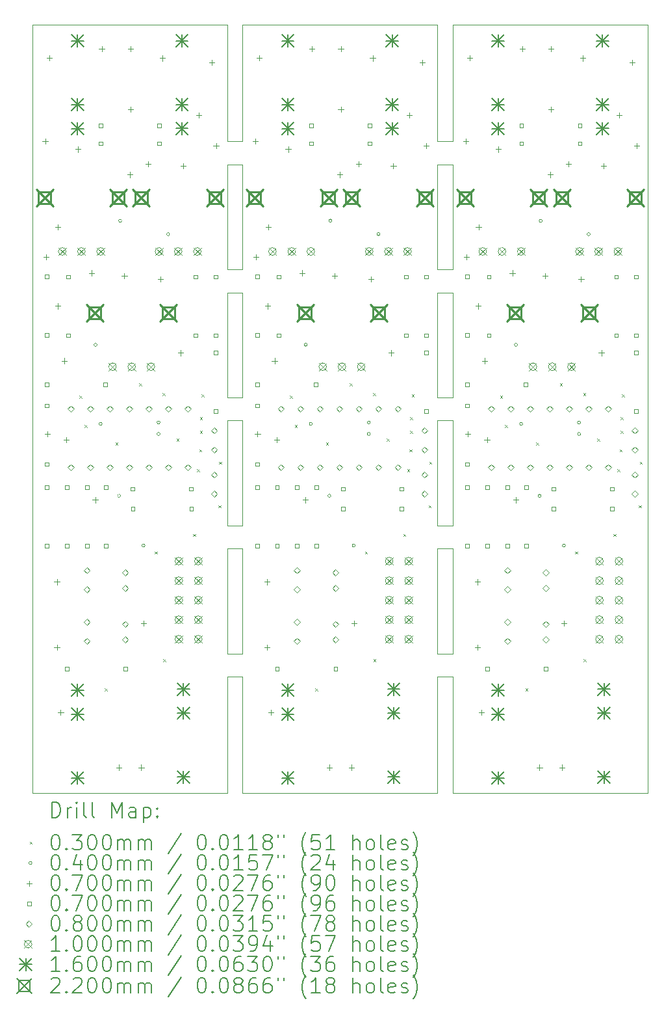
<source format=gbr>
%TF.GenerationSoftware,KiCad,Pcbnew,8.0.4-8.0.4-0~ubuntu22.04.1*%
%TF.CreationDate,2024-10-09T19:39:05+02:00*%
%TF.ProjectId,VoltageProcessor_panel,566f6c74-6167-4655-9072-6f636573736f,0.2*%
%TF.SameCoordinates,Original*%
%TF.FileFunction,Drillmap*%
%TF.FilePolarity,Positive*%
%FSLAX45Y45*%
G04 Gerber Fmt 4.5, Leading zero omitted, Abs format (unit mm)*
G04 Created by KiCad (PCBNEW 8.0.4-8.0.4-0~ubuntu22.04.1) date 2024-10-09 19:39:05*
%MOMM*%
%LPD*%
G01*
G04 APERTURE LIST*
%ADD10C,0.100000*%
%ADD11C,0.200000*%
%ADD12C,0.160000*%
%ADD13C,0.220000*%
G04 APERTURE END LIST*
D10*
X16120000Y-8816667D02*
X16219900Y-8816667D01*
X16219900Y-3516667D02*
X16120000Y-3516667D01*
X16120000Y-3816667D02*
X16219900Y-3816667D01*
X13380000Y-3816667D02*
X13479900Y-3816667D01*
X13380000Y-3516667D02*
X13380000Y-2000000D01*
X13580000Y-7150000D02*
X13580000Y-8516667D01*
X13380000Y-6850000D02*
X13380000Y-5483333D01*
X13380000Y-10183333D02*
X13380000Y-8816667D01*
X16320000Y-6850000D02*
X16220100Y-6850000D01*
X13479900Y-5483333D02*
X13480100Y-5483333D01*
X13480100Y-3516667D02*
X13479900Y-3516667D01*
X13479900Y-3816667D02*
X13480100Y-3816667D01*
X16120000Y-2000000D02*
X13580000Y-2000000D01*
X16219900Y-10483333D02*
X16220100Y-10483333D01*
X16219900Y-5483333D02*
X16220100Y-5483333D01*
X13380000Y-5483333D02*
X13479900Y-5483333D01*
X13380000Y-8516667D02*
X13380000Y-7150000D01*
X16220100Y-5483333D02*
X16320000Y-5483333D01*
X16320000Y-2000000D02*
X16320000Y-3516667D01*
X16219900Y-5183333D02*
X16120000Y-5183333D01*
X16120000Y-8516667D02*
X16120000Y-7150000D01*
X13580000Y-6850000D02*
X13480100Y-6850000D01*
X16220100Y-8516667D02*
X16219900Y-8516667D01*
X13480100Y-10183333D02*
X13479900Y-10183333D01*
X16120000Y-7150000D02*
X16219900Y-7150000D01*
X13580000Y-10183333D02*
X13480100Y-10183333D01*
X16320000Y-7150000D02*
X16320000Y-8516667D01*
X16120000Y-6850000D02*
X16120000Y-5483333D01*
X13480100Y-6850000D02*
X13479900Y-6850000D01*
X16220100Y-8816667D02*
X16320000Y-8816667D01*
X16320000Y-8816667D02*
X16320000Y-10183333D01*
X13580000Y-3516667D02*
X13480100Y-3516667D01*
X16219900Y-7150000D02*
X16220100Y-7150000D01*
X13480100Y-8816667D02*
X13580000Y-8816667D01*
X18860000Y-2000000D02*
X16320000Y-2000000D01*
X16219900Y-3816667D02*
X16220100Y-3816667D01*
X16320000Y-5183333D02*
X16220100Y-5183333D01*
X16219900Y-10183333D02*
X16120000Y-10183333D01*
X13479900Y-8816667D02*
X13480100Y-8816667D01*
X13580000Y-5183333D02*
X13480100Y-5183333D01*
X13580000Y-3816667D02*
X13580000Y-5183333D01*
X13480100Y-3816667D02*
X13580000Y-3816667D01*
X13479900Y-3516667D02*
X13380000Y-3516667D01*
X13580000Y-12000000D02*
X16120000Y-12000000D01*
X13580000Y-2000000D02*
X13580000Y-3516667D01*
X16220100Y-7150000D02*
X16320000Y-7150000D01*
X13480100Y-8516667D02*
X13479900Y-8516667D01*
X16120000Y-3516667D02*
X16120000Y-2000000D01*
X13479900Y-7150000D02*
X13480100Y-7150000D01*
X16320000Y-10483333D02*
X16320000Y-12000000D01*
X13580000Y-8816667D02*
X13580000Y-10183333D01*
X13480100Y-5183333D02*
X13479900Y-5183333D01*
X13480100Y-10483333D02*
X13580000Y-10483333D01*
X13479900Y-6850000D02*
X13380000Y-6850000D01*
X16320000Y-3516667D02*
X16220100Y-3516667D01*
X13479900Y-8516667D02*
X13380000Y-8516667D01*
X16120000Y-12000000D02*
X16120000Y-10483333D01*
X16120000Y-10183333D02*
X16120000Y-8816667D01*
X13380000Y-8816667D02*
X13479900Y-8816667D01*
X16219900Y-8816667D02*
X16220100Y-8816667D01*
X13479900Y-5183333D02*
X13380000Y-5183333D01*
X16220100Y-3816667D02*
X16320000Y-3816667D01*
X13580000Y-10483333D02*
X13580000Y-12000000D01*
X16320000Y-8516667D02*
X16220100Y-8516667D01*
X16320000Y-3816667D02*
X16320000Y-5183333D01*
X16320000Y-12000000D02*
X18860000Y-12000000D01*
X16120000Y-5483333D02*
X16219900Y-5483333D01*
X13479900Y-10483333D02*
X13480100Y-10483333D01*
X13580000Y-5483333D02*
X13580000Y-6850000D01*
X13380000Y-10483333D02*
X13479900Y-10483333D01*
X16219900Y-6850000D02*
X16120000Y-6850000D01*
X16120000Y-10483333D02*
X16219900Y-10483333D01*
X16320000Y-10183333D02*
X16220100Y-10183333D01*
X10840000Y-12000000D02*
X13380000Y-12000000D01*
X13380000Y-7150000D02*
X13479900Y-7150000D01*
X16220100Y-3516667D02*
X16219900Y-3516667D01*
X16220100Y-6850000D02*
X16219900Y-6850000D01*
X13380000Y-12000000D02*
X13380000Y-10483333D01*
X13479900Y-10183333D02*
X13380000Y-10183333D01*
X13580000Y-8516667D02*
X13480100Y-8516667D01*
X16120000Y-5183333D02*
X16120000Y-3816667D01*
X16220100Y-5183333D02*
X16219900Y-5183333D01*
X16320000Y-5483333D02*
X16320000Y-6850000D01*
X13380000Y-5183333D02*
X13380000Y-3816667D01*
X13380000Y-2000000D02*
X10840000Y-2000000D01*
X16220100Y-10183333D02*
X16219900Y-10183333D01*
X13480100Y-7150000D02*
X13580000Y-7150000D01*
X13480100Y-5483333D02*
X13580000Y-5483333D01*
X16219900Y-8516667D02*
X16120000Y-8516667D01*
X16220100Y-10483333D02*
X16320000Y-10483333D01*
X10840000Y-2000000D02*
X10840000Y-12000000D01*
X18860000Y-12000000D02*
X18860000Y-2000000D01*
D11*
D10*
X11455000Y-6825000D02*
X11485000Y-6855000D01*
X11485000Y-6825000D02*
X11455000Y-6855000D01*
X11520000Y-7210000D02*
X11550000Y-7240000D01*
X11550000Y-7210000D02*
X11520000Y-7240000D01*
X11785000Y-10635000D02*
X11815000Y-10665000D01*
X11815000Y-10635000D02*
X11785000Y-10665000D01*
X11925000Y-7435000D02*
X11955000Y-7465000D01*
X11955000Y-7435000D02*
X11925000Y-7465000D01*
X12235000Y-6665000D02*
X12265000Y-6695000D01*
X12265000Y-6665000D02*
X12235000Y-6695000D01*
X12435000Y-8855000D02*
X12465000Y-8885000D01*
X12465000Y-8855000D02*
X12435000Y-8885000D01*
X12539801Y-6791129D02*
X12569801Y-6821129D01*
X12569801Y-6791129D02*
X12539801Y-6821129D01*
X12545000Y-10255000D02*
X12575000Y-10285000D01*
X12575000Y-10255000D02*
X12545000Y-10285000D01*
X12720000Y-7385000D02*
X12750000Y-7415000D01*
X12750000Y-7385000D02*
X12720000Y-7415000D01*
X12935000Y-8625000D02*
X12965000Y-8655000D01*
X12965000Y-8625000D02*
X12935000Y-8655000D01*
X12985000Y-7785000D02*
X13015000Y-7815000D01*
X13015000Y-7785000D02*
X12985000Y-7815000D01*
X13015000Y-7525000D02*
X13045000Y-7555000D01*
X13045000Y-7525000D02*
X13015000Y-7555000D01*
X13025000Y-7105000D02*
X13055000Y-7135000D01*
X13055000Y-7105000D02*
X13025000Y-7135000D01*
X13025000Y-7285000D02*
X13055000Y-7315000D01*
X13055000Y-7285000D02*
X13025000Y-7315000D01*
X13045000Y-6809194D02*
X13075000Y-6839194D01*
X13075000Y-6809194D02*
X13045000Y-6839194D01*
X13265000Y-8255000D02*
X13295000Y-8285000D01*
X13295000Y-8255000D02*
X13265000Y-8285000D01*
X13275000Y-7685000D02*
X13305000Y-7715000D01*
X13305000Y-7685000D02*
X13275000Y-7715000D01*
X14195000Y-6825000D02*
X14225000Y-6855000D01*
X14225000Y-6825000D02*
X14195000Y-6855000D01*
X14260000Y-7210000D02*
X14290000Y-7240000D01*
X14290000Y-7210000D02*
X14260000Y-7240000D01*
X14525000Y-10635000D02*
X14555000Y-10665000D01*
X14555000Y-10635000D02*
X14525000Y-10665000D01*
X14665000Y-7435000D02*
X14695000Y-7465000D01*
X14695000Y-7435000D02*
X14665000Y-7465000D01*
X14975000Y-6665000D02*
X15005000Y-6695000D01*
X15005000Y-6665000D02*
X14975000Y-6695000D01*
X15175000Y-8855000D02*
X15205000Y-8885000D01*
X15205000Y-8855000D02*
X15175000Y-8885000D01*
X15279801Y-6791129D02*
X15309801Y-6821129D01*
X15309801Y-6791129D02*
X15279801Y-6821129D01*
X15285000Y-10255000D02*
X15315000Y-10285000D01*
X15315000Y-10255000D02*
X15285000Y-10285000D01*
X15460000Y-7385000D02*
X15490000Y-7415000D01*
X15490000Y-7385000D02*
X15460000Y-7415000D01*
X15675000Y-8625000D02*
X15705000Y-8655000D01*
X15705000Y-8625000D02*
X15675000Y-8655000D01*
X15725000Y-7785000D02*
X15755000Y-7815000D01*
X15755000Y-7785000D02*
X15725000Y-7815000D01*
X15755000Y-7525000D02*
X15785000Y-7555000D01*
X15785000Y-7525000D02*
X15755000Y-7555000D01*
X15765000Y-7105000D02*
X15795000Y-7135000D01*
X15795000Y-7105000D02*
X15765000Y-7135000D01*
X15765000Y-7285000D02*
X15795000Y-7315000D01*
X15795000Y-7285000D02*
X15765000Y-7315000D01*
X15785000Y-6809194D02*
X15815000Y-6839194D01*
X15815000Y-6809194D02*
X15785000Y-6839194D01*
X16005000Y-8255000D02*
X16035000Y-8285000D01*
X16035000Y-8255000D02*
X16005000Y-8285000D01*
X16015000Y-7685000D02*
X16045000Y-7715000D01*
X16045000Y-7685000D02*
X16015000Y-7715000D01*
X16935000Y-6825000D02*
X16965000Y-6855000D01*
X16965000Y-6825000D02*
X16935000Y-6855000D01*
X17000000Y-7210000D02*
X17030000Y-7240000D01*
X17030000Y-7210000D02*
X17000000Y-7240000D01*
X17265000Y-10635000D02*
X17295000Y-10665000D01*
X17295000Y-10635000D02*
X17265000Y-10665000D01*
X17405000Y-7435000D02*
X17435000Y-7465000D01*
X17435000Y-7435000D02*
X17405000Y-7465000D01*
X17715000Y-6665000D02*
X17745000Y-6695000D01*
X17745000Y-6665000D02*
X17715000Y-6695000D01*
X17915000Y-8855000D02*
X17945000Y-8885000D01*
X17945000Y-8855000D02*
X17915000Y-8885000D01*
X18019801Y-6791129D02*
X18049801Y-6821129D01*
X18049801Y-6791129D02*
X18019801Y-6821129D01*
X18025000Y-10255000D02*
X18055000Y-10285000D01*
X18055000Y-10255000D02*
X18025000Y-10285000D01*
X18200000Y-7385000D02*
X18230000Y-7415000D01*
X18230000Y-7385000D02*
X18200000Y-7415000D01*
X18415000Y-8625000D02*
X18445000Y-8655000D01*
X18445000Y-8625000D02*
X18415000Y-8655000D01*
X18465000Y-7785000D02*
X18495000Y-7815000D01*
X18495000Y-7785000D02*
X18465000Y-7815000D01*
X18495000Y-7525000D02*
X18525000Y-7555000D01*
X18525000Y-7525000D02*
X18495000Y-7555000D01*
X18505000Y-7105000D02*
X18535000Y-7135000D01*
X18535000Y-7105000D02*
X18505000Y-7135000D01*
X18505000Y-7285000D02*
X18535000Y-7315000D01*
X18535000Y-7285000D02*
X18505000Y-7315000D01*
X18525000Y-6809194D02*
X18555000Y-6839194D01*
X18555000Y-6809194D02*
X18525000Y-6839194D01*
X18745000Y-8255000D02*
X18775000Y-8285000D01*
X18775000Y-8255000D02*
X18745000Y-8285000D01*
X18755000Y-7685000D02*
X18785000Y-7715000D01*
X18785000Y-7685000D02*
X18755000Y-7715000D01*
X11682960Y-6164340D02*
G75*
G02*
X11642960Y-6164340I-20000J0D01*
G01*
X11642960Y-6164340D02*
G75*
G02*
X11682960Y-6164340I20000J0D01*
G01*
X11749778Y-7194011D02*
G75*
G02*
X11709778Y-7194011I-20000J0D01*
G01*
X11709778Y-7194011D02*
G75*
G02*
X11749778Y-7194011I20000J0D01*
G01*
X11990000Y-8130000D02*
G75*
G02*
X11950000Y-8130000I-20000J0D01*
G01*
X11950000Y-8130000D02*
G75*
G02*
X11990000Y-8130000I20000J0D01*
G01*
X12005000Y-4550000D02*
G75*
G02*
X11965000Y-4550000I-20000J0D01*
G01*
X11965000Y-4550000D02*
G75*
G02*
X12005000Y-4550000I20000J0D01*
G01*
X12307800Y-8778000D02*
G75*
G02*
X12267800Y-8778000I-20000J0D01*
G01*
X12267800Y-8778000D02*
G75*
G02*
X12307800Y-8778000I20000J0D01*
G01*
X12505000Y-7175000D02*
G75*
G02*
X12465000Y-7175000I-20000J0D01*
G01*
X12465000Y-7175000D02*
G75*
G02*
X12505000Y-7175000I20000J0D01*
G01*
X12505000Y-7325000D02*
G75*
G02*
X12465000Y-7325000I-20000J0D01*
G01*
X12465000Y-7325000D02*
G75*
G02*
X12505000Y-7325000I20000J0D01*
G01*
X12630000Y-4725000D02*
G75*
G02*
X12590000Y-4725000I-20000J0D01*
G01*
X12590000Y-4725000D02*
G75*
G02*
X12630000Y-4725000I20000J0D01*
G01*
X14422960Y-6164340D02*
G75*
G02*
X14382960Y-6164340I-20000J0D01*
G01*
X14382960Y-6164340D02*
G75*
G02*
X14422960Y-6164340I20000J0D01*
G01*
X14489778Y-7194011D02*
G75*
G02*
X14449778Y-7194011I-20000J0D01*
G01*
X14449778Y-7194011D02*
G75*
G02*
X14489778Y-7194011I20000J0D01*
G01*
X14730000Y-8130000D02*
G75*
G02*
X14690000Y-8130000I-20000J0D01*
G01*
X14690000Y-8130000D02*
G75*
G02*
X14730000Y-8130000I20000J0D01*
G01*
X14745000Y-4550000D02*
G75*
G02*
X14705000Y-4550000I-20000J0D01*
G01*
X14705000Y-4550000D02*
G75*
G02*
X14745000Y-4550000I20000J0D01*
G01*
X15047800Y-8778000D02*
G75*
G02*
X15007800Y-8778000I-20000J0D01*
G01*
X15007800Y-8778000D02*
G75*
G02*
X15047800Y-8778000I20000J0D01*
G01*
X15245000Y-7175000D02*
G75*
G02*
X15205000Y-7175000I-20000J0D01*
G01*
X15205000Y-7175000D02*
G75*
G02*
X15245000Y-7175000I20000J0D01*
G01*
X15245000Y-7325000D02*
G75*
G02*
X15205000Y-7325000I-20000J0D01*
G01*
X15205000Y-7325000D02*
G75*
G02*
X15245000Y-7325000I20000J0D01*
G01*
X15370000Y-4725000D02*
G75*
G02*
X15330000Y-4725000I-20000J0D01*
G01*
X15330000Y-4725000D02*
G75*
G02*
X15370000Y-4725000I20000J0D01*
G01*
X17162960Y-6164340D02*
G75*
G02*
X17122960Y-6164340I-20000J0D01*
G01*
X17122960Y-6164340D02*
G75*
G02*
X17162960Y-6164340I20000J0D01*
G01*
X17229778Y-7194011D02*
G75*
G02*
X17189778Y-7194011I-20000J0D01*
G01*
X17189778Y-7194011D02*
G75*
G02*
X17229778Y-7194011I20000J0D01*
G01*
X17470000Y-8130000D02*
G75*
G02*
X17430000Y-8130000I-20000J0D01*
G01*
X17430000Y-8130000D02*
G75*
G02*
X17470000Y-8130000I20000J0D01*
G01*
X17485000Y-4550000D02*
G75*
G02*
X17445000Y-4550000I-20000J0D01*
G01*
X17445000Y-4550000D02*
G75*
G02*
X17485000Y-4550000I20000J0D01*
G01*
X17787800Y-8778000D02*
G75*
G02*
X17747800Y-8778000I-20000J0D01*
G01*
X17747800Y-8778000D02*
G75*
G02*
X17787800Y-8778000I20000J0D01*
G01*
X17985000Y-7175000D02*
G75*
G02*
X17945000Y-7175000I-20000J0D01*
G01*
X17945000Y-7175000D02*
G75*
G02*
X17985000Y-7175000I20000J0D01*
G01*
X17985000Y-7325000D02*
G75*
G02*
X17945000Y-7325000I-20000J0D01*
G01*
X17945000Y-7325000D02*
G75*
G02*
X17985000Y-7325000I20000J0D01*
G01*
X18110000Y-4725000D02*
G75*
G02*
X18070000Y-4725000I-20000J0D01*
G01*
X18070000Y-4725000D02*
G75*
G02*
X18110000Y-4725000I20000J0D01*
G01*
X11007640Y-3480120D02*
X11007640Y-3550120D01*
X10972640Y-3515120D02*
X11042640Y-3515120D01*
X11017800Y-4988880D02*
X11017800Y-5058880D01*
X10982800Y-5023880D02*
X11052800Y-5023880D01*
X11035000Y-7290000D02*
X11035000Y-7360000D01*
X11000000Y-7325000D02*
X11070000Y-7325000D01*
X11060000Y-2395000D02*
X11060000Y-2465000D01*
X11025000Y-2430000D02*
X11095000Y-2430000D01*
X11160000Y-9215000D02*
X11160000Y-9285000D01*
X11125000Y-9250000D02*
X11195000Y-9250000D01*
X11160000Y-10065000D02*
X11160000Y-10135000D01*
X11125000Y-10100000D02*
X11195000Y-10100000D01*
X11170000Y-5625000D02*
X11170000Y-5695000D01*
X11135000Y-5660000D02*
X11205000Y-5660000D01*
X11175000Y-4600000D02*
X11175000Y-4670000D01*
X11140000Y-4635000D02*
X11210000Y-4635000D01*
X11210000Y-10915000D02*
X11210000Y-10985000D01*
X11175000Y-10950000D02*
X11245000Y-10950000D01*
X11256560Y-6337620D02*
X11256560Y-6407620D01*
X11221560Y-6372620D02*
X11291560Y-6372620D01*
X11285000Y-7365000D02*
X11285000Y-7435000D01*
X11250000Y-7400000D02*
X11320000Y-7400000D01*
X11435000Y-3585000D02*
X11435000Y-3655000D01*
X11400000Y-3620000D02*
X11470000Y-3620000D01*
X11615000Y-5195000D02*
X11615000Y-5265000D01*
X11580000Y-5230000D02*
X11650000Y-5230000D01*
X11660420Y-8148640D02*
X11660420Y-8218640D01*
X11625420Y-8183640D02*
X11695420Y-8183640D01*
X11745000Y-2280000D02*
X11745000Y-2350000D01*
X11710000Y-2315000D02*
X11780000Y-2315000D01*
X11970000Y-11630000D02*
X11970000Y-11700000D01*
X11935000Y-11665000D02*
X12005000Y-11665000D01*
X12040000Y-5235000D02*
X12040000Y-5305000D01*
X12005000Y-5270000D02*
X12075000Y-5270000D01*
X12110000Y-3915000D02*
X12110000Y-3985000D01*
X12075000Y-3950000D02*
X12145000Y-3950000D01*
X12120000Y-2275000D02*
X12120000Y-2345000D01*
X12085000Y-2310000D02*
X12155000Y-2310000D01*
X12120000Y-3065000D02*
X12120000Y-3135000D01*
X12085000Y-3100000D02*
X12155000Y-3100000D01*
X12260000Y-11630000D02*
X12260000Y-11700000D01*
X12225000Y-11665000D02*
X12295000Y-11665000D01*
X12290340Y-9756460D02*
X12290340Y-9826460D01*
X12255340Y-9791460D02*
X12325340Y-9791460D01*
X12350000Y-3775000D02*
X12350000Y-3845000D01*
X12315000Y-3810000D02*
X12385000Y-3810000D01*
X12511320Y-5275900D02*
X12511320Y-5345900D01*
X12476320Y-5310900D02*
X12546320Y-5310900D01*
X12535000Y-2400000D02*
X12535000Y-2470000D01*
X12500000Y-2435000D02*
X12570000Y-2435000D01*
X12775000Y-6235000D02*
X12775000Y-6305000D01*
X12740000Y-6270000D02*
X12810000Y-6270000D01*
X12805000Y-3800000D02*
X12805000Y-3870000D01*
X12770000Y-3835000D02*
X12840000Y-3835000D01*
X13010000Y-3140000D02*
X13010000Y-3210000D01*
X12975000Y-3175000D02*
X13045000Y-3175000D01*
X13180000Y-2455000D02*
X13180000Y-2525000D01*
X13145000Y-2490000D02*
X13215000Y-2490000D01*
X13235000Y-3540000D02*
X13235000Y-3610000D01*
X13200000Y-3575000D02*
X13270000Y-3575000D01*
X13747640Y-3480120D02*
X13747640Y-3550120D01*
X13712640Y-3515120D02*
X13782640Y-3515120D01*
X13757800Y-4988880D02*
X13757800Y-5058880D01*
X13722800Y-5023880D02*
X13792800Y-5023880D01*
X13775000Y-7290000D02*
X13775000Y-7360000D01*
X13740000Y-7325000D02*
X13810000Y-7325000D01*
X13800000Y-2395000D02*
X13800000Y-2465000D01*
X13765000Y-2430000D02*
X13835000Y-2430000D01*
X13900000Y-9215000D02*
X13900000Y-9285000D01*
X13865000Y-9250000D02*
X13935000Y-9250000D01*
X13900000Y-10065000D02*
X13900000Y-10135000D01*
X13865000Y-10100000D02*
X13935000Y-10100000D01*
X13910000Y-5625000D02*
X13910000Y-5695000D01*
X13875000Y-5660000D02*
X13945000Y-5660000D01*
X13915000Y-4600000D02*
X13915000Y-4670000D01*
X13880000Y-4635000D02*
X13950000Y-4635000D01*
X13950000Y-10915000D02*
X13950000Y-10985000D01*
X13915000Y-10950000D02*
X13985000Y-10950000D01*
X13996560Y-6337620D02*
X13996560Y-6407620D01*
X13961560Y-6372620D02*
X14031560Y-6372620D01*
X14025000Y-7365000D02*
X14025000Y-7435000D01*
X13990000Y-7400000D02*
X14060000Y-7400000D01*
X14175000Y-3585000D02*
X14175000Y-3655000D01*
X14140000Y-3620000D02*
X14210000Y-3620000D01*
X14355000Y-5195000D02*
X14355000Y-5265000D01*
X14320000Y-5230000D02*
X14390000Y-5230000D01*
X14400420Y-8148640D02*
X14400420Y-8218640D01*
X14365420Y-8183640D02*
X14435420Y-8183640D01*
X14485000Y-2280000D02*
X14485000Y-2350000D01*
X14450000Y-2315000D02*
X14520000Y-2315000D01*
X14710000Y-11630000D02*
X14710000Y-11700000D01*
X14675000Y-11665000D02*
X14745000Y-11665000D01*
X14780000Y-5235000D02*
X14780000Y-5305000D01*
X14745000Y-5270000D02*
X14815000Y-5270000D01*
X14850000Y-3915000D02*
X14850000Y-3985000D01*
X14815000Y-3950000D02*
X14885000Y-3950000D01*
X14860000Y-2275000D02*
X14860000Y-2345000D01*
X14825000Y-2310000D02*
X14895000Y-2310000D01*
X14860000Y-3065000D02*
X14860000Y-3135000D01*
X14825000Y-3100000D02*
X14895000Y-3100000D01*
X15000000Y-11630000D02*
X15000000Y-11700000D01*
X14965000Y-11665000D02*
X15035000Y-11665000D01*
X15030340Y-9756460D02*
X15030340Y-9826460D01*
X14995340Y-9791460D02*
X15065340Y-9791460D01*
X15090000Y-3775000D02*
X15090000Y-3845000D01*
X15055000Y-3810000D02*
X15125000Y-3810000D01*
X15251320Y-5275900D02*
X15251320Y-5345900D01*
X15216320Y-5310900D02*
X15286320Y-5310900D01*
X15275000Y-2400000D02*
X15275000Y-2470000D01*
X15240000Y-2435000D02*
X15310000Y-2435000D01*
X15515000Y-6235000D02*
X15515000Y-6305000D01*
X15480000Y-6270000D02*
X15550000Y-6270000D01*
X15545000Y-3800000D02*
X15545000Y-3870000D01*
X15510000Y-3835000D02*
X15580000Y-3835000D01*
X15750000Y-3140000D02*
X15750000Y-3210000D01*
X15715000Y-3175000D02*
X15785000Y-3175000D01*
X15920000Y-2455000D02*
X15920000Y-2525000D01*
X15885000Y-2490000D02*
X15955000Y-2490000D01*
X15975000Y-3540000D02*
X15975000Y-3610000D01*
X15940000Y-3575000D02*
X16010000Y-3575000D01*
X16487640Y-3480120D02*
X16487640Y-3550120D01*
X16452640Y-3515120D02*
X16522640Y-3515120D01*
X16497800Y-4988880D02*
X16497800Y-5058880D01*
X16462800Y-5023880D02*
X16532800Y-5023880D01*
X16515000Y-7290000D02*
X16515000Y-7360000D01*
X16480000Y-7325000D02*
X16550000Y-7325000D01*
X16540000Y-2395000D02*
X16540000Y-2465000D01*
X16505000Y-2430000D02*
X16575000Y-2430000D01*
X16640000Y-9215000D02*
X16640000Y-9285000D01*
X16605000Y-9250000D02*
X16675000Y-9250000D01*
X16640000Y-10065000D02*
X16640000Y-10135000D01*
X16605000Y-10100000D02*
X16675000Y-10100000D01*
X16650000Y-5625000D02*
X16650000Y-5695000D01*
X16615000Y-5660000D02*
X16685000Y-5660000D01*
X16655000Y-4600000D02*
X16655000Y-4670000D01*
X16620000Y-4635000D02*
X16690000Y-4635000D01*
X16690000Y-10915000D02*
X16690000Y-10985000D01*
X16655000Y-10950000D02*
X16725000Y-10950000D01*
X16736560Y-6337620D02*
X16736560Y-6407620D01*
X16701560Y-6372620D02*
X16771560Y-6372620D01*
X16765000Y-7365000D02*
X16765000Y-7435000D01*
X16730000Y-7400000D02*
X16800000Y-7400000D01*
X16915000Y-3585000D02*
X16915000Y-3655000D01*
X16880000Y-3620000D02*
X16950000Y-3620000D01*
X17095000Y-5195000D02*
X17095000Y-5265000D01*
X17060000Y-5230000D02*
X17130000Y-5230000D01*
X17140420Y-8148640D02*
X17140420Y-8218640D01*
X17105420Y-8183640D02*
X17175420Y-8183640D01*
X17225000Y-2280000D02*
X17225000Y-2350000D01*
X17190000Y-2315000D02*
X17260000Y-2315000D01*
X17450000Y-11630000D02*
X17450000Y-11700000D01*
X17415000Y-11665000D02*
X17485000Y-11665000D01*
X17520000Y-5235000D02*
X17520000Y-5305000D01*
X17485000Y-5270000D02*
X17555000Y-5270000D01*
X17590000Y-3915000D02*
X17590000Y-3985000D01*
X17555000Y-3950000D02*
X17625000Y-3950000D01*
X17600000Y-2275000D02*
X17600000Y-2345000D01*
X17565000Y-2310000D02*
X17635000Y-2310000D01*
X17600000Y-3065000D02*
X17600000Y-3135000D01*
X17565000Y-3100000D02*
X17635000Y-3100000D01*
X17740000Y-11630000D02*
X17740000Y-11700000D01*
X17705000Y-11665000D02*
X17775000Y-11665000D01*
X17770340Y-9756460D02*
X17770340Y-9826460D01*
X17735340Y-9791460D02*
X17805340Y-9791460D01*
X17830000Y-3775000D02*
X17830000Y-3845000D01*
X17795000Y-3810000D02*
X17865000Y-3810000D01*
X17991320Y-5275900D02*
X17991320Y-5345900D01*
X17956320Y-5310900D02*
X18026320Y-5310900D01*
X18015000Y-2400000D02*
X18015000Y-2470000D01*
X17980000Y-2435000D02*
X18050000Y-2435000D01*
X18255000Y-6235000D02*
X18255000Y-6305000D01*
X18220000Y-6270000D02*
X18290000Y-6270000D01*
X18285000Y-3800000D02*
X18285000Y-3870000D01*
X18250000Y-3835000D02*
X18320000Y-3835000D01*
X18490000Y-3140000D02*
X18490000Y-3210000D01*
X18455000Y-3175000D02*
X18525000Y-3175000D01*
X18660000Y-2455000D02*
X18660000Y-2525000D01*
X18625000Y-2490000D02*
X18695000Y-2490000D01*
X18715000Y-3540000D02*
X18715000Y-3610000D01*
X18680000Y-3575000D02*
X18750000Y-3575000D01*
X11053749Y-6704749D02*
X11053749Y-6655251D01*
X11004251Y-6655251D01*
X11004251Y-6704749D01*
X11053749Y-6704749D01*
X11054749Y-5303749D02*
X11054749Y-5254251D01*
X11005251Y-5254251D01*
X11005251Y-5303749D01*
X11054749Y-5303749D01*
X11054749Y-6065749D02*
X11054749Y-6016251D01*
X11005251Y-6016251D01*
X11005251Y-6065749D01*
X11054749Y-6065749D01*
X11054749Y-6981749D02*
X11054749Y-6932251D01*
X11005251Y-6932251D01*
X11005251Y-6981749D01*
X11054749Y-6981749D01*
X11054749Y-7743749D02*
X11054749Y-7694251D01*
X11005251Y-7694251D01*
X11005251Y-7743749D01*
X11054749Y-7743749D01*
X11054749Y-8041749D02*
X11054749Y-7992251D01*
X11005251Y-7992251D01*
X11005251Y-8041749D01*
X11054749Y-8041749D01*
X11054749Y-8803749D02*
X11054749Y-8754251D01*
X11005251Y-8754251D01*
X11005251Y-8803749D01*
X11054749Y-8803749D01*
X11314749Y-8042749D02*
X11314749Y-7993251D01*
X11265251Y-7993251D01*
X11265251Y-8042749D01*
X11314749Y-8042749D01*
X11314749Y-8804749D02*
X11314749Y-8755251D01*
X11265251Y-8755251D01*
X11265251Y-8804749D01*
X11314749Y-8804749D01*
X11314749Y-10404749D02*
X11314749Y-10355251D01*
X11265251Y-10355251D01*
X11265251Y-10404749D01*
X11314749Y-10404749D01*
X11334749Y-5304749D02*
X11334749Y-5255251D01*
X11285251Y-5255251D01*
X11285251Y-5304749D01*
X11334749Y-5304749D01*
X11334749Y-6066749D02*
X11334749Y-6017251D01*
X11285251Y-6017251D01*
X11285251Y-6066749D01*
X11334749Y-6066749D01*
X11574749Y-8042749D02*
X11574749Y-7993251D01*
X11525251Y-7993251D01*
X11525251Y-8042749D01*
X11574749Y-8042749D01*
X11574749Y-8804749D02*
X11574749Y-8755251D01*
X11525251Y-8755251D01*
X11525251Y-8804749D01*
X11574749Y-8804749D01*
X11758749Y-3334749D02*
X11758749Y-3285251D01*
X11709251Y-3285251D01*
X11709251Y-3334749D01*
X11758749Y-3334749D01*
X11758749Y-3569749D02*
X11758749Y-3520251D01*
X11709251Y-3520251D01*
X11709251Y-3569749D01*
X11758749Y-3569749D01*
X11815749Y-6704749D02*
X11815749Y-6655251D01*
X11766251Y-6655251D01*
X11766251Y-6704749D01*
X11815749Y-6704749D01*
X11824749Y-8043749D02*
X11824749Y-7994251D01*
X11775251Y-7994251D01*
X11775251Y-8043749D01*
X11824749Y-8043749D01*
X11824749Y-8805749D02*
X11824749Y-8756251D01*
X11775251Y-8756251D01*
X11775251Y-8805749D01*
X11824749Y-8805749D01*
X12076749Y-10404749D02*
X12076749Y-10355251D01*
X12027251Y-10355251D01*
X12027251Y-10404749D01*
X12076749Y-10404749D01*
X12173749Y-8064749D02*
X12173749Y-8015251D01*
X12124251Y-8015251D01*
X12124251Y-8064749D01*
X12173749Y-8064749D01*
X12174749Y-8324749D02*
X12174749Y-8275251D01*
X12125251Y-8275251D01*
X12125251Y-8324749D01*
X12174749Y-8324749D01*
X12520749Y-3334749D02*
X12520749Y-3285251D01*
X12471251Y-3285251D01*
X12471251Y-3334749D01*
X12520749Y-3334749D01*
X12520749Y-3569749D02*
X12520749Y-3520251D01*
X12471251Y-3520251D01*
X12471251Y-3569749D01*
X12520749Y-3569749D01*
X12935749Y-8064749D02*
X12935749Y-8015251D01*
X12886251Y-8015251D01*
X12886251Y-8064749D01*
X12935749Y-8064749D01*
X12936749Y-8324749D02*
X12936749Y-8275251D01*
X12887251Y-8275251D01*
X12887251Y-8324749D01*
X12936749Y-8324749D01*
X12994749Y-5304749D02*
X12994749Y-5255251D01*
X12945251Y-5255251D01*
X12945251Y-5304749D01*
X12994749Y-5304749D01*
X12994749Y-6066749D02*
X12994749Y-6017251D01*
X12945251Y-6017251D01*
X12945251Y-6066749D01*
X12994749Y-6066749D01*
X13254749Y-5304749D02*
X13254749Y-5255251D01*
X13205251Y-5255251D01*
X13205251Y-5304749D01*
X13254749Y-5304749D01*
X13254749Y-6066749D02*
X13254749Y-6017251D01*
X13205251Y-6017251D01*
X13205251Y-6066749D01*
X13254749Y-6066749D01*
X13254749Y-6293749D02*
X13254749Y-6244251D01*
X13205251Y-6244251D01*
X13205251Y-6293749D01*
X13254749Y-6293749D01*
X13254749Y-7055749D02*
X13254749Y-7006251D01*
X13205251Y-7006251D01*
X13205251Y-7055749D01*
X13254749Y-7055749D01*
X13793749Y-6704749D02*
X13793749Y-6655251D01*
X13744251Y-6655251D01*
X13744251Y-6704749D01*
X13793749Y-6704749D01*
X13794749Y-5303749D02*
X13794749Y-5254251D01*
X13745251Y-5254251D01*
X13745251Y-5303749D01*
X13794749Y-5303749D01*
X13794749Y-6065749D02*
X13794749Y-6016251D01*
X13745251Y-6016251D01*
X13745251Y-6065749D01*
X13794749Y-6065749D01*
X13794749Y-6981749D02*
X13794749Y-6932251D01*
X13745251Y-6932251D01*
X13745251Y-6981749D01*
X13794749Y-6981749D01*
X13794749Y-7743749D02*
X13794749Y-7694251D01*
X13745251Y-7694251D01*
X13745251Y-7743749D01*
X13794749Y-7743749D01*
X13794749Y-8041749D02*
X13794749Y-7992251D01*
X13745251Y-7992251D01*
X13745251Y-8041749D01*
X13794749Y-8041749D01*
X13794749Y-8803749D02*
X13794749Y-8754251D01*
X13745251Y-8754251D01*
X13745251Y-8803749D01*
X13794749Y-8803749D01*
X14054749Y-8042749D02*
X14054749Y-7993251D01*
X14005251Y-7993251D01*
X14005251Y-8042749D01*
X14054749Y-8042749D01*
X14054749Y-8804749D02*
X14054749Y-8755251D01*
X14005251Y-8755251D01*
X14005251Y-8804749D01*
X14054749Y-8804749D01*
X14054749Y-10404749D02*
X14054749Y-10355251D01*
X14005251Y-10355251D01*
X14005251Y-10404749D01*
X14054749Y-10404749D01*
X14074749Y-5304749D02*
X14074749Y-5255251D01*
X14025251Y-5255251D01*
X14025251Y-5304749D01*
X14074749Y-5304749D01*
X14074749Y-6066749D02*
X14074749Y-6017251D01*
X14025251Y-6017251D01*
X14025251Y-6066749D01*
X14074749Y-6066749D01*
X14314749Y-8042749D02*
X14314749Y-7993251D01*
X14265251Y-7993251D01*
X14265251Y-8042749D01*
X14314749Y-8042749D01*
X14314749Y-8804749D02*
X14314749Y-8755251D01*
X14265251Y-8755251D01*
X14265251Y-8804749D01*
X14314749Y-8804749D01*
X14498749Y-3334749D02*
X14498749Y-3285251D01*
X14449251Y-3285251D01*
X14449251Y-3334749D01*
X14498749Y-3334749D01*
X14498749Y-3569749D02*
X14498749Y-3520251D01*
X14449251Y-3520251D01*
X14449251Y-3569749D01*
X14498749Y-3569749D01*
X14555749Y-6704749D02*
X14555749Y-6655251D01*
X14506251Y-6655251D01*
X14506251Y-6704749D01*
X14555749Y-6704749D01*
X14564749Y-8043749D02*
X14564749Y-7994251D01*
X14515251Y-7994251D01*
X14515251Y-8043749D01*
X14564749Y-8043749D01*
X14564749Y-8805749D02*
X14564749Y-8756251D01*
X14515251Y-8756251D01*
X14515251Y-8805749D01*
X14564749Y-8805749D01*
X14816749Y-10404749D02*
X14816749Y-10355251D01*
X14767251Y-10355251D01*
X14767251Y-10404749D01*
X14816749Y-10404749D01*
X14913749Y-8064749D02*
X14913749Y-8015251D01*
X14864251Y-8015251D01*
X14864251Y-8064749D01*
X14913749Y-8064749D01*
X14914749Y-8324749D02*
X14914749Y-8275251D01*
X14865251Y-8275251D01*
X14865251Y-8324749D01*
X14914749Y-8324749D01*
X15260749Y-3334749D02*
X15260749Y-3285251D01*
X15211251Y-3285251D01*
X15211251Y-3334749D01*
X15260749Y-3334749D01*
X15260749Y-3569749D02*
X15260749Y-3520251D01*
X15211251Y-3520251D01*
X15211251Y-3569749D01*
X15260749Y-3569749D01*
X15675749Y-8064749D02*
X15675749Y-8015251D01*
X15626251Y-8015251D01*
X15626251Y-8064749D01*
X15675749Y-8064749D01*
X15676749Y-8324749D02*
X15676749Y-8275251D01*
X15627251Y-8275251D01*
X15627251Y-8324749D01*
X15676749Y-8324749D01*
X15734749Y-5304749D02*
X15734749Y-5255251D01*
X15685251Y-5255251D01*
X15685251Y-5304749D01*
X15734749Y-5304749D01*
X15734749Y-6066749D02*
X15734749Y-6017251D01*
X15685251Y-6017251D01*
X15685251Y-6066749D01*
X15734749Y-6066749D01*
X15994749Y-5304749D02*
X15994749Y-5255251D01*
X15945251Y-5255251D01*
X15945251Y-5304749D01*
X15994749Y-5304749D01*
X15994749Y-6066749D02*
X15994749Y-6017251D01*
X15945251Y-6017251D01*
X15945251Y-6066749D01*
X15994749Y-6066749D01*
X15994749Y-6293749D02*
X15994749Y-6244251D01*
X15945251Y-6244251D01*
X15945251Y-6293749D01*
X15994749Y-6293749D01*
X15994749Y-7055749D02*
X15994749Y-7006251D01*
X15945251Y-7006251D01*
X15945251Y-7055749D01*
X15994749Y-7055749D01*
X16533749Y-6704749D02*
X16533749Y-6655251D01*
X16484251Y-6655251D01*
X16484251Y-6704749D01*
X16533749Y-6704749D01*
X16534749Y-5303749D02*
X16534749Y-5254251D01*
X16485251Y-5254251D01*
X16485251Y-5303749D01*
X16534749Y-5303749D01*
X16534749Y-6065749D02*
X16534749Y-6016251D01*
X16485251Y-6016251D01*
X16485251Y-6065749D01*
X16534749Y-6065749D01*
X16534749Y-6981749D02*
X16534749Y-6932251D01*
X16485251Y-6932251D01*
X16485251Y-6981749D01*
X16534749Y-6981749D01*
X16534749Y-7743749D02*
X16534749Y-7694251D01*
X16485251Y-7694251D01*
X16485251Y-7743749D01*
X16534749Y-7743749D01*
X16534749Y-8041749D02*
X16534749Y-7992251D01*
X16485251Y-7992251D01*
X16485251Y-8041749D01*
X16534749Y-8041749D01*
X16534749Y-8803749D02*
X16534749Y-8754251D01*
X16485251Y-8754251D01*
X16485251Y-8803749D01*
X16534749Y-8803749D01*
X16794749Y-8042749D02*
X16794749Y-7993251D01*
X16745251Y-7993251D01*
X16745251Y-8042749D01*
X16794749Y-8042749D01*
X16794749Y-8804749D02*
X16794749Y-8755251D01*
X16745251Y-8755251D01*
X16745251Y-8804749D01*
X16794749Y-8804749D01*
X16794749Y-10404749D02*
X16794749Y-10355251D01*
X16745251Y-10355251D01*
X16745251Y-10404749D01*
X16794749Y-10404749D01*
X16814749Y-5304749D02*
X16814749Y-5255251D01*
X16765251Y-5255251D01*
X16765251Y-5304749D01*
X16814749Y-5304749D01*
X16814749Y-6066749D02*
X16814749Y-6017251D01*
X16765251Y-6017251D01*
X16765251Y-6066749D01*
X16814749Y-6066749D01*
X17054749Y-8042749D02*
X17054749Y-7993251D01*
X17005251Y-7993251D01*
X17005251Y-8042749D01*
X17054749Y-8042749D01*
X17054749Y-8804749D02*
X17054749Y-8755251D01*
X17005251Y-8755251D01*
X17005251Y-8804749D01*
X17054749Y-8804749D01*
X17238749Y-3334749D02*
X17238749Y-3285251D01*
X17189251Y-3285251D01*
X17189251Y-3334749D01*
X17238749Y-3334749D01*
X17238749Y-3569749D02*
X17238749Y-3520251D01*
X17189251Y-3520251D01*
X17189251Y-3569749D01*
X17238749Y-3569749D01*
X17295749Y-6704749D02*
X17295749Y-6655251D01*
X17246251Y-6655251D01*
X17246251Y-6704749D01*
X17295749Y-6704749D01*
X17304749Y-8043749D02*
X17304749Y-7994251D01*
X17255251Y-7994251D01*
X17255251Y-8043749D01*
X17304749Y-8043749D01*
X17304749Y-8805749D02*
X17304749Y-8756251D01*
X17255251Y-8756251D01*
X17255251Y-8805749D01*
X17304749Y-8805749D01*
X17556749Y-10404749D02*
X17556749Y-10355251D01*
X17507251Y-10355251D01*
X17507251Y-10404749D01*
X17556749Y-10404749D01*
X17653749Y-8064749D02*
X17653749Y-8015251D01*
X17604251Y-8015251D01*
X17604251Y-8064749D01*
X17653749Y-8064749D01*
X17654749Y-8324749D02*
X17654749Y-8275251D01*
X17605251Y-8275251D01*
X17605251Y-8324749D01*
X17654749Y-8324749D01*
X18000749Y-3334749D02*
X18000749Y-3285251D01*
X17951251Y-3285251D01*
X17951251Y-3334749D01*
X18000749Y-3334749D01*
X18000749Y-3569749D02*
X18000749Y-3520251D01*
X17951251Y-3520251D01*
X17951251Y-3569749D01*
X18000749Y-3569749D01*
X18415749Y-8064749D02*
X18415749Y-8015251D01*
X18366251Y-8015251D01*
X18366251Y-8064749D01*
X18415749Y-8064749D01*
X18416749Y-8324749D02*
X18416749Y-8275251D01*
X18367251Y-8275251D01*
X18367251Y-8324749D01*
X18416749Y-8324749D01*
X18474749Y-5304749D02*
X18474749Y-5255251D01*
X18425251Y-5255251D01*
X18425251Y-5304749D01*
X18474749Y-5304749D01*
X18474749Y-6066749D02*
X18474749Y-6017251D01*
X18425251Y-6017251D01*
X18425251Y-6066749D01*
X18474749Y-6066749D01*
X18734749Y-5304749D02*
X18734749Y-5255251D01*
X18685251Y-5255251D01*
X18685251Y-5304749D01*
X18734749Y-5304749D01*
X18734749Y-6066749D02*
X18734749Y-6017251D01*
X18685251Y-6017251D01*
X18685251Y-6066749D01*
X18734749Y-6066749D01*
X18734749Y-6293749D02*
X18734749Y-6244251D01*
X18685251Y-6244251D01*
X18685251Y-6293749D01*
X18734749Y-6293749D01*
X18734749Y-7055749D02*
X18734749Y-7006251D01*
X18685251Y-7006251D01*
X18685251Y-7055749D01*
X18734749Y-7055749D01*
X11340000Y-7038000D02*
X11380000Y-6998000D01*
X11340000Y-6958000D01*
X11300000Y-6998000D01*
X11340000Y-7038000D01*
X11340000Y-7800000D02*
X11380000Y-7760000D01*
X11340000Y-7720000D01*
X11300000Y-7760000D01*
X11340000Y-7800000D01*
X11550000Y-9140000D02*
X11590000Y-9100000D01*
X11550000Y-9060000D01*
X11510000Y-9100000D01*
X11550000Y-9140000D01*
X11550000Y-9390000D02*
X11590000Y-9350000D01*
X11550000Y-9310000D01*
X11510000Y-9350000D01*
X11550000Y-9390000D01*
X11550000Y-9810000D02*
X11590000Y-9770000D01*
X11550000Y-9730000D01*
X11510000Y-9770000D01*
X11550000Y-9810000D01*
X11550000Y-10060000D02*
X11590000Y-10020000D01*
X11550000Y-9980000D01*
X11510000Y-10020000D01*
X11550000Y-10060000D01*
X11594000Y-7038000D02*
X11634000Y-6998000D01*
X11594000Y-6958000D01*
X11554000Y-6998000D01*
X11594000Y-7038000D01*
X11594000Y-7800000D02*
X11634000Y-7760000D01*
X11594000Y-7720000D01*
X11554000Y-7760000D01*
X11594000Y-7800000D01*
X11848000Y-7038000D02*
X11888000Y-6998000D01*
X11848000Y-6958000D01*
X11808000Y-6998000D01*
X11848000Y-7038000D01*
X11848000Y-7800000D02*
X11888000Y-7760000D01*
X11848000Y-7720000D01*
X11808000Y-7760000D01*
X11848000Y-7800000D01*
X12050000Y-9170000D02*
X12090000Y-9130000D01*
X12050000Y-9090000D01*
X12010000Y-9130000D01*
X12050000Y-9170000D01*
X12050000Y-9370000D02*
X12090000Y-9330000D01*
X12050000Y-9290000D01*
X12010000Y-9330000D01*
X12050000Y-9370000D01*
X12050000Y-9840000D02*
X12090000Y-9800000D01*
X12050000Y-9760000D01*
X12010000Y-9800000D01*
X12050000Y-9840000D01*
X12050000Y-10040000D02*
X12090000Y-10000000D01*
X12050000Y-9960000D01*
X12010000Y-10000000D01*
X12050000Y-10040000D01*
X12102000Y-7038000D02*
X12142000Y-6998000D01*
X12102000Y-6958000D01*
X12062000Y-6998000D01*
X12102000Y-7038000D01*
X12102000Y-7800000D02*
X12142000Y-7760000D01*
X12102000Y-7720000D01*
X12062000Y-7760000D01*
X12102000Y-7800000D01*
X12356000Y-7038000D02*
X12396000Y-6998000D01*
X12356000Y-6958000D01*
X12316000Y-6998000D01*
X12356000Y-7038000D01*
X12356000Y-7800000D02*
X12396000Y-7760000D01*
X12356000Y-7720000D01*
X12316000Y-7760000D01*
X12356000Y-7800000D01*
X12610000Y-7038000D02*
X12650000Y-6998000D01*
X12610000Y-6958000D01*
X12570000Y-6998000D01*
X12610000Y-7038000D01*
X12610000Y-7800000D02*
X12650000Y-7760000D01*
X12610000Y-7720000D01*
X12570000Y-7760000D01*
X12610000Y-7800000D01*
X12864000Y-7038000D02*
X12904000Y-6998000D01*
X12864000Y-6958000D01*
X12824000Y-6998000D01*
X12864000Y-7038000D01*
X12864000Y-7800000D02*
X12904000Y-7760000D01*
X12864000Y-7720000D01*
X12824000Y-7760000D01*
X12864000Y-7800000D01*
X13210000Y-7320000D02*
X13250000Y-7280000D01*
X13210000Y-7240000D01*
X13170000Y-7280000D01*
X13210000Y-7320000D01*
X13210000Y-7570000D02*
X13250000Y-7530000D01*
X13210000Y-7490000D01*
X13170000Y-7530000D01*
X13210000Y-7570000D01*
X13210000Y-7895000D02*
X13250000Y-7855000D01*
X13210000Y-7815000D01*
X13170000Y-7855000D01*
X13210000Y-7895000D01*
X13210000Y-8145000D02*
X13250000Y-8105000D01*
X13210000Y-8065000D01*
X13170000Y-8105000D01*
X13210000Y-8145000D01*
X14080000Y-7038000D02*
X14120000Y-6998000D01*
X14080000Y-6958000D01*
X14040000Y-6998000D01*
X14080000Y-7038000D01*
X14080000Y-7800000D02*
X14120000Y-7760000D01*
X14080000Y-7720000D01*
X14040000Y-7760000D01*
X14080000Y-7800000D01*
X14290000Y-9140000D02*
X14330000Y-9100000D01*
X14290000Y-9060000D01*
X14250000Y-9100000D01*
X14290000Y-9140000D01*
X14290000Y-9390000D02*
X14330000Y-9350000D01*
X14290000Y-9310000D01*
X14250000Y-9350000D01*
X14290000Y-9390000D01*
X14290000Y-9810000D02*
X14330000Y-9770000D01*
X14290000Y-9730000D01*
X14250000Y-9770000D01*
X14290000Y-9810000D01*
X14290000Y-10060000D02*
X14330000Y-10020000D01*
X14290000Y-9980000D01*
X14250000Y-10020000D01*
X14290000Y-10060000D01*
X14334000Y-7038000D02*
X14374000Y-6998000D01*
X14334000Y-6958000D01*
X14294000Y-6998000D01*
X14334000Y-7038000D01*
X14334000Y-7800000D02*
X14374000Y-7760000D01*
X14334000Y-7720000D01*
X14294000Y-7760000D01*
X14334000Y-7800000D01*
X14588000Y-7038000D02*
X14628000Y-6998000D01*
X14588000Y-6958000D01*
X14548000Y-6998000D01*
X14588000Y-7038000D01*
X14588000Y-7800000D02*
X14628000Y-7760000D01*
X14588000Y-7720000D01*
X14548000Y-7760000D01*
X14588000Y-7800000D01*
X14790000Y-9170000D02*
X14830000Y-9130000D01*
X14790000Y-9090000D01*
X14750000Y-9130000D01*
X14790000Y-9170000D01*
X14790000Y-9370000D02*
X14830000Y-9330000D01*
X14790000Y-9290000D01*
X14750000Y-9330000D01*
X14790000Y-9370000D01*
X14790000Y-9840000D02*
X14830000Y-9800000D01*
X14790000Y-9760000D01*
X14750000Y-9800000D01*
X14790000Y-9840000D01*
X14790000Y-10040000D02*
X14830000Y-10000000D01*
X14790000Y-9960000D01*
X14750000Y-10000000D01*
X14790000Y-10040000D01*
X14842000Y-7038000D02*
X14882000Y-6998000D01*
X14842000Y-6958000D01*
X14802000Y-6998000D01*
X14842000Y-7038000D01*
X14842000Y-7800000D02*
X14882000Y-7760000D01*
X14842000Y-7720000D01*
X14802000Y-7760000D01*
X14842000Y-7800000D01*
X15096000Y-7038000D02*
X15136000Y-6998000D01*
X15096000Y-6958000D01*
X15056000Y-6998000D01*
X15096000Y-7038000D01*
X15096000Y-7800000D02*
X15136000Y-7760000D01*
X15096000Y-7720000D01*
X15056000Y-7760000D01*
X15096000Y-7800000D01*
X15350000Y-7038000D02*
X15390000Y-6998000D01*
X15350000Y-6958000D01*
X15310000Y-6998000D01*
X15350000Y-7038000D01*
X15350000Y-7800000D02*
X15390000Y-7760000D01*
X15350000Y-7720000D01*
X15310000Y-7760000D01*
X15350000Y-7800000D01*
X15604000Y-7038000D02*
X15644000Y-6998000D01*
X15604000Y-6958000D01*
X15564000Y-6998000D01*
X15604000Y-7038000D01*
X15604000Y-7800000D02*
X15644000Y-7760000D01*
X15604000Y-7720000D01*
X15564000Y-7760000D01*
X15604000Y-7800000D01*
X15950000Y-7320000D02*
X15990000Y-7280000D01*
X15950000Y-7240000D01*
X15910000Y-7280000D01*
X15950000Y-7320000D01*
X15950000Y-7570000D02*
X15990000Y-7530000D01*
X15950000Y-7490000D01*
X15910000Y-7530000D01*
X15950000Y-7570000D01*
X15950000Y-7895000D02*
X15990000Y-7855000D01*
X15950000Y-7815000D01*
X15910000Y-7855000D01*
X15950000Y-7895000D01*
X15950000Y-8145000D02*
X15990000Y-8105000D01*
X15950000Y-8065000D01*
X15910000Y-8105000D01*
X15950000Y-8145000D01*
X16820000Y-7038000D02*
X16860000Y-6998000D01*
X16820000Y-6958000D01*
X16780000Y-6998000D01*
X16820000Y-7038000D01*
X16820000Y-7800000D02*
X16860000Y-7760000D01*
X16820000Y-7720000D01*
X16780000Y-7760000D01*
X16820000Y-7800000D01*
X17030000Y-9140000D02*
X17070000Y-9100000D01*
X17030000Y-9060000D01*
X16990000Y-9100000D01*
X17030000Y-9140000D01*
X17030000Y-9390000D02*
X17070000Y-9350000D01*
X17030000Y-9310000D01*
X16990000Y-9350000D01*
X17030000Y-9390000D01*
X17030000Y-9810000D02*
X17070000Y-9770000D01*
X17030000Y-9730000D01*
X16990000Y-9770000D01*
X17030000Y-9810000D01*
X17030000Y-10060000D02*
X17070000Y-10020000D01*
X17030000Y-9980000D01*
X16990000Y-10020000D01*
X17030000Y-10060000D01*
X17074000Y-7038000D02*
X17114000Y-6998000D01*
X17074000Y-6958000D01*
X17034000Y-6998000D01*
X17074000Y-7038000D01*
X17074000Y-7800000D02*
X17114000Y-7760000D01*
X17074000Y-7720000D01*
X17034000Y-7760000D01*
X17074000Y-7800000D01*
X17328000Y-7038000D02*
X17368000Y-6998000D01*
X17328000Y-6958000D01*
X17288000Y-6998000D01*
X17328000Y-7038000D01*
X17328000Y-7800000D02*
X17368000Y-7760000D01*
X17328000Y-7720000D01*
X17288000Y-7760000D01*
X17328000Y-7800000D01*
X17530000Y-9170000D02*
X17570000Y-9130000D01*
X17530000Y-9090000D01*
X17490000Y-9130000D01*
X17530000Y-9170000D01*
X17530000Y-9370000D02*
X17570000Y-9330000D01*
X17530000Y-9290000D01*
X17490000Y-9330000D01*
X17530000Y-9370000D01*
X17530000Y-9840000D02*
X17570000Y-9800000D01*
X17530000Y-9760000D01*
X17490000Y-9800000D01*
X17530000Y-9840000D01*
X17530000Y-10040000D02*
X17570000Y-10000000D01*
X17530000Y-9960000D01*
X17490000Y-10000000D01*
X17530000Y-10040000D01*
X17582000Y-7038000D02*
X17622000Y-6998000D01*
X17582000Y-6958000D01*
X17542000Y-6998000D01*
X17582000Y-7038000D01*
X17582000Y-7800000D02*
X17622000Y-7760000D01*
X17582000Y-7720000D01*
X17542000Y-7760000D01*
X17582000Y-7800000D01*
X17836000Y-7038000D02*
X17876000Y-6998000D01*
X17836000Y-6958000D01*
X17796000Y-6998000D01*
X17836000Y-7038000D01*
X17836000Y-7800000D02*
X17876000Y-7760000D01*
X17836000Y-7720000D01*
X17796000Y-7760000D01*
X17836000Y-7800000D01*
X18090000Y-7038000D02*
X18130000Y-6998000D01*
X18090000Y-6958000D01*
X18050000Y-6998000D01*
X18090000Y-7038000D01*
X18090000Y-7800000D02*
X18130000Y-7760000D01*
X18090000Y-7720000D01*
X18050000Y-7760000D01*
X18090000Y-7800000D01*
X18344000Y-7038000D02*
X18384000Y-6998000D01*
X18344000Y-6958000D01*
X18304000Y-6998000D01*
X18344000Y-7038000D01*
X18344000Y-7800000D02*
X18384000Y-7760000D01*
X18344000Y-7720000D01*
X18304000Y-7760000D01*
X18344000Y-7800000D01*
X18690000Y-7320000D02*
X18730000Y-7280000D01*
X18690000Y-7240000D01*
X18650000Y-7280000D01*
X18690000Y-7320000D01*
X18690000Y-7570000D02*
X18730000Y-7530000D01*
X18690000Y-7490000D01*
X18650000Y-7530000D01*
X18690000Y-7570000D01*
X18690000Y-7895000D02*
X18730000Y-7855000D01*
X18690000Y-7815000D01*
X18650000Y-7855000D01*
X18690000Y-7895000D01*
X18690000Y-8145000D02*
X18730000Y-8105000D01*
X18690000Y-8065000D01*
X18650000Y-8105000D01*
X18690000Y-8145000D01*
X11180000Y-4900000D02*
X11280000Y-5000000D01*
X11280000Y-4900000D02*
X11180000Y-5000000D01*
X11280000Y-4950000D02*
G75*
G02*
X11180000Y-4950000I-50000J0D01*
G01*
X11180000Y-4950000D02*
G75*
G02*
X11280000Y-4950000I50000J0D01*
G01*
X11430000Y-4900000D02*
X11530000Y-5000000D01*
X11530000Y-4900000D02*
X11430000Y-5000000D01*
X11530000Y-4950000D02*
G75*
G02*
X11430000Y-4950000I-50000J0D01*
G01*
X11430000Y-4950000D02*
G75*
G02*
X11530000Y-4950000I50000J0D01*
G01*
X11680000Y-4900000D02*
X11780000Y-5000000D01*
X11780000Y-4900000D02*
X11680000Y-5000000D01*
X11780000Y-4950000D02*
G75*
G02*
X11680000Y-4950000I-50000J0D01*
G01*
X11680000Y-4950000D02*
G75*
G02*
X11780000Y-4950000I50000J0D01*
G01*
X11835000Y-6400000D02*
X11935000Y-6500000D01*
X11935000Y-6400000D02*
X11835000Y-6500000D01*
X11935000Y-6450000D02*
G75*
G02*
X11835000Y-6450000I-50000J0D01*
G01*
X11835000Y-6450000D02*
G75*
G02*
X11935000Y-6450000I50000J0D01*
G01*
X12085000Y-6400000D02*
X12185000Y-6500000D01*
X12185000Y-6400000D02*
X12085000Y-6500000D01*
X12185000Y-6450000D02*
G75*
G02*
X12085000Y-6450000I-50000J0D01*
G01*
X12085000Y-6450000D02*
G75*
G02*
X12185000Y-6450000I50000J0D01*
G01*
X12335000Y-6400000D02*
X12435000Y-6500000D01*
X12435000Y-6400000D02*
X12335000Y-6500000D01*
X12435000Y-6450000D02*
G75*
G02*
X12335000Y-6450000I-50000J0D01*
G01*
X12335000Y-6450000D02*
G75*
G02*
X12435000Y-6450000I50000J0D01*
G01*
X12440000Y-4900000D02*
X12540000Y-5000000D01*
X12540000Y-4900000D02*
X12440000Y-5000000D01*
X12540000Y-4950000D02*
G75*
G02*
X12440000Y-4950000I-50000J0D01*
G01*
X12440000Y-4950000D02*
G75*
G02*
X12540000Y-4950000I50000J0D01*
G01*
X12690000Y-4900000D02*
X12790000Y-5000000D01*
X12790000Y-4900000D02*
X12690000Y-5000000D01*
X12790000Y-4950000D02*
G75*
G02*
X12690000Y-4950000I-50000J0D01*
G01*
X12690000Y-4950000D02*
G75*
G02*
X12790000Y-4950000I50000J0D01*
G01*
X12700000Y-8930000D02*
X12800000Y-9030000D01*
X12800000Y-8930000D02*
X12700000Y-9030000D01*
X12800000Y-8980000D02*
G75*
G02*
X12700000Y-8980000I-50000J0D01*
G01*
X12700000Y-8980000D02*
G75*
G02*
X12800000Y-8980000I50000J0D01*
G01*
X12700000Y-9184000D02*
X12800000Y-9284000D01*
X12800000Y-9184000D02*
X12700000Y-9284000D01*
X12800000Y-9234000D02*
G75*
G02*
X12700000Y-9234000I-50000J0D01*
G01*
X12700000Y-9234000D02*
G75*
G02*
X12800000Y-9234000I50000J0D01*
G01*
X12700000Y-9438000D02*
X12800000Y-9538000D01*
X12800000Y-9438000D02*
X12700000Y-9538000D01*
X12800000Y-9488000D02*
G75*
G02*
X12700000Y-9488000I-50000J0D01*
G01*
X12700000Y-9488000D02*
G75*
G02*
X12800000Y-9488000I50000J0D01*
G01*
X12700000Y-9692000D02*
X12800000Y-9792000D01*
X12800000Y-9692000D02*
X12700000Y-9792000D01*
X12800000Y-9742000D02*
G75*
G02*
X12700000Y-9742000I-50000J0D01*
G01*
X12700000Y-9742000D02*
G75*
G02*
X12800000Y-9742000I50000J0D01*
G01*
X12700000Y-9946000D02*
X12800000Y-10046000D01*
X12800000Y-9946000D02*
X12700000Y-10046000D01*
X12800000Y-9996000D02*
G75*
G02*
X12700000Y-9996000I-50000J0D01*
G01*
X12700000Y-9996000D02*
G75*
G02*
X12800000Y-9996000I50000J0D01*
G01*
X12940000Y-4900000D02*
X13040000Y-5000000D01*
X13040000Y-4900000D02*
X12940000Y-5000000D01*
X13040000Y-4950000D02*
G75*
G02*
X12940000Y-4950000I-50000J0D01*
G01*
X12940000Y-4950000D02*
G75*
G02*
X13040000Y-4950000I50000J0D01*
G01*
X12954000Y-8930000D02*
X13054000Y-9030000D01*
X13054000Y-8930000D02*
X12954000Y-9030000D01*
X13054000Y-8980000D02*
G75*
G02*
X12954000Y-8980000I-50000J0D01*
G01*
X12954000Y-8980000D02*
G75*
G02*
X13054000Y-8980000I50000J0D01*
G01*
X12954000Y-9184000D02*
X13054000Y-9284000D01*
X13054000Y-9184000D02*
X12954000Y-9284000D01*
X13054000Y-9234000D02*
G75*
G02*
X12954000Y-9234000I-50000J0D01*
G01*
X12954000Y-9234000D02*
G75*
G02*
X13054000Y-9234000I50000J0D01*
G01*
X12954000Y-9438000D02*
X13054000Y-9538000D01*
X13054000Y-9438000D02*
X12954000Y-9538000D01*
X13054000Y-9488000D02*
G75*
G02*
X12954000Y-9488000I-50000J0D01*
G01*
X12954000Y-9488000D02*
G75*
G02*
X13054000Y-9488000I50000J0D01*
G01*
X12954000Y-9692000D02*
X13054000Y-9792000D01*
X13054000Y-9692000D02*
X12954000Y-9792000D01*
X13054000Y-9742000D02*
G75*
G02*
X12954000Y-9742000I-50000J0D01*
G01*
X12954000Y-9742000D02*
G75*
G02*
X13054000Y-9742000I50000J0D01*
G01*
X12954000Y-9946000D02*
X13054000Y-10046000D01*
X13054000Y-9946000D02*
X12954000Y-10046000D01*
X13054000Y-9996000D02*
G75*
G02*
X12954000Y-9996000I-50000J0D01*
G01*
X12954000Y-9996000D02*
G75*
G02*
X13054000Y-9996000I50000J0D01*
G01*
X13920000Y-4900000D02*
X14020000Y-5000000D01*
X14020000Y-4900000D02*
X13920000Y-5000000D01*
X14020000Y-4950000D02*
G75*
G02*
X13920000Y-4950000I-50000J0D01*
G01*
X13920000Y-4950000D02*
G75*
G02*
X14020000Y-4950000I50000J0D01*
G01*
X14170000Y-4900000D02*
X14270000Y-5000000D01*
X14270000Y-4900000D02*
X14170000Y-5000000D01*
X14270000Y-4950000D02*
G75*
G02*
X14170000Y-4950000I-50000J0D01*
G01*
X14170000Y-4950000D02*
G75*
G02*
X14270000Y-4950000I50000J0D01*
G01*
X14420000Y-4900000D02*
X14520000Y-5000000D01*
X14520000Y-4900000D02*
X14420000Y-5000000D01*
X14520000Y-4950000D02*
G75*
G02*
X14420000Y-4950000I-50000J0D01*
G01*
X14420000Y-4950000D02*
G75*
G02*
X14520000Y-4950000I50000J0D01*
G01*
X14575000Y-6400000D02*
X14675000Y-6500000D01*
X14675000Y-6400000D02*
X14575000Y-6500000D01*
X14675000Y-6450000D02*
G75*
G02*
X14575000Y-6450000I-50000J0D01*
G01*
X14575000Y-6450000D02*
G75*
G02*
X14675000Y-6450000I50000J0D01*
G01*
X14825000Y-6400000D02*
X14925000Y-6500000D01*
X14925000Y-6400000D02*
X14825000Y-6500000D01*
X14925000Y-6450000D02*
G75*
G02*
X14825000Y-6450000I-50000J0D01*
G01*
X14825000Y-6450000D02*
G75*
G02*
X14925000Y-6450000I50000J0D01*
G01*
X15075000Y-6400000D02*
X15175000Y-6500000D01*
X15175000Y-6400000D02*
X15075000Y-6500000D01*
X15175000Y-6450000D02*
G75*
G02*
X15075000Y-6450000I-50000J0D01*
G01*
X15075000Y-6450000D02*
G75*
G02*
X15175000Y-6450000I50000J0D01*
G01*
X15180000Y-4900000D02*
X15280000Y-5000000D01*
X15280000Y-4900000D02*
X15180000Y-5000000D01*
X15280000Y-4950000D02*
G75*
G02*
X15180000Y-4950000I-50000J0D01*
G01*
X15180000Y-4950000D02*
G75*
G02*
X15280000Y-4950000I50000J0D01*
G01*
X15430000Y-4900000D02*
X15530000Y-5000000D01*
X15530000Y-4900000D02*
X15430000Y-5000000D01*
X15530000Y-4950000D02*
G75*
G02*
X15430000Y-4950000I-50000J0D01*
G01*
X15430000Y-4950000D02*
G75*
G02*
X15530000Y-4950000I50000J0D01*
G01*
X15440000Y-8930000D02*
X15540000Y-9030000D01*
X15540000Y-8930000D02*
X15440000Y-9030000D01*
X15540000Y-8980000D02*
G75*
G02*
X15440000Y-8980000I-50000J0D01*
G01*
X15440000Y-8980000D02*
G75*
G02*
X15540000Y-8980000I50000J0D01*
G01*
X15440000Y-9184000D02*
X15540000Y-9284000D01*
X15540000Y-9184000D02*
X15440000Y-9284000D01*
X15540000Y-9234000D02*
G75*
G02*
X15440000Y-9234000I-50000J0D01*
G01*
X15440000Y-9234000D02*
G75*
G02*
X15540000Y-9234000I50000J0D01*
G01*
X15440000Y-9438000D02*
X15540000Y-9538000D01*
X15540000Y-9438000D02*
X15440000Y-9538000D01*
X15540000Y-9488000D02*
G75*
G02*
X15440000Y-9488000I-50000J0D01*
G01*
X15440000Y-9488000D02*
G75*
G02*
X15540000Y-9488000I50000J0D01*
G01*
X15440000Y-9692000D02*
X15540000Y-9792000D01*
X15540000Y-9692000D02*
X15440000Y-9792000D01*
X15540000Y-9742000D02*
G75*
G02*
X15440000Y-9742000I-50000J0D01*
G01*
X15440000Y-9742000D02*
G75*
G02*
X15540000Y-9742000I50000J0D01*
G01*
X15440000Y-9946000D02*
X15540000Y-10046000D01*
X15540000Y-9946000D02*
X15440000Y-10046000D01*
X15540000Y-9996000D02*
G75*
G02*
X15440000Y-9996000I-50000J0D01*
G01*
X15440000Y-9996000D02*
G75*
G02*
X15540000Y-9996000I50000J0D01*
G01*
X15680000Y-4900000D02*
X15780000Y-5000000D01*
X15780000Y-4900000D02*
X15680000Y-5000000D01*
X15780000Y-4950000D02*
G75*
G02*
X15680000Y-4950000I-50000J0D01*
G01*
X15680000Y-4950000D02*
G75*
G02*
X15780000Y-4950000I50000J0D01*
G01*
X15694000Y-8930000D02*
X15794000Y-9030000D01*
X15794000Y-8930000D02*
X15694000Y-9030000D01*
X15794000Y-8980000D02*
G75*
G02*
X15694000Y-8980000I-50000J0D01*
G01*
X15694000Y-8980000D02*
G75*
G02*
X15794000Y-8980000I50000J0D01*
G01*
X15694000Y-9184000D02*
X15794000Y-9284000D01*
X15794000Y-9184000D02*
X15694000Y-9284000D01*
X15794000Y-9234000D02*
G75*
G02*
X15694000Y-9234000I-50000J0D01*
G01*
X15694000Y-9234000D02*
G75*
G02*
X15794000Y-9234000I50000J0D01*
G01*
X15694000Y-9438000D02*
X15794000Y-9538000D01*
X15794000Y-9438000D02*
X15694000Y-9538000D01*
X15794000Y-9488000D02*
G75*
G02*
X15694000Y-9488000I-50000J0D01*
G01*
X15694000Y-9488000D02*
G75*
G02*
X15794000Y-9488000I50000J0D01*
G01*
X15694000Y-9692000D02*
X15794000Y-9792000D01*
X15794000Y-9692000D02*
X15694000Y-9792000D01*
X15794000Y-9742000D02*
G75*
G02*
X15694000Y-9742000I-50000J0D01*
G01*
X15694000Y-9742000D02*
G75*
G02*
X15794000Y-9742000I50000J0D01*
G01*
X15694000Y-9946000D02*
X15794000Y-10046000D01*
X15794000Y-9946000D02*
X15694000Y-10046000D01*
X15794000Y-9996000D02*
G75*
G02*
X15694000Y-9996000I-50000J0D01*
G01*
X15694000Y-9996000D02*
G75*
G02*
X15794000Y-9996000I50000J0D01*
G01*
X16660000Y-4900000D02*
X16760000Y-5000000D01*
X16760000Y-4900000D02*
X16660000Y-5000000D01*
X16760000Y-4950000D02*
G75*
G02*
X16660000Y-4950000I-50000J0D01*
G01*
X16660000Y-4950000D02*
G75*
G02*
X16760000Y-4950000I50000J0D01*
G01*
X16910000Y-4900000D02*
X17010000Y-5000000D01*
X17010000Y-4900000D02*
X16910000Y-5000000D01*
X17010000Y-4950000D02*
G75*
G02*
X16910000Y-4950000I-50000J0D01*
G01*
X16910000Y-4950000D02*
G75*
G02*
X17010000Y-4950000I50000J0D01*
G01*
X17160000Y-4900000D02*
X17260000Y-5000000D01*
X17260000Y-4900000D02*
X17160000Y-5000000D01*
X17260000Y-4950000D02*
G75*
G02*
X17160000Y-4950000I-50000J0D01*
G01*
X17160000Y-4950000D02*
G75*
G02*
X17260000Y-4950000I50000J0D01*
G01*
X17315000Y-6400000D02*
X17415000Y-6500000D01*
X17415000Y-6400000D02*
X17315000Y-6500000D01*
X17415000Y-6450000D02*
G75*
G02*
X17315000Y-6450000I-50000J0D01*
G01*
X17315000Y-6450000D02*
G75*
G02*
X17415000Y-6450000I50000J0D01*
G01*
X17565000Y-6400000D02*
X17665000Y-6500000D01*
X17665000Y-6400000D02*
X17565000Y-6500000D01*
X17665000Y-6450000D02*
G75*
G02*
X17565000Y-6450000I-50000J0D01*
G01*
X17565000Y-6450000D02*
G75*
G02*
X17665000Y-6450000I50000J0D01*
G01*
X17815000Y-6400000D02*
X17915000Y-6500000D01*
X17915000Y-6400000D02*
X17815000Y-6500000D01*
X17915000Y-6450000D02*
G75*
G02*
X17815000Y-6450000I-50000J0D01*
G01*
X17815000Y-6450000D02*
G75*
G02*
X17915000Y-6450000I50000J0D01*
G01*
X17920000Y-4900000D02*
X18020000Y-5000000D01*
X18020000Y-4900000D02*
X17920000Y-5000000D01*
X18020000Y-4950000D02*
G75*
G02*
X17920000Y-4950000I-50000J0D01*
G01*
X17920000Y-4950000D02*
G75*
G02*
X18020000Y-4950000I50000J0D01*
G01*
X18170000Y-4900000D02*
X18270000Y-5000000D01*
X18270000Y-4900000D02*
X18170000Y-5000000D01*
X18270000Y-4950000D02*
G75*
G02*
X18170000Y-4950000I-50000J0D01*
G01*
X18170000Y-4950000D02*
G75*
G02*
X18270000Y-4950000I50000J0D01*
G01*
X18180000Y-8930000D02*
X18280000Y-9030000D01*
X18280000Y-8930000D02*
X18180000Y-9030000D01*
X18280000Y-8980000D02*
G75*
G02*
X18180000Y-8980000I-50000J0D01*
G01*
X18180000Y-8980000D02*
G75*
G02*
X18280000Y-8980000I50000J0D01*
G01*
X18180000Y-9184000D02*
X18280000Y-9284000D01*
X18280000Y-9184000D02*
X18180000Y-9284000D01*
X18280000Y-9234000D02*
G75*
G02*
X18180000Y-9234000I-50000J0D01*
G01*
X18180000Y-9234000D02*
G75*
G02*
X18280000Y-9234000I50000J0D01*
G01*
X18180000Y-9438000D02*
X18280000Y-9538000D01*
X18280000Y-9438000D02*
X18180000Y-9538000D01*
X18280000Y-9488000D02*
G75*
G02*
X18180000Y-9488000I-50000J0D01*
G01*
X18180000Y-9488000D02*
G75*
G02*
X18280000Y-9488000I50000J0D01*
G01*
X18180000Y-9692000D02*
X18280000Y-9792000D01*
X18280000Y-9692000D02*
X18180000Y-9792000D01*
X18280000Y-9742000D02*
G75*
G02*
X18180000Y-9742000I-50000J0D01*
G01*
X18180000Y-9742000D02*
G75*
G02*
X18280000Y-9742000I50000J0D01*
G01*
X18180000Y-9946000D02*
X18280000Y-10046000D01*
X18280000Y-9946000D02*
X18180000Y-10046000D01*
X18280000Y-9996000D02*
G75*
G02*
X18180000Y-9996000I-50000J0D01*
G01*
X18180000Y-9996000D02*
G75*
G02*
X18280000Y-9996000I50000J0D01*
G01*
X18420000Y-4900000D02*
X18520000Y-5000000D01*
X18520000Y-4900000D02*
X18420000Y-5000000D01*
X18520000Y-4950000D02*
G75*
G02*
X18420000Y-4950000I-50000J0D01*
G01*
X18420000Y-4950000D02*
G75*
G02*
X18520000Y-4950000I50000J0D01*
G01*
X18434000Y-8930000D02*
X18534000Y-9030000D01*
X18534000Y-8930000D02*
X18434000Y-9030000D01*
X18534000Y-8980000D02*
G75*
G02*
X18434000Y-8980000I-50000J0D01*
G01*
X18434000Y-8980000D02*
G75*
G02*
X18534000Y-8980000I50000J0D01*
G01*
X18434000Y-9184000D02*
X18534000Y-9284000D01*
X18534000Y-9184000D02*
X18434000Y-9284000D01*
X18534000Y-9234000D02*
G75*
G02*
X18434000Y-9234000I-50000J0D01*
G01*
X18434000Y-9234000D02*
G75*
G02*
X18534000Y-9234000I50000J0D01*
G01*
X18434000Y-9438000D02*
X18534000Y-9538000D01*
X18534000Y-9438000D02*
X18434000Y-9538000D01*
X18534000Y-9488000D02*
G75*
G02*
X18434000Y-9488000I-50000J0D01*
G01*
X18434000Y-9488000D02*
G75*
G02*
X18534000Y-9488000I50000J0D01*
G01*
X18434000Y-9692000D02*
X18534000Y-9792000D01*
X18534000Y-9692000D02*
X18434000Y-9792000D01*
X18534000Y-9742000D02*
G75*
G02*
X18434000Y-9742000I-50000J0D01*
G01*
X18434000Y-9742000D02*
G75*
G02*
X18534000Y-9742000I50000J0D01*
G01*
X18434000Y-9946000D02*
X18534000Y-10046000D01*
X18534000Y-9946000D02*
X18434000Y-10046000D01*
X18534000Y-9996000D02*
G75*
G02*
X18434000Y-9996000I-50000J0D01*
G01*
X18434000Y-9996000D02*
G75*
G02*
X18534000Y-9996000I50000J0D01*
G01*
D12*
X11350000Y-2130000D02*
X11510000Y-2290000D01*
X11510000Y-2130000D02*
X11350000Y-2290000D01*
X11430000Y-2130000D02*
X11430000Y-2290000D01*
X11350000Y-2210000D02*
X11510000Y-2210000D01*
X11350000Y-2960000D02*
X11510000Y-3120000D01*
X11510000Y-2960000D02*
X11350000Y-3120000D01*
X11430000Y-2960000D02*
X11430000Y-3120000D01*
X11350000Y-3040000D02*
X11510000Y-3040000D01*
X11350000Y-3270000D02*
X11510000Y-3430000D01*
X11510000Y-3270000D02*
X11350000Y-3430000D01*
X11430000Y-3270000D02*
X11430000Y-3430000D01*
X11350000Y-3350000D02*
X11510000Y-3350000D01*
X11350000Y-10580000D02*
X11510000Y-10740000D01*
X11510000Y-10580000D02*
X11350000Y-10740000D01*
X11430000Y-10580000D02*
X11430000Y-10740000D01*
X11350000Y-10660000D02*
X11510000Y-10660000D01*
X11350000Y-10890000D02*
X11510000Y-11050000D01*
X11510000Y-10890000D02*
X11350000Y-11050000D01*
X11430000Y-10890000D02*
X11430000Y-11050000D01*
X11350000Y-10970000D02*
X11510000Y-10970000D01*
X11350000Y-11720000D02*
X11510000Y-11880000D01*
X11510000Y-11720000D02*
X11350000Y-11880000D01*
X11430000Y-11720000D02*
X11430000Y-11880000D01*
X11350000Y-11800000D02*
X11510000Y-11800000D01*
X12710000Y-2128000D02*
X12870000Y-2288000D01*
X12870000Y-2128000D02*
X12710000Y-2288000D01*
X12790000Y-2128000D02*
X12790000Y-2288000D01*
X12710000Y-2208000D02*
X12870000Y-2208000D01*
X12710000Y-2958000D02*
X12870000Y-3118000D01*
X12870000Y-2958000D02*
X12710000Y-3118000D01*
X12790000Y-2958000D02*
X12790000Y-3118000D01*
X12710000Y-3038000D02*
X12870000Y-3038000D01*
X12710000Y-3268000D02*
X12870000Y-3428000D01*
X12870000Y-3268000D02*
X12710000Y-3428000D01*
X12790000Y-3268000D02*
X12790000Y-3428000D01*
X12710000Y-3348000D02*
X12870000Y-3348000D01*
X12730000Y-10567250D02*
X12890000Y-10727250D01*
X12890000Y-10567250D02*
X12730000Y-10727250D01*
X12810000Y-10567250D02*
X12810000Y-10727250D01*
X12730000Y-10647250D02*
X12890000Y-10647250D01*
X12730000Y-10877250D02*
X12890000Y-11037250D01*
X12890000Y-10877250D02*
X12730000Y-11037250D01*
X12810000Y-10877250D02*
X12810000Y-11037250D01*
X12730000Y-10957250D02*
X12890000Y-10957250D01*
X12730000Y-11707250D02*
X12890000Y-11867250D01*
X12890000Y-11707250D02*
X12730000Y-11867250D01*
X12810000Y-11707250D02*
X12810000Y-11867250D01*
X12730000Y-11787250D02*
X12890000Y-11787250D01*
X14090000Y-2130000D02*
X14250000Y-2290000D01*
X14250000Y-2130000D02*
X14090000Y-2290000D01*
X14170000Y-2130000D02*
X14170000Y-2290000D01*
X14090000Y-2210000D02*
X14250000Y-2210000D01*
X14090000Y-2960000D02*
X14250000Y-3120000D01*
X14250000Y-2960000D02*
X14090000Y-3120000D01*
X14170000Y-2960000D02*
X14170000Y-3120000D01*
X14090000Y-3040000D02*
X14250000Y-3040000D01*
X14090000Y-3270000D02*
X14250000Y-3430000D01*
X14250000Y-3270000D02*
X14090000Y-3430000D01*
X14170000Y-3270000D02*
X14170000Y-3430000D01*
X14090000Y-3350000D02*
X14250000Y-3350000D01*
X14090000Y-10580000D02*
X14250000Y-10740000D01*
X14250000Y-10580000D02*
X14090000Y-10740000D01*
X14170000Y-10580000D02*
X14170000Y-10740000D01*
X14090000Y-10660000D02*
X14250000Y-10660000D01*
X14090000Y-10890000D02*
X14250000Y-11050000D01*
X14250000Y-10890000D02*
X14090000Y-11050000D01*
X14170000Y-10890000D02*
X14170000Y-11050000D01*
X14090000Y-10970000D02*
X14250000Y-10970000D01*
X14090000Y-11720000D02*
X14250000Y-11880000D01*
X14250000Y-11720000D02*
X14090000Y-11880000D01*
X14170000Y-11720000D02*
X14170000Y-11880000D01*
X14090000Y-11800000D02*
X14250000Y-11800000D01*
X15450000Y-2128000D02*
X15610000Y-2288000D01*
X15610000Y-2128000D02*
X15450000Y-2288000D01*
X15530000Y-2128000D02*
X15530000Y-2288000D01*
X15450000Y-2208000D02*
X15610000Y-2208000D01*
X15450000Y-2958000D02*
X15610000Y-3118000D01*
X15610000Y-2958000D02*
X15450000Y-3118000D01*
X15530000Y-2958000D02*
X15530000Y-3118000D01*
X15450000Y-3038000D02*
X15610000Y-3038000D01*
X15450000Y-3268000D02*
X15610000Y-3428000D01*
X15610000Y-3268000D02*
X15450000Y-3428000D01*
X15530000Y-3268000D02*
X15530000Y-3428000D01*
X15450000Y-3348000D02*
X15610000Y-3348000D01*
X15470000Y-10567250D02*
X15630000Y-10727250D01*
X15630000Y-10567250D02*
X15470000Y-10727250D01*
X15550000Y-10567250D02*
X15550000Y-10727250D01*
X15470000Y-10647250D02*
X15630000Y-10647250D01*
X15470000Y-10877250D02*
X15630000Y-11037250D01*
X15630000Y-10877250D02*
X15470000Y-11037250D01*
X15550000Y-10877250D02*
X15550000Y-11037250D01*
X15470000Y-10957250D02*
X15630000Y-10957250D01*
X15470000Y-11707250D02*
X15630000Y-11867250D01*
X15630000Y-11707250D02*
X15470000Y-11867250D01*
X15550000Y-11707250D02*
X15550000Y-11867250D01*
X15470000Y-11787250D02*
X15630000Y-11787250D01*
X16830000Y-2130000D02*
X16990000Y-2290000D01*
X16990000Y-2130000D02*
X16830000Y-2290000D01*
X16910000Y-2130000D02*
X16910000Y-2290000D01*
X16830000Y-2210000D02*
X16990000Y-2210000D01*
X16830000Y-2960000D02*
X16990000Y-3120000D01*
X16990000Y-2960000D02*
X16830000Y-3120000D01*
X16910000Y-2960000D02*
X16910000Y-3120000D01*
X16830000Y-3040000D02*
X16990000Y-3040000D01*
X16830000Y-3270000D02*
X16990000Y-3430000D01*
X16990000Y-3270000D02*
X16830000Y-3430000D01*
X16910000Y-3270000D02*
X16910000Y-3430000D01*
X16830000Y-3350000D02*
X16990000Y-3350000D01*
X16830000Y-10580000D02*
X16990000Y-10740000D01*
X16990000Y-10580000D02*
X16830000Y-10740000D01*
X16910000Y-10580000D02*
X16910000Y-10740000D01*
X16830000Y-10660000D02*
X16990000Y-10660000D01*
X16830000Y-10890000D02*
X16990000Y-11050000D01*
X16990000Y-10890000D02*
X16830000Y-11050000D01*
X16910000Y-10890000D02*
X16910000Y-11050000D01*
X16830000Y-10970000D02*
X16990000Y-10970000D01*
X16830000Y-11720000D02*
X16990000Y-11880000D01*
X16990000Y-11720000D02*
X16830000Y-11880000D01*
X16910000Y-11720000D02*
X16910000Y-11880000D01*
X16830000Y-11800000D02*
X16990000Y-11800000D01*
X18190000Y-2128000D02*
X18350000Y-2288000D01*
X18350000Y-2128000D02*
X18190000Y-2288000D01*
X18270000Y-2128000D02*
X18270000Y-2288000D01*
X18190000Y-2208000D02*
X18350000Y-2208000D01*
X18190000Y-2958000D02*
X18350000Y-3118000D01*
X18350000Y-2958000D02*
X18190000Y-3118000D01*
X18270000Y-2958000D02*
X18270000Y-3118000D01*
X18190000Y-3038000D02*
X18350000Y-3038000D01*
X18190000Y-3268000D02*
X18350000Y-3428000D01*
X18350000Y-3268000D02*
X18190000Y-3428000D01*
X18270000Y-3268000D02*
X18270000Y-3428000D01*
X18190000Y-3348000D02*
X18350000Y-3348000D01*
X18210000Y-10567250D02*
X18370000Y-10727250D01*
X18370000Y-10567250D02*
X18210000Y-10727250D01*
X18290000Y-10567250D02*
X18290000Y-10727250D01*
X18210000Y-10647250D02*
X18370000Y-10647250D01*
X18210000Y-10877250D02*
X18370000Y-11037250D01*
X18370000Y-10877250D02*
X18210000Y-11037250D01*
X18290000Y-10877250D02*
X18290000Y-11037250D01*
X18210000Y-10957250D02*
X18370000Y-10957250D01*
X18210000Y-11707250D02*
X18370000Y-11867250D01*
X18370000Y-11707250D02*
X18210000Y-11867250D01*
X18290000Y-11707250D02*
X18290000Y-11867250D01*
X18210000Y-11787250D02*
X18370000Y-11787250D01*
D13*
X10890000Y-4140000D02*
X11110000Y-4360000D01*
X11110000Y-4140000D02*
X10890000Y-4360000D01*
X11077783Y-4327783D02*
X11077783Y-4172217D01*
X10922218Y-4172217D01*
X10922218Y-4327783D01*
X11077783Y-4327783D01*
X11545000Y-5640000D02*
X11765000Y-5860000D01*
X11765000Y-5640000D02*
X11545000Y-5860000D01*
X11732782Y-5827782D02*
X11732782Y-5672217D01*
X11577217Y-5672217D01*
X11577217Y-5827782D01*
X11732782Y-5827782D01*
X11850000Y-4140000D02*
X12070000Y-4360000D01*
X12070000Y-4140000D02*
X11850000Y-4360000D01*
X12037782Y-4327783D02*
X12037782Y-4172217D01*
X11882217Y-4172217D01*
X11882217Y-4327783D01*
X12037782Y-4327783D01*
X12150000Y-4140000D02*
X12370000Y-4360000D01*
X12370000Y-4140000D02*
X12150000Y-4360000D01*
X12337782Y-4327783D02*
X12337782Y-4172217D01*
X12182217Y-4172217D01*
X12182217Y-4327783D01*
X12337782Y-4327783D01*
X12505000Y-5640000D02*
X12725000Y-5860000D01*
X12725000Y-5640000D02*
X12505000Y-5860000D01*
X12692782Y-5827782D02*
X12692782Y-5672217D01*
X12537217Y-5672217D01*
X12537217Y-5827782D01*
X12692782Y-5827782D01*
X13110000Y-4140000D02*
X13330000Y-4360000D01*
X13330000Y-4140000D02*
X13110000Y-4360000D01*
X13297782Y-4327783D02*
X13297782Y-4172217D01*
X13142217Y-4172217D01*
X13142217Y-4327783D01*
X13297782Y-4327783D01*
X13630000Y-4140000D02*
X13850000Y-4360000D01*
X13850000Y-4140000D02*
X13630000Y-4360000D01*
X13817782Y-4327783D02*
X13817782Y-4172217D01*
X13662217Y-4172217D01*
X13662217Y-4327783D01*
X13817782Y-4327783D01*
X14285000Y-5640000D02*
X14505000Y-5860000D01*
X14505000Y-5640000D02*
X14285000Y-5860000D01*
X14472782Y-5827782D02*
X14472782Y-5672217D01*
X14317217Y-5672217D01*
X14317217Y-5827782D01*
X14472782Y-5827782D01*
X14590000Y-4140000D02*
X14810000Y-4360000D01*
X14810000Y-4140000D02*
X14590000Y-4360000D01*
X14777782Y-4327783D02*
X14777782Y-4172217D01*
X14622217Y-4172217D01*
X14622217Y-4327783D01*
X14777782Y-4327783D01*
X14890000Y-4140000D02*
X15110000Y-4360000D01*
X15110000Y-4140000D02*
X14890000Y-4360000D01*
X15077782Y-4327783D02*
X15077782Y-4172217D01*
X14922217Y-4172217D01*
X14922217Y-4327783D01*
X15077782Y-4327783D01*
X15245000Y-5640000D02*
X15465000Y-5860000D01*
X15465000Y-5640000D02*
X15245000Y-5860000D01*
X15432782Y-5827782D02*
X15432782Y-5672217D01*
X15277217Y-5672217D01*
X15277217Y-5827782D01*
X15432782Y-5827782D01*
X15850000Y-4140000D02*
X16070000Y-4360000D01*
X16070000Y-4140000D02*
X15850000Y-4360000D01*
X16037782Y-4327783D02*
X16037782Y-4172217D01*
X15882217Y-4172217D01*
X15882217Y-4327783D01*
X16037782Y-4327783D01*
X16370000Y-4140000D02*
X16590000Y-4360000D01*
X16590000Y-4140000D02*
X16370000Y-4360000D01*
X16557782Y-4327783D02*
X16557782Y-4172217D01*
X16402217Y-4172217D01*
X16402217Y-4327783D01*
X16557782Y-4327783D01*
X17025000Y-5640000D02*
X17245000Y-5860000D01*
X17245000Y-5640000D02*
X17025000Y-5860000D01*
X17212783Y-5827782D02*
X17212783Y-5672217D01*
X17057218Y-5672217D01*
X17057218Y-5827782D01*
X17212783Y-5827782D01*
X17330000Y-4140000D02*
X17550000Y-4360000D01*
X17550000Y-4140000D02*
X17330000Y-4360000D01*
X17517783Y-4327783D02*
X17517783Y-4172217D01*
X17362218Y-4172217D01*
X17362218Y-4327783D01*
X17517783Y-4327783D01*
X17630000Y-4140000D02*
X17850000Y-4360000D01*
X17850000Y-4140000D02*
X17630000Y-4360000D01*
X17817783Y-4327783D02*
X17817783Y-4172217D01*
X17662218Y-4172217D01*
X17662218Y-4327783D01*
X17817783Y-4327783D01*
X17985000Y-5640000D02*
X18205000Y-5860000D01*
X18205000Y-5640000D02*
X17985000Y-5860000D01*
X18172783Y-5827782D02*
X18172783Y-5672217D01*
X18017218Y-5672217D01*
X18017218Y-5827782D01*
X18172783Y-5827782D01*
X18590000Y-4140000D02*
X18810000Y-4360000D01*
X18810000Y-4140000D02*
X18590000Y-4360000D01*
X18777783Y-4327783D02*
X18777783Y-4172217D01*
X18622218Y-4172217D01*
X18622218Y-4327783D01*
X18777783Y-4327783D01*
D11*
X11095777Y-12316484D02*
X11095777Y-12116484D01*
X11095777Y-12116484D02*
X11143396Y-12116484D01*
X11143396Y-12116484D02*
X11171967Y-12126008D01*
X11171967Y-12126008D02*
X11191015Y-12145055D01*
X11191015Y-12145055D02*
X11200539Y-12164103D01*
X11200539Y-12164103D02*
X11210062Y-12202198D01*
X11210062Y-12202198D02*
X11210062Y-12230769D01*
X11210062Y-12230769D02*
X11200539Y-12268865D01*
X11200539Y-12268865D02*
X11191015Y-12287912D01*
X11191015Y-12287912D02*
X11171967Y-12306960D01*
X11171967Y-12306960D02*
X11143396Y-12316484D01*
X11143396Y-12316484D02*
X11095777Y-12316484D01*
X11295777Y-12316484D02*
X11295777Y-12183150D01*
X11295777Y-12221246D02*
X11305301Y-12202198D01*
X11305301Y-12202198D02*
X11314824Y-12192674D01*
X11314824Y-12192674D02*
X11333872Y-12183150D01*
X11333872Y-12183150D02*
X11352920Y-12183150D01*
X11419586Y-12316484D02*
X11419586Y-12183150D01*
X11419586Y-12116484D02*
X11410062Y-12126008D01*
X11410062Y-12126008D02*
X11419586Y-12135531D01*
X11419586Y-12135531D02*
X11429110Y-12126008D01*
X11429110Y-12126008D02*
X11419586Y-12116484D01*
X11419586Y-12116484D02*
X11419586Y-12135531D01*
X11543396Y-12316484D02*
X11524348Y-12306960D01*
X11524348Y-12306960D02*
X11514824Y-12287912D01*
X11514824Y-12287912D02*
X11514824Y-12116484D01*
X11648158Y-12316484D02*
X11629110Y-12306960D01*
X11629110Y-12306960D02*
X11619586Y-12287912D01*
X11619586Y-12287912D02*
X11619586Y-12116484D01*
X11876729Y-12316484D02*
X11876729Y-12116484D01*
X11876729Y-12116484D02*
X11943396Y-12259341D01*
X11943396Y-12259341D02*
X12010062Y-12116484D01*
X12010062Y-12116484D02*
X12010062Y-12316484D01*
X12191015Y-12316484D02*
X12191015Y-12211722D01*
X12191015Y-12211722D02*
X12181491Y-12192674D01*
X12181491Y-12192674D02*
X12162443Y-12183150D01*
X12162443Y-12183150D02*
X12124348Y-12183150D01*
X12124348Y-12183150D02*
X12105301Y-12192674D01*
X12191015Y-12306960D02*
X12171967Y-12316484D01*
X12171967Y-12316484D02*
X12124348Y-12316484D01*
X12124348Y-12316484D02*
X12105301Y-12306960D01*
X12105301Y-12306960D02*
X12095777Y-12287912D01*
X12095777Y-12287912D02*
X12095777Y-12268865D01*
X12095777Y-12268865D02*
X12105301Y-12249817D01*
X12105301Y-12249817D02*
X12124348Y-12240293D01*
X12124348Y-12240293D02*
X12171967Y-12240293D01*
X12171967Y-12240293D02*
X12191015Y-12230769D01*
X12286253Y-12183150D02*
X12286253Y-12383150D01*
X12286253Y-12192674D02*
X12305301Y-12183150D01*
X12305301Y-12183150D02*
X12343396Y-12183150D01*
X12343396Y-12183150D02*
X12362443Y-12192674D01*
X12362443Y-12192674D02*
X12371967Y-12202198D01*
X12371967Y-12202198D02*
X12381491Y-12221246D01*
X12381491Y-12221246D02*
X12381491Y-12278388D01*
X12381491Y-12278388D02*
X12371967Y-12297436D01*
X12371967Y-12297436D02*
X12362443Y-12306960D01*
X12362443Y-12306960D02*
X12343396Y-12316484D01*
X12343396Y-12316484D02*
X12305301Y-12316484D01*
X12305301Y-12316484D02*
X12286253Y-12306960D01*
X12467205Y-12297436D02*
X12476729Y-12306960D01*
X12476729Y-12306960D02*
X12467205Y-12316484D01*
X12467205Y-12316484D02*
X12457682Y-12306960D01*
X12457682Y-12306960D02*
X12467205Y-12297436D01*
X12467205Y-12297436D02*
X12467205Y-12316484D01*
X12467205Y-12192674D02*
X12476729Y-12202198D01*
X12476729Y-12202198D02*
X12467205Y-12211722D01*
X12467205Y-12211722D02*
X12457682Y-12202198D01*
X12457682Y-12202198D02*
X12467205Y-12192674D01*
X12467205Y-12192674D02*
X12467205Y-12211722D01*
D10*
X10805000Y-12630000D02*
X10835000Y-12660000D01*
X10835000Y-12630000D02*
X10805000Y-12660000D01*
D11*
X11133872Y-12536484D02*
X11152920Y-12536484D01*
X11152920Y-12536484D02*
X11171967Y-12546008D01*
X11171967Y-12546008D02*
X11181491Y-12555531D01*
X11181491Y-12555531D02*
X11191015Y-12574579D01*
X11191015Y-12574579D02*
X11200539Y-12612674D01*
X11200539Y-12612674D02*
X11200539Y-12660293D01*
X11200539Y-12660293D02*
X11191015Y-12698388D01*
X11191015Y-12698388D02*
X11181491Y-12717436D01*
X11181491Y-12717436D02*
X11171967Y-12726960D01*
X11171967Y-12726960D02*
X11152920Y-12736484D01*
X11152920Y-12736484D02*
X11133872Y-12736484D01*
X11133872Y-12736484D02*
X11114824Y-12726960D01*
X11114824Y-12726960D02*
X11105301Y-12717436D01*
X11105301Y-12717436D02*
X11095777Y-12698388D01*
X11095777Y-12698388D02*
X11086253Y-12660293D01*
X11086253Y-12660293D02*
X11086253Y-12612674D01*
X11086253Y-12612674D02*
X11095777Y-12574579D01*
X11095777Y-12574579D02*
X11105301Y-12555531D01*
X11105301Y-12555531D02*
X11114824Y-12546008D01*
X11114824Y-12546008D02*
X11133872Y-12536484D01*
X11286253Y-12717436D02*
X11295777Y-12726960D01*
X11295777Y-12726960D02*
X11286253Y-12736484D01*
X11286253Y-12736484D02*
X11276729Y-12726960D01*
X11276729Y-12726960D02*
X11286253Y-12717436D01*
X11286253Y-12717436D02*
X11286253Y-12736484D01*
X11362443Y-12536484D02*
X11486253Y-12536484D01*
X11486253Y-12536484D02*
X11419586Y-12612674D01*
X11419586Y-12612674D02*
X11448158Y-12612674D01*
X11448158Y-12612674D02*
X11467205Y-12622198D01*
X11467205Y-12622198D02*
X11476729Y-12631722D01*
X11476729Y-12631722D02*
X11486253Y-12650769D01*
X11486253Y-12650769D02*
X11486253Y-12698388D01*
X11486253Y-12698388D02*
X11476729Y-12717436D01*
X11476729Y-12717436D02*
X11467205Y-12726960D01*
X11467205Y-12726960D02*
X11448158Y-12736484D01*
X11448158Y-12736484D02*
X11391015Y-12736484D01*
X11391015Y-12736484D02*
X11371967Y-12726960D01*
X11371967Y-12726960D02*
X11362443Y-12717436D01*
X11610062Y-12536484D02*
X11629110Y-12536484D01*
X11629110Y-12536484D02*
X11648158Y-12546008D01*
X11648158Y-12546008D02*
X11657682Y-12555531D01*
X11657682Y-12555531D02*
X11667205Y-12574579D01*
X11667205Y-12574579D02*
X11676729Y-12612674D01*
X11676729Y-12612674D02*
X11676729Y-12660293D01*
X11676729Y-12660293D02*
X11667205Y-12698388D01*
X11667205Y-12698388D02*
X11657682Y-12717436D01*
X11657682Y-12717436D02*
X11648158Y-12726960D01*
X11648158Y-12726960D02*
X11629110Y-12736484D01*
X11629110Y-12736484D02*
X11610062Y-12736484D01*
X11610062Y-12736484D02*
X11591015Y-12726960D01*
X11591015Y-12726960D02*
X11581491Y-12717436D01*
X11581491Y-12717436D02*
X11571967Y-12698388D01*
X11571967Y-12698388D02*
X11562443Y-12660293D01*
X11562443Y-12660293D02*
X11562443Y-12612674D01*
X11562443Y-12612674D02*
X11571967Y-12574579D01*
X11571967Y-12574579D02*
X11581491Y-12555531D01*
X11581491Y-12555531D02*
X11591015Y-12546008D01*
X11591015Y-12546008D02*
X11610062Y-12536484D01*
X11800539Y-12536484D02*
X11819586Y-12536484D01*
X11819586Y-12536484D02*
X11838634Y-12546008D01*
X11838634Y-12546008D02*
X11848158Y-12555531D01*
X11848158Y-12555531D02*
X11857682Y-12574579D01*
X11857682Y-12574579D02*
X11867205Y-12612674D01*
X11867205Y-12612674D02*
X11867205Y-12660293D01*
X11867205Y-12660293D02*
X11857682Y-12698388D01*
X11857682Y-12698388D02*
X11848158Y-12717436D01*
X11848158Y-12717436D02*
X11838634Y-12726960D01*
X11838634Y-12726960D02*
X11819586Y-12736484D01*
X11819586Y-12736484D02*
X11800539Y-12736484D01*
X11800539Y-12736484D02*
X11781491Y-12726960D01*
X11781491Y-12726960D02*
X11771967Y-12717436D01*
X11771967Y-12717436D02*
X11762443Y-12698388D01*
X11762443Y-12698388D02*
X11752920Y-12660293D01*
X11752920Y-12660293D02*
X11752920Y-12612674D01*
X11752920Y-12612674D02*
X11762443Y-12574579D01*
X11762443Y-12574579D02*
X11771967Y-12555531D01*
X11771967Y-12555531D02*
X11781491Y-12546008D01*
X11781491Y-12546008D02*
X11800539Y-12536484D01*
X11952920Y-12736484D02*
X11952920Y-12603150D01*
X11952920Y-12622198D02*
X11962443Y-12612674D01*
X11962443Y-12612674D02*
X11981491Y-12603150D01*
X11981491Y-12603150D02*
X12010063Y-12603150D01*
X12010063Y-12603150D02*
X12029110Y-12612674D01*
X12029110Y-12612674D02*
X12038634Y-12631722D01*
X12038634Y-12631722D02*
X12038634Y-12736484D01*
X12038634Y-12631722D02*
X12048158Y-12612674D01*
X12048158Y-12612674D02*
X12067205Y-12603150D01*
X12067205Y-12603150D02*
X12095777Y-12603150D01*
X12095777Y-12603150D02*
X12114824Y-12612674D01*
X12114824Y-12612674D02*
X12124348Y-12631722D01*
X12124348Y-12631722D02*
X12124348Y-12736484D01*
X12219586Y-12736484D02*
X12219586Y-12603150D01*
X12219586Y-12622198D02*
X12229110Y-12612674D01*
X12229110Y-12612674D02*
X12248158Y-12603150D01*
X12248158Y-12603150D02*
X12276729Y-12603150D01*
X12276729Y-12603150D02*
X12295777Y-12612674D01*
X12295777Y-12612674D02*
X12305301Y-12631722D01*
X12305301Y-12631722D02*
X12305301Y-12736484D01*
X12305301Y-12631722D02*
X12314824Y-12612674D01*
X12314824Y-12612674D02*
X12333872Y-12603150D01*
X12333872Y-12603150D02*
X12362443Y-12603150D01*
X12362443Y-12603150D02*
X12381491Y-12612674D01*
X12381491Y-12612674D02*
X12391015Y-12631722D01*
X12391015Y-12631722D02*
X12391015Y-12736484D01*
X12781491Y-12526960D02*
X12610063Y-12784103D01*
X13038634Y-12536484D02*
X13057682Y-12536484D01*
X13057682Y-12536484D02*
X13076729Y-12546008D01*
X13076729Y-12546008D02*
X13086253Y-12555531D01*
X13086253Y-12555531D02*
X13095777Y-12574579D01*
X13095777Y-12574579D02*
X13105301Y-12612674D01*
X13105301Y-12612674D02*
X13105301Y-12660293D01*
X13105301Y-12660293D02*
X13095777Y-12698388D01*
X13095777Y-12698388D02*
X13086253Y-12717436D01*
X13086253Y-12717436D02*
X13076729Y-12726960D01*
X13076729Y-12726960D02*
X13057682Y-12736484D01*
X13057682Y-12736484D02*
X13038634Y-12736484D01*
X13038634Y-12736484D02*
X13019586Y-12726960D01*
X13019586Y-12726960D02*
X13010063Y-12717436D01*
X13010063Y-12717436D02*
X13000539Y-12698388D01*
X13000539Y-12698388D02*
X12991015Y-12660293D01*
X12991015Y-12660293D02*
X12991015Y-12612674D01*
X12991015Y-12612674D02*
X13000539Y-12574579D01*
X13000539Y-12574579D02*
X13010063Y-12555531D01*
X13010063Y-12555531D02*
X13019586Y-12546008D01*
X13019586Y-12546008D02*
X13038634Y-12536484D01*
X13191015Y-12717436D02*
X13200539Y-12726960D01*
X13200539Y-12726960D02*
X13191015Y-12736484D01*
X13191015Y-12736484D02*
X13181491Y-12726960D01*
X13181491Y-12726960D02*
X13191015Y-12717436D01*
X13191015Y-12717436D02*
X13191015Y-12736484D01*
X13324348Y-12536484D02*
X13343396Y-12536484D01*
X13343396Y-12536484D02*
X13362444Y-12546008D01*
X13362444Y-12546008D02*
X13371967Y-12555531D01*
X13371967Y-12555531D02*
X13381491Y-12574579D01*
X13381491Y-12574579D02*
X13391015Y-12612674D01*
X13391015Y-12612674D02*
X13391015Y-12660293D01*
X13391015Y-12660293D02*
X13381491Y-12698388D01*
X13381491Y-12698388D02*
X13371967Y-12717436D01*
X13371967Y-12717436D02*
X13362444Y-12726960D01*
X13362444Y-12726960D02*
X13343396Y-12736484D01*
X13343396Y-12736484D02*
X13324348Y-12736484D01*
X13324348Y-12736484D02*
X13305301Y-12726960D01*
X13305301Y-12726960D02*
X13295777Y-12717436D01*
X13295777Y-12717436D02*
X13286253Y-12698388D01*
X13286253Y-12698388D02*
X13276729Y-12660293D01*
X13276729Y-12660293D02*
X13276729Y-12612674D01*
X13276729Y-12612674D02*
X13286253Y-12574579D01*
X13286253Y-12574579D02*
X13295777Y-12555531D01*
X13295777Y-12555531D02*
X13305301Y-12546008D01*
X13305301Y-12546008D02*
X13324348Y-12536484D01*
X13581491Y-12736484D02*
X13467206Y-12736484D01*
X13524348Y-12736484D02*
X13524348Y-12536484D01*
X13524348Y-12536484D02*
X13505301Y-12565055D01*
X13505301Y-12565055D02*
X13486253Y-12584103D01*
X13486253Y-12584103D02*
X13467206Y-12593627D01*
X13771967Y-12736484D02*
X13657682Y-12736484D01*
X13714825Y-12736484D02*
X13714825Y-12536484D01*
X13714825Y-12536484D02*
X13695777Y-12565055D01*
X13695777Y-12565055D02*
X13676729Y-12584103D01*
X13676729Y-12584103D02*
X13657682Y-12593627D01*
X13886253Y-12622198D02*
X13867206Y-12612674D01*
X13867206Y-12612674D02*
X13857682Y-12603150D01*
X13857682Y-12603150D02*
X13848158Y-12584103D01*
X13848158Y-12584103D02*
X13848158Y-12574579D01*
X13848158Y-12574579D02*
X13857682Y-12555531D01*
X13857682Y-12555531D02*
X13867206Y-12546008D01*
X13867206Y-12546008D02*
X13886253Y-12536484D01*
X13886253Y-12536484D02*
X13924348Y-12536484D01*
X13924348Y-12536484D02*
X13943396Y-12546008D01*
X13943396Y-12546008D02*
X13952920Y-12555531D01*
X13952920Y-12555531D02*
X13962444Y-12574579D01*
X13962444Y-12574579D02*
X13962444Y-12584103D01*
X13962444Y-12584103D02*
X13952920Y-12603150D01*
X13952920Y-12603150D02*
X13943396Y-12612674D01*
X13943396Y-12612674D02*
X13924348Y-12622198D01*
X13924348Y-12622198D02*
X13886253Y-12622198D01*
X13886253Y-12622198D02*
X13867206Y-12631722D01*
X13867206Y-12631722D02*
X13857682Y-12641246D01*
X13857682Y-12641246D02*
X13848158Y-12660293D01*
X13848158Y-12660293D02*
X13848158Y-12698388D01*
X13848158Y-12698388D02*
X13857682Y-12717436D01*
X13857682Y-12717436D02*
X13867206Y-12726960D01*
X13867206Y-12726960D02*
X13886253Y-12736484D01*
X13886253Y-12736484D02*
X13924348Y-12736484D01*
X13924348Y-12736484D02*
X13943396Y-12726960D01*
X13943396Y-12726960D02*
X13952920Y-12717436D01*
X13952920Y-12717436D02*
X13962444Y-12698388D01*
X13962444Y-12698388D02*
X13962444Y-12660293D01*
X13962444Y-12660293D02*
X13952920Y-12641246D01*
X13952920Y-12641246D02*
X13943396Y-12631722D01*
X13943396Y-12631722D02*
X13924348Y-12622198D01*
X14038634Y-12536484D02*
X14038634Y-12574579D01*
X14114825Y-12536484D02*
X14114825Y-12574579D01*
X14410063Y-12812674D02*
X14400539Y-12803150D01*
X14400539Y-12803150D02*
X14381491Y-12774579D01*
X14381491Y-12774579D02*
X14371968Y-12755531D01*
X14371968Y-12755531D02*
X14362444Y-12726960D01*
X14362444Y-12726960D02*
X14352920Y-12679341D01*
X14352920Y-12679341D02*
X14352920Y-12641246D01*
X14352920Y-12641246D02*
X14362444Y-12593627D01*
X14362444Y-12593627D02*
X14371968Y-12565055D01*
X14371968Y-12565055D02*
X14381491Y-12546008D01*
X14381491Y-12546008D02*
X14400539Y-12517436D01*
X14400539Y-12517436D02*
X14410063Y-12507912D01*
X14581491Y-12536484D02*
X14486253Y-12536484D01*
X14486253Y-12536484D02*
X14476729Y-12631722D01*
X14476729Y-12631722D02*
X14486253Y-12622198D01*
X14486253Y-12622198D02*
X14505301Y-12612674D01*
X14505301Y-12612674D02*
X14552920Y-12612674D01*
X14552920Y-12612674D02*
X14571968Y-12622198D01*
X14571968Y-12622198D02*
X14581491Y-12631722D01*
X14581491Y-12631722D02*
X14591015Y-12650769D01*
X14591015Y-12650769D02*
X14591015Y-12698388D01*
X14591015Y-12698388D02*
X14581491Y-12717436D01*
X14581491Y-12717436D02*
X14571968Y-12726960D01*
X14571968Y-12726960D02*
X14552920Y-12736484D01*
X14552920Y-12736484D02*
X14505301Y-12736484D01*
X14505301Y-12736484D02*
X14486253Y-12726960D01*
X14486253Y-12726960D02*
X14476729Y-12717436D01*
X14781491Y-12736484D02*
X14667206Y-12736484D01*
X14724348Y-12736484D02*
X14724348Y-12536484D01*
X14724348Y-12536484D02*
X14705301Y-12565055D01*
X14705301Y-12565055D02*
X14686253Y-12584103D01*
X14686253Y-12584103D02*
X14667206Y-12593627D01*
X15019587Y-12736484D02*
X15019587Y-12536484D01*
X15105301Y-12736484D02*
X15105301Y-12631722D01*
X15105301Y-12631722D02*
X15095777Y-12612674D01*
X15095777Y-12612674D02*
X15076730Y-12603150D01*
X15076730Y-12603150D02*
X15048158Y-12603150D01*
X15048158Y-12603150D02*
X15029110Y-12612674D01*
X15029110Y-12612674D02*
X15019587Y-12622198D01*
X15229110Y-12736484D02*
X15210063Y-12726960D01*
X15210063Y-12726960D02*
X15200539Y-12717436D01*
X15200539Y-12717436D02*
X15191015Y-12698388D01*
X15191015Y-12698388D02*
X15191015Y-12641246D01*
X15191015Y-12641246D02*
X15200539Y-12622198D01*
X15200539Y-12622198D02*
X15210063Y-12612674D01*
X15210063Y-12612674D02*
X15229110Y-12603150D01*
X15229110Y-12603150D02*
X15257682Y-12603150D01*
X15257682Y-12603150D02*
X15276730Y-12612674D01*
X15276730Y-12612674D02*
X15286253Y-12622198D01*
X15286253Y-12622198D02*
X15295777Y-12641246D01*
X15295777Y-12641246D02*
X15295777Y-12698388D01*
X15295777Y-12698388D02*
X15286253Y-12717436D01*
X15286253Y-12717436D02*
X15276730Y-12726960D01*
X15276730Y-12726960D02*
X15257682Y-12736484D01*
X15257682Y-12736484D02*
X15229110Y-12736484D01*
X15410063Y-12736484D02*
X15391015Y-12726960D01*
X15391015Y-12726960D02*
X15381491Y-12707912D01*
X15381491Y-12707912D02*
X15381491Y-12536484D01*
X15562444Y-12726960D02*
X15543396Y-12736484D01*
X15543396Y-12736484D02*
X15505301Y-12736484D01*
X15505301Y-12736484D02*
X15486253Y-12726960D01*
X15486253Y-12726960D02*
X15476730Y-12707912D01*
X15476730Y-12707912D02*
X15476730Y-12631722D01*
X15476730Y-12631722D02*
X15486253Y-12612674D01*
X15486253Y-12612674D02*
X15505301Y-12603150D01*
X15505301Y-12603150D02*
X15543396Y-12603150D01*
X15543396Y-12603150D02*
X15562444Y-12612674D01*
X15562444Y-12612674D02*
X15571968Y-12631722D01*
X15571968Y-12631722D02*
X15571968Y-12650769D01*
X15571968Y-12650769D02*
X15476730Y-12669817D01*
X15648158Y-12726960D02*
X15667206Y-12736484D01*
X15667206Y-12736484D02*
X15705301Y-12736484D01*
X15705301Y-12736484D02*
X15724349Y-12726960D01*
X15724349Y-12726960D02*
X15733872Y-12707912D01*
X15733872Y-12707912D02*
X15733872Y-12698388D01*
X15733872Y-12698388D02*
X15724349Y-12679341D01*
X15724349Y-12679341D02*
X15705301Y-12669817D01*
X15705301Y-12669817D02*
X15676730Y-12669817D01*
X15676730Y-12669817D02*
X15657682Y-12660293D01*
X15657682Y-12660293D02*
X15648158Y-12641246D01*
X15648158Y-12641246D02*
X15648158Y-12631722D01*
X15648158Y-12631722D02*
X15657682Y-12612674D01*
X15657682Y-12612674D02*
X15676730Y-12603150D01*
X15676730Y-12603150D02*
X15705301Y-12603150D01*
X15705301Y-12603150D02*
X15724349Y-12612674D01*
X15800539Y-12812674D02*
X15810063Y-12803150D01*
X15810063Y-12803150D02*
X15829111Y-12774579D01*
X15829111Y-12774579D02*
X15838634Y-12755531D01*
X15838634Y-12755531D02*
X15848158Y-12726960D01*
X15848158Y-12726960D02*
X15857682Y-12679341D01*
X15857682Y-12679341D02*
X15857682Y-12641246D01*
X15857682Y-12641246D02*
X15848158Y-12593627D01*
X15848158Y-12593627D02*
X15838634Y-12565055D01*
X15838634Y-12565055D02*
X15829111Y-12546008D01*
X15829111Y-12546008D02*
X15810063Y-12517436D01*
X15810063Y-12517436D02*
X15800539Y-12507912D01*
D10*
X10835000Y-12909000D02*
G75*
G02*
X10795000Y-12909000I-20000J0D01*
G01*
X10795000Y-12909000D02*
G75*
G02*
X10835000Y-12909000I20000J0D01*
G01*
D11*
X11133872Y-12800484D02*
X11152920Y-12800484D01*
X11152920Y-12800484D02*
X11171967Y-12810008D01*
X11171967Y-12810008D02*
X11181491Y-12819531D01*
X11181491Y-12819531D02*
X11191015Y-12838579D01*
X11191015Y-12838579D02*
X11200539Y-12876674D01*
X11200539Y-12876674D02*
X11200539Y-12924293D01*
X11200539Y-12924293D02*
X11191015Y-12962388D01*
X11191015Y-12962388D02*
X11181491Y-12981436D01*
X11181491Y-12981436D02*
X11171967Y-12990960D01*
X11171967Y-12990960D02*
X11152920Y-13000484D01*
X11152920Y-13000484D02*
X11133872Y-13000484D01*
X11133872Y-13000484D02*
X11114824Y-12990960D01*
X11114824Y-12990960D02*
X11105301Y-12981436D01*
X11105301Y-12981436D02*
X11095777Y-12962388D01*
X11095777Y-12962388D02*
X11086253Y-12924293D01*
X11086253Y-12924293D02*
X11086253Y-12876674D01*
X11086253Y-12876674D02*
X11095777Y-12838579D01*
X11095777Y-12838579D02*
X11105301Y-12819531D01*
X11105301Y-12819531D02*
X11114824Y-12810008D01*
X11114824Y-12810008D02*
X11133872Y-12800484D01*
X11286253Y-12981436D02*
X11295777Y-12990960D01*
X11295777Y-12990960D02*
X11286253Y-13000484D01*
X11286253Y-13000484D02*
X11276729Y-12990960D01*
X11276729Y-12990960D02*
X11286253Y-12981436D01*
X11286253Y-12981436D02*
X11286253Y-13000484D01*
X11467205Y-12867150D02*
X11467205Y-13000484D01*
X11419586Y-12790960D02*
X11371967Y-12933817D01*
X11371967Y-12933817D02*
X11495777Y-12933817D01*
X11610062Y-12800484D02*
X11629110Y-12800484D01*
X11629110Y-12800484D02*
X11648158Y-12810008D01*
X11648158Y-12810008D02*
X11657682Y-12819531D01*
X11657682Y-12819531D02*
X11667205Y-12838579D01*
X11667205Y-12838579D02*
X11676729Y-12876674D01*
X11676729Y-12876674D02*
X11676729Y-12924293D01*
X11676729Y-12924293D02*
X11667205Y-12962388D01*
X11667205Y-12962388D02*
X11657682Y-12981436D01*
X11657682Y-12981436D02*
X11648158Y-12990960D01*
X11648158Y-12990960D02*
X11629110Y-13000484D01*
X11629110Y-13000484D02*
X11610062Y-13000484D01*
X11610062Y-13000484D02*
X11591015Y-12990960D01*
X11591015Y-12990960D02*
X11581491Y-12981436D01*
X11581491Y-12981436D02*
X11571967Y-12962388D01*
X11571967Y-12962388D02*
X11562443Y-12924293D01*
X11562443Y-12924293D02*
X11562443Y-12876674D01*
X11562443Y-12876674D02*
X11571967Y-12838579D01*
X11571967Y-12838579D02*
X11581491Y-12819531D01*
X11581491Y-12819531D02*
X11591015Y-12810008D01*
X11591015Y-12810008D02*
X11610062Y-12800484D01*
X11800539Y-12800484D02*
X11819586Y-12800484D01*
X11819586Y-12800484D02*
X11838634Y-12810008D01*
X11838634Y-12810008D02*
X11848158Y-12819531D01*
X11848158Y-12819531D02*
X11857682Y-12838579D01*
X11857682Y-12838579D02*
X11867205Y-12876674D01*
X11867205Y-12876674D02*
X11867205Y-12924293D01*
X11867205Y-12924293D02*
X11857682Y-12962388D01*
X11857682Y-12962388D02*
X11848158Y-12981436D01*
X11848158Y-12981436D02*
X11838634Y-12990960D01*
X11838634Y-12990960D02*
X11819586Y-13000484D01*
X11819586Y-13000484D02*
X11800539Y-13000484D01*
X11800539Y-13000484D02*
X11781491Y-12990960D01*
X11781491Y-12990960D02*
X11771967Y-12981436D01*
X11771967Y-12981436D02*
X11762443Y-12962388D01*
X11762443Y-12962388D02*
X11752920Y-12924293D01*
X11752920Y-12924293D02*
X11752920Y-12876674D01*
X11752920Y-12876674D02*
X11762443Y-12838579D01*
X11762443Y-12838579D02*
X11771967Y-12819531D01*
X11771967Y-12819531D02*
X11781491Y-12810008D01*
X11781491Y-12810008D02*
X11800539Y-12800484D01*
X11952920Y-13000484D02*
X11952920Y-12867150D01*
X11952920Y-12886198D02*
X11962443Y-12876674D01*
X11962443Y-12876674D02*
X11981491Y-12867150D01*
X11981491Y-12867150D02*
X12010063Y-12867150D01*
X12010063Y-12867150D02*
X12029110Y-12876674D01*
X12029110Y-12876674D02*
X12038634Y-12895722D01*
X12038634Y-12895722D02*
X12038634Y-13000484D01*
X12038634Y-12895722D02*
X12048158Y-12876674D01*
X12048158Y-12876674D02*
X12067205Y-12867150D01*
X12067205Y-12867150D02*
X12095777Y-12867150D01*
X12095777Y-12867150D02*
X12114824Y-12876674D01*
X12114824Y-12876674D02*
X12124348Y-12895722D01*
X12124348Y-12895722D02*
X12124348Y-13000484D01*
X12219586Y-13000484D02*
X12219586Y-12867150D01*
X12219586Y-12886198D02*
X12229110Y-12876674D01*
X12229110Y-12876674D02*
X12248158Y-12867150D01*
X12248158Y-12867150D02*
X12276729Y-12867150D01*
X12276729Y-12867150D02*
X12295777Y-12876674D01*
X12295777Y-12876674D02*
X12305301Y-12895722D01*
X12305301Y-12895722D02*
X12305301Y-13000484D01*
X12305301Y-12895722D02*
X12314824Y-12876674D01*
X12314824Y-12876674D02*
X12333872Y-12867150D01*
X12333872Y-12867150D02*
X12362443Y-12867150D01*
X12362443Y-12867150D02*
X12381491Y-12876674D01*
X12381491Y-12876674D02*
X12391015Y-12895722D01*
X12391015Y-12895722D02*
X12391015Y-13000484D01*
X12781491Y-12790960D02*
X12610063Y-13048103D01*
X13038634Y-12800484D02*
X13057682Y-12800484D01*
X13057682Y-12800484D02*
X13076729Y-12810008D01*
X13076729Y-12810008D02*
X13086253Y-12819531D01*
X13086253Y-12819531D02*
X13095777Y-12838579D01*
X13095777Y-12838579D02*
X13105301Y-12876674D01*
X13105301Y-12876674D02*
X13105301Y-12924293D01*
X13105301Y-12924293D02*
X13095777Y-12962388D01*
X13095777Y-12962388D02*
X13086253Y-12981436D01*
X13086253Y-12981436D02*
X13076729Y-12990960D01*
X13076729Y-12990960D02*
X13057682Y-13000484D01*
X13057682Y-13000484D02*
X13038634Y-13000484D01*
X13038634Y-13000484D02*
X13019586Y-12990960D01*
X13019586Y-12990960D02*
X13010063Y-12981436D01*
X13010063Y-12981436D02*
X13000539Y-12962388D01*
X13000539Y-12962388D02*
X12991015Y-12924293D01*
X12991015Y-12924293D02*
X12991015Y-12876674D01*
X12991015Y-12876674D02*
X13000539Y-12838579D01*
X13000539Y-12838579D02*
X13010063Y-12819531D01*
X13010063Y-12819531D02*
X13019586Y-12810008D01*
X13019586Y-12810008D02*
X13038634Y-12800484D01*
X13191015Y-12981436D02*
X13200539Y-12990960D01*
X13200539Y-12990960D02*
X13191015Y-13000484D01*
X13191015Y-13000484D02*
X13181491Y-12990960D01*
X13181491Y-12990960D02*
X13191015Y-12981436D01*
X13191015Y-12981436D02*
X13191015Y-13000484D01*
X13324348Y-12800484D02*
X13343396Y-12800484D01*
X13343396Y-12800484D02*
X13362444Y-12810008D01*
X13362444Y-12810008D02*
X13371967Y-12819531D01*
X13371967Y-12819531D02*
X13381491Y-12838579D01*
X13381491Y-12838579D02*
X13391015Y-12876674D01*
X13391015Y-12876674D02*
X13391015Y-12924293D01*
X13391015Y-12924293D02*
X13381491Y-12962388D01*
X13381491Y-12962388D02*
X13371967Y-12981436D01*
X13371967Y-12981436D02*
X13362444Y-12990960D01*
X13362444Y-12990960D02*
X13343396Y-13000484D01*
X13343396Y-13000484D02*
X13324348Y-13000484D01*
X13324348Y-13000484D02*
X13305301Y-12990960D01*
X13305301Y-12990960D02*
X13295777Y-12981436D01*
X13295777Y-12981436D02*
X13286253Y-12962388D01*
X13286253Y-12962388D02*
X13276729Y-12924293D01*
X13276729Y-12924293D02*
X13276729Y-12876674D01*
X13276729Y-12876674D02*
X13286253Y-12838579D01*
X13286253Y-12838579D02*
X13295777Y-12819531D01*
X13295777Y-12819531D02*
X13305301Y-12810008D01*
X13305301Y-12810008D02*
X13324348Y-12800484D01*
X13581491Y-13000484D02*
X13467206Y-13000484D01*
X13524348Y-13000484D02*
X13524348Y-12800484D01*
X13524348Y-12800484D02*
X13505301Y-12829055D01*
X13505301Y-12829055D02*
X13486253Y-12848103D01*
X13486253Y-12848103D02*
X13467206Y-12857627D01*
X13762444Y-12800484D02*
X13667206Y-12800484D01*
X13667206Y-12800484D02*
X13657682Y-12895722D01*
X13657682Y-12895722D02*
X13667206Y-12886198D01*
X13667206Y-12886198D02*
X13686253Y-12876674D01*
X13686253Y-12876674D02*
X13733872Y-12876674D01*
X13733872Y-12876674D02*
X13752920Y-12886198D01*
X13752920Y-12886198D02*
X13762444Y-12895722D01*
X13762444Y-12895722D02*
X13771967Y-12914769D01*
X13771967Y-12914769D02*
X13771967Y-12962388D01*
X13771967Y-12962388D02*
X13762444Y-12981436D01*
X13762444Y-12981436D02*
X13752920Y-12990960D01*
X13752920Y-12990960D02*
X13733872Y-13000484D01*
X13733872Y-13000484D02*
X13686253Y-13000484D01*
X13686253Y-13000484D02*
X13667206Y-12990960D01*
X13667206Y-12990960D02*
X13657682Y-12981436D01*
X13838634Y-12800484D02*
X13971967Y-12800484D01*
X13971967Y-12800484D02*
X13886253Y-13000484D01*
X14038634Y-12800484D02*
X14038634Y-12838579D01*
X14114825Y-12800484D02*
X14114825Y-12838579D01*
X14410063Y-13076674D02*
X14400539Y-13067150D01*
X14400539Y-13067150D02*
X14381491Y-13038579D01*
X14381491Y-13038579D02*
X14371968Y-13019531D01*
X14371968Y-13019531D02*
X14362444Y-12990960D01*
X14362444Y-12990960D02*
X14352920Y-12943341D01*
X14352920Y-12943341D02*
X14352920Y-12905246D01*
X14352920Y-12905246D02*
X14362444Y-12857627D01*
X14362444Y-12857627D02*
X14371968Y-12829055D01*
X14371968Y-12829055D02*
X14381491Y-12810008D01*
X14381491Y-12810008D02*
X14400539Y-12781436D01*
X14400539Y-12781436D02*
X14410063Y-12771912D01*
X14476729Y-12819531D02*
X14486253Y-12810008D01*
X14486253Y-12810008D02*
X14505301Y-12800484D01*
X14505301Y-12800484D02*
X14552920Y-12800484D01*
X14552920Y-12800484D02*
X14571968Y-12810008D01*
X14571968Y-12810008D02*
X14581491Y-12819531D01*
X14581491Y-12819531D02*
X14591015Y-12838579D01*
X14591015Y-12838579D02*
X14591015Y-12857627D01*
X14591015Y-12857627D02*
X14581491Y-12886198D01*
X14581491Y-12886198D02*
X14467206Y-13000484D01*
X14467206Y-13000484D02*
X14591015Y-13000484D01*
X14762444Y-12867150D02*
X14762444Y-13000484D01*
X14714825Y-12790960D02*
X14667206Y-12933817D01*
X14667206Y-12933817D02*
X14791015Y-12933817D01*
X15019587Y-13000484D02*
X15019587Y-12800484D01*
X15105301Y-13000484D02*
X15105301Y-12895722D01*
X15105301Y-12895722D02*
X15095777Y-12876674D01*
X15095777Y-12876674D02*
X15076730Y-12867150D01*
X15076730Y-12867150D02*
X15048158Y-12867150D01*
X15048158Y-12867150D02*
X15029110Y-12876674D01*
X15029110Y-12876674D02*
X15019587Y-12886198D01*
X15229110Y-13000484D02*
X15210063Y-12990960D01*
X15210063Y-12990960D02*
X15200539Y-12981436D01*
X15200539Y-12981436D02*
X15191015Y-12962388D01*
X15191015Y-12962388D02*
X15191015Y-12905246D01*
X15191015Y-12905246D02*
X15200539Y-12886198D01*
X15200539Y-12886198D02*
X15210063Y-12876674D01*
X15210063Y-12876674D02*
X15229110Y-12867150D01*
X15229110Y-12867150D02*
X15257682Y-12867150D01*
X15257682Y-12867150D02*
X15276730Y-12876674D01*
X15276730Y-12876674D02*
X15286253Y-12886198D01*
X15286253Y-12886198D02*
X15295777Y-12905246D01*
X15295777Y-12905246D02*
X15295777Y-12962388D01*
X15295777Y-12962388D02*
X15286253Y-12981436D01*
X15286253Y-12981436D02*
X15276730Y-12990960D01*
X15276730Y-12990960D02*
X15257682Y-13000484D01*
X15257682Y-13000484D02*
X15229110Y-13000484D01*
X15410063Y-13000484D02*
X15391015Y-12990960D01*
X15391015Y-12990960D02*
X15381491Y-12971912D01*
X15381491Y-12971912D02*
X15381491Y-12800484D01*
X15562444Y-12990960D02*
X15543396Y-13000484D01*
X15543396Y-13000484D02*
X15505301Y-13000484D01*
X15505301Y-13000484D02*
X15486253Y-12990960D01*
X15486253Y-12990960D02*
X15476730Y-12971912D01*
X15476730Y-12971912D02*
X15476730Y-12895722D01*
X15476730Y-12895722D02*
X15486253Y-12876674D01*
X15486253Y-12876674D02*
X15505301Y-12867150D01*
X15505301Y-12867150D02*
X15543396Y-12867150D01*
X15543396Y-12867150D02*
X15562444Y-12876674D01*
X15562444Y-12876674D02*
X15571968Y-12895722D01*
X15571968Y-12895722D02*
X15571968Y-12914769D01*
X15571968Y-12914769D02*
X15476730Y-12933817D01*
X15648158Y-12990960D02*
X15667206Y-13000484D01*
X15667206Y-13000484D02*
X15705301Y-13000484D01*
X15705301Y-13000484D02*
X15724349Y-12990960D01*
X15724349Y-12990960D02*
X15733872Y-12971912D01*
X15733872Y-12971912D02*
X15733872Y-12962388D01*
X15733872Y-12962388D02*
X15724349Y-12943341D01*
X15724349Y-12943341D02*
X15705301Y-12933817D01*
X15705301Y-12933817D02*
X15676730Y-12933817D01*
X15676730Y-12933817D02*
X15657682Y-12924293D01*
X15657682Y-12924293D02*
X15648158Y-12905246D01*
X15648158Y-12905246D02*
X15648158Y-12895722D01*
X15648158Y-12895722D02*
X15657682Y-12876674D01*
X15657682Y-12876674D02*
X15676730Y-12867150D01*
X15676730Y-12867150D02*
X15705301Y-12867150D01*
X15705301Y-12867150D02*
X15724349Y-12876674D01*
X15800539Y-13076674D02*
X15810063Y-13067150D01*
X15810063Y-13067150D02*
X15829111Y-13038579D01*
X15829111Y-13038579D02*
X15838634Y-13019531D01*
X15838634Y-13019531D02*
X15848158Y-12990960D01*
X15848158Y-12990960D02*
X15857682Y-12943341D01*
X15857682Y-12943341D02*
X15857682Y-12905246D01*
X15857682Y-12905246D02*
X15848158Y-12857627D01*
X15848158Y-12857627D02*
X15838634Y-12829055D01*
X15838634Y-12829055D02*
X15829111Y-12810008D01*
X15829111Y-12810008D02*
X15810063Y-12781436D01*
X15810063Y-12781436D02*
X15800539Y-12771912D01*
D10*
X10800000Y-13138000D02*
X10800000Y-13208000D01*
X10765000Y-13173000D02*
X10835000Y-13173000D01*
D11*
X11133872Y-13064484D02*
X11152920Y-13064484D01*
X11152920Y-13064484D02*
X11171967Y-13074008D01*
X11171967Y-13074008D02*
X11181491Y-13083531D01*
X11181491Y-13083531D02*
X11191015Y-13102579D01*
X11191015Y-13102579D02*
X11200539Y-13140674D01*
X11200539Y-13140674D02*
X11200539Y-13188293D01*
X11200539Y-13188293D02*
X11191015Y-13226388D01*
X11191015Y-13226388D02*
X11181491Y-13245436D01*
X11181491Y-13245436D02*
X11171967Y-13254960D01*
X11171967Y-13254960D02*
X11152920Y-13264484D01*
X11152920Y-13264484D02*
X11133872Y-13264484D01*
X11133872Y-13264484D02*
X11114824Y-13254960D01*
X11114824Y-13254960D02*
X11105301Y-13245436D01*
X11105301Y-13245436D02*
X11095777Y-13226388D01*
X11095777Y-13226388D02*
X11086253Y-13188293D01*
X11086253Y-13188293D02*
X11086253Y-13140674D01*
X11086253Y-13140674D02*
X11095777Y-13102579D01*
X11095777Y-13102579D02*
X11105301Y-13083531D01*
X11105301Y-13083531D02*
X11114824Y-13074008D01*
X11114824Y-13074008D02*
X11133872Y-13064484D01*
X11286253Y-13245436D02*
X11295777Y-13254960D01*
X11295777Y-13254960D02*
X11286253Y-13264484D01*
X11286253Y-13264484D02*
X11276729Y-13254960D01*
X11276729Y-13254960D02*
X11286253Y-13245436D01*
X11286253Y-13245436D02*
X11286253Y-13264484D01*
X11362443Y-13064484D02*
X11495777Y-13064484D01*
X11495777Y-13064484D02*
X11410062Y-13264484D01*
X11610062Y-13064484D02*
X11629110Y-13064484D01*
X11629110Y-13064484D02*
X11648158Y-13074008D01*
X11648158Y-13074008D02*
X11657682Y-13083531D01*
X11657682Y-13083531D02*
X11667205Y-13102579D01*
X11667205Y-13102579D02*
X11676729Y-13140674D01*
X11676729Y-13140674D02*
X11676729Y-13188293D01*
X11676729Y-13188293D02*
X11667205Y-13226388D01*
X11667205Y-13226388D02*
X11657682Y-13245436D01*
X11657682Y-13245436D02*
X11648158Y-13254960D01*
X11648158Y-13254960D02*
X11629110Y-13264484D01*
X11629110Y-13264484D02*
X11610062Y-13264484D01*
X11610062Y-13264484D02*
X11591015Y-13254960D01*
X11591015Y-13254960D02*
X11581491Y-13245436D01*
X11581491Y-13245436D02*
X11571967Y-13226388D01*
X11571967Y-13226388D02*
X11562443Y-13188293D01*
X11562443Y-13188293D02*
X11562443Y-13140674D01*
X11562443Y-13140674D02*
X11571967Y-13102579D01*
X11571967Y-13102579D02*
X11581491Y-13083531D01*
X11581491Y-13083531D02*
X11591015Y-13074008D01*
X11591015Y-13074008D02*
X11610062Y-13064484D01*
X11800539Y-13064484D02*
X11819586Y-13064484D01*
X11819586Y-13064484D02*
X11838634Y-13074008D01*
X11838634Y-13074008D02*
X11848158Y-13083531D01*
X11848158Y-13083531D02*
X11857682Y-13102579D01*
X11857682Y-13102579D02*
X11867205Y-13140674D01*
X11867205Y-13140674D02*
X11867205Y-13188293D01*
X11867205Y-13188293D02*
X11857682Y-13226388D01*
X11857682Y-13226388D02*
X11848158Y-13245436D01*
X11848158Y-13245436D02*
X11838634Y-13254960D01*
X11838634Y-13254960D02*
X11819586Y-13264484D01*
X11819586Y-13264484D02*
X11800539Y-13264484D01*
X11800539Y-13264484D02*
X11781491Y-13254960D01*
X11781491Y-13254960D02*
X11771967Y-13245436D01*
X11771967Y-13245436D02*
X11762443Y-13226388D01*
X11762443Y-13226388D02*
X11752920Y-13188293D01*
X11752920Y-13188293D02*
X11752920Y-13140674D01*
X11752920Y-13140674D02*
X11762443Y-13102579D01*
X11762443Y-13102579D02*
X11771967Y-13083531D01*
X11771967Y-13083531D02*
X11781491Y-13074008D01*
X11781491Y-13074008D02*
X11800539Y-13064484D01*
X11952920Y-13264484D02*
X11952920Y-13131150D01*
X11952920Y-13150198D02*
X11962443Y-13140674D01*
X11962443Y-13140674D02*
X11981491Y-13131150D01*
X11981491Y-13131150D02*
X12010063Y-13131150D01*
X12010063Y-13131150D02*
X12029110Y-13140674D01*
X12029110Y-13140674D02*
X12038634Y-13159722D01*
X12038634Y-13159722D02*
X12038634Y-13264484D01*
X12038634Y-13159722D02*
X12048158Y-13140674D01*
X12048158Y-13140674D02*
X12067205Y-13131150D01*
X12067205Y-13131150D02*
X12095777Y-13131150D01*
X12095777Y-13131150D02*
X12114824Y-13140674D01*
X12114824Y-13140674D02*
X12124348Y-13159722D01*
X12124348Y-13159722D02*
X12124348Y-13264484D01*
X12219586Y-13264484D02*
X12219586Y-13131150D01*
X12219586Y-13150198D02*
X12229110Y-13140674D01*
X12229110Y-13140674D02*
X12248158Y-13131150D01*
X12248158Y-13131150D02*
X12276729Y-13131150D01*
X12276729Y-13131150D02*
X12295777Y-13140674D01*
X12295777Y-13140674D02*
X12305301Y-13159722D01*
X12305301Y-13159722D02*
X12305301Y-13264484D01*
X12305301Y-13159722D02*
X12314824Y-13140674D01*
X12314824Y-13140674D02*
X12333872Y-13131150D01*
X12333872Y-13131150D02*
X12362443Y-13131150D01*
X12362443Y-13131150D02*
X12381491Y-13140674D01*
X12381491Y-13140674D02*
X12391015Y-13159722D01*
X12391015Y-13159722D02*
X12391015Y-13264484D01*
X12781491Y-13054960D02*
X12610063Y-13312103D01*
X13038634Y-13064484D02*
X13057682Y-13064484D01*
X13057682Y-13064484D02*
X13076729Y-13074008D01*
X13076729Y-13074008D02*
X13086253Y-13083531D01*
X13086253Y-13083531D02*
X13095777Y-13102579D01*
X13095777Y-13102579D02*
X13105301Y-13140674D01*
X13105301Y-13140674D02*
X13105301Y-13188293D01*
X13105301Y-13188293D02*
X13095777Y-13226388D01*
X13095777Y-13226388D02*
X13086253Y-13245436D01*
X13086253Y-13245436D02*
X13076729Y-13254960D01*
X13076729Y-13254960D02*
X13057682Y-13264484D01*
X13057682Y-13264484D02*
X13038634Y-13264484D01*
X13038634Y-13264484D02*
X13019586Y-13254960D01*
X13019586Y-13254960D02*
X13010063Y-13245436D01*
X13010063Y-13245436D02*
X13000539Y-13226388D01*
X13000539Y-13226388D02*
X12991015Y-13188293D01*
X12991015Y-13188293D02*
X12991015Y-13140674D01*
X12991015Y-13140674D02*
X13000539Y-13102579D01*
X13000539Y-13102579D02*
X13010063Y-13083531D01*
X13010063Y-13083531D02*
X13019586Y-13074008D01*
X13019586Y-13074008D02*
X13038634Y-13064484D01*
X13191015Y-13245436D02*
X13200539Y-13254960D01*
X13200539Y-13254960D02*
X13191015Y-13264484D01*
X13191015Y-13264484D02*
X13181491Y-13254960D01*
X13181491Y-13254960D02*
X13191015Y-13245436D01*
X13191015Y-13245436D02*
X13191015Y-13264484D01*
X13324348Y-13064484D02*
X13343396Y-13064484D01*
X13343396Y-13064484D02*
X13362444Y-13074008D01*
X13362444Y-13074008D02*
X13371967Y-13083531D01*
X13371967Y-13083531D02*
X13381491Y-13102579D01*
X13381491Y-13102579D02*
X13391015Y-13140674D01*
X13391015Y-13140674D02*
X13391015Y-13188293D01*
X13391015Y-13188293D02*
X13381491Y-13226388D01*
X13381491Y-13226388D02*
X13371967Y-13245436D01*
X13371967Y-13245436D02*
X13362444Y-13254960D01*
X13362444Y-13254960D02*
X13343396Y-13264484D01*
X13343396Y-13264484D02*
X13324348Y-13264484D01*
X13324348Y-13264484D02*
X13305301Y-13254960D01*
X13305301Y-13254960D02*
X13295777Y-13245436D01*
X13295777Y-13245436D02*
X13286253Y-13226388D01*
X13286253Y-13226388D02*
X13276729Y-13188293D01*
X13276729Y-13188293D02*
X13276729Y-13140674D01*
X13276729Y-13140674D02*
X13286253Y-13102579D01*
X13286253Y-13102579D02*
X13295777Y-13083531D01*
X13295777Y-13083531D02*
X13305301Y-13074008D01*
X13305301Y-13074008D02*
X13324348Y-13064484D01*
X13467206Y-13083531D02*
X13476729Y-13074008D01*
X13476729Y-13074008D02*
X13495777Y-13064484D01*
X13495777Y-13064484D02*
X13543396Y-13064484D01*
X13543396Y-13064484D02*
X13562444Y-13074008D01*
X13562444Y-13074008D02*
X13571967Y-13083531D01*
X13571967Y-13083531D02*
X13581491Y-13102579D01*
X13581491Y-13102579D02*
X13581491Y-13121627D01*
X13581491Y-13121627D02*
X13571967Y-13150198D01*
X13571967Y-13150198D02*
X13457682Y-13264484D01*
X13457682Y-13264484D02*
X13581491Y-13264484D01*
X13648158Y-13064484D02*
X13781491Y-13064484D01*
X13781491Y-13064484D02*
X13695777Y-13264484D01*
X13943396Y-13064484D02*
X13905301Y-13064484D01*
X13905301Y-13064484D02*
X13886253Y-13074008D01*
X13886253Y-13074008D02*
X13876729Y-13083531D01*
X13876729Y-13083531D02*
X13857682Y-13112103D01*
X13857682Y-13112103D02*
X13848158Y-13150198D01*
X13848158Y-13150198D02*
X13848158Y-13226388D01*
X13848158Y-13226388D02*
X13857682Y-13245436D01*
X13857682Y-13245436D02*
X13867206Y-13254960D01*
X13867206Y-13254960D02*
X13886253Y-13264484D01*
X13886253Y-13264484D02*
X13924348Y-13264484D01*
X13924348Y-13264484D02*
X13943396Y-13254960D01*
X13943396Y-13254960D02*
X13952920Y-13245436D01*
X13952920Y-13245436D02*
X13962444Y-13226388D01*
X13962444Y-13226388D02*
X13962444Y-13178769D01*
X13962444Y-13178769D02*
X13952920Y-13159722D01*
X13952920Y-13159722D02*
X13943396Y-13150198D01*
X13943396Y-13150198D02*
X13924348Y-13140674D01*
X13924348Y-13140674D02*
X13886253Y-13140674D01*
X13886253Y-13140674D02*
X13867206Y-13150198D01*
X13867206Y-13150198D02*
X13857682Y-13159722D01*
X13857682Y-13159722D02*
X13848158Y-13178769D01*
X14038634Y-13064484D02*
X14038634Y-13102579D01*
X14114825Y-13064484D02*
X14114825Y-13102579D01*
X14410063Y-13340674D02*
X14400539Y-13331150D01*
X14400539Y-13331150D02*
X14381491Y-13302579D01*
X14381491Y-13302579D02*
X14371968Y-13283531D01*
X14371968Y-13283531D02*
X14362444Y-13254960D01*
X14362444Y-13254960D02*
X14352920Y-13207341D01*
X14352920Y-13207341D02*
X14352920Y-13169246D01*
X14352920Y-13169246D02*
X14362444Y-13121627D01*
X14362444Y-13121627D02*
X14371968Y-13093055D01*
X14371968Y-13093055D02*
X14381491Y-13074008D01*
X14381491Y-13074008D02*
X14400539Y-13045436D01*
X14400539Y-13045436D02*
X14410063Y-13035912D01*
X14495777Y-13264484D02*
X14533872Y-13264484D01*
X14533872Y-13264484D02*
X14552920Y-13254960D01*
X14552920Y-13254960D02*
X14562444Y-13245436D01*
X14562444Y-13245436D02*
X14581491Y-13216865D01*
X14581491Y-13216865D02*
X14591015Y-13178769D01*
X14591015Y-13178769D02*
X14591015Y-13102579D01*
X14591015Y-13102579D02*
X14581491Y-13083531D01*
X14581491Y-13083531D02*
X14571968Y-13074008D01*
X14571968Y-13074008D02*
X14552920Y-13064484D01*
X14552920Y-13064484D02*
X14514825Y-13064484D01*
X14514825Y-13064484D02*
X14495777Y-13074008D01*
X14495777Y-13074008D02*
X14486253Y-13083531D01*
X14486253Y-13083531D02*
X14476729Y-13102579D01*
X14476729Y-13102579D02*
X14476729Y-13150198D01*
X14476729Y-13150198D02*
X14486253Y-13169246D01*
X14486253Y-13169246D02*
X14495777Y-13178769D01*
X14495777Y-13178769D02*
X14514825Y-13188293D01*
X14514825Y-13188293D02*
X14552920Y-13188293D01*
X14552920Y-13188293D02*
X14571968Y-13178769D01*
X14571968Y-13178769D02*
X14581491Y-13169246D01*
X14581491Y-13169246D02*
X14591015Y-13150198D01*
X14714825Y-13064484D02*
X14733872Y-13064484D01*
X14733872Y-13064484D02*
X14752920Y-13074008D01*
X14752920Y-13074008D02*
X14762444Y-13083531D01*
X14762444Y-13083531D02*
X14771968Y-13102579D01*
X14771968Y-13102579D02*
X14781491Y-13140674D01*
X14781491Y-13140674D02*
X14781491Y-13188293D01*
X14781491Y-13188293D02*
X14771968Y-13226388D01*
X14771968Y-13226388D02*
X14762444Y-13245436D01*
X14762444Y-13245436D02*
X14752920Y-13254960D01*
X14752920Y-13254960D02*
X14733872Y-13264484D01*
X14733872Y-13264484D02*
X14714825Y-13264484D01*
X14714825Y-13264484D02*
X14695777Y-13254960D01*
X14695777Y-13254960D02*
X14686253Y-13245436D01*
X14686253Y-13245436D02*
X14676729Y-13226388D01*
X14676729Y-13226388D02*
X14667206Y-13188293D01*
X14667206Y-13188293D02*
X14667206Y-13140674D01*
X14667206Y-13140674D02*
X14676729Y-13102579D01*
X14676729Y-13102579D02*
X14686253Y-13083531D01*
X14686253Y-13083531D02*
X14695777Y-13074008D01*
X14695777Y-13074008D02*
X14714825Y-13064484D01*
X15019587Y-13264484D02*
X15019587Y-13064484D01*
X15105301Y-13264484D02*
X15105301Y-13159722D01*
X15105301Y-13159722D02*
X15095777Y-13140674D01*
X15095777Y-13140674D02*
X15076730Y-13131150D01*
X15076730Y-13131150D02*
X15048158Y-13131150D01*
X15048158Y-13131150D02*
X15029110Y-13140674D01*
X15029110Y-13140674D02*
X15019587Y-13150198D01*
X15229110Y-13264484D02*
X15210063Y-13254960D01*
X15210063Y-13254960D02*
X15200539Y-13245436D01*
X15200539Y-13245436D02*
X15191015Y-13226388D01*
X15191015Y-13226388D02*
X15191015Y-13169246D01*
X15191015Y-13169246D02*
X15200539Y-13150198D01*
X15200539Y-13150198D02*
X15210063Y-13140674D01*
X15210063Y-13140674D02*
X15229110Y-13131150D01*
X15229110Y-13131150D02*
X15257682Y-13131150D01*
X15257682Y-13131150D02*
X15276730Y-13140674D01*
X15276730Y-13140674D02*
X15286253Y-13150198D01*
X15286253Y-13150198D02*
X15295777Y-13169246D01*
X15295777Y-13169246D02*
X15295777Y-13226388D01*
X15295777Y-13226388D02*
X15286253Y-13245436D01*
X15286253Y-13245436D02*
X15276730Y-13254960D01*
X15276730Y-13254960D02*
X15257682Y-13264484D01*
X15257682Y-13264484D02*
X15229110Y-13264484D01*
X15410063Y-13264484D02*
X15391015Y-13254960D01*
X15391015Y-13254960D02*
X15381491Y-13235912D01*
X15381491Y-13235912D02*
X15381491Y-13064484D01*
X15562444Y-13254960D02*
X15543396Y-13264484D01*
X15543396Y-13264484D02*
X15505301Y-13264484D01*
X15505301Y-13264484D02*
X15486253Y-13254960D01*
X15486253Y-13254960D02*
X15476730Y-13235912D01*
X15476730Y-13235912D02*
X15476730Y-13159722D01*
X15476730Y-13159722D02*
X15486253Y-13140674D01*
X15486253Y-13140674D02*
X15505301Y-13131150D01*
X15505301Y-13131150D02*
X15543396Y-13131150D01*
X15543396Y-13131150D02*
X15562444Y-13140674D01*
X15562444Y-13140674D02*
X15571968Y-13159722D01*
X15571968Y-13159722D02*
X15571968Y-13178769D01*
X15571968Y-13178769D02*
X15476730Y-13197817D01*
X15648158Y-13254960D02*
X15667206Y-13264484D01*
X15667206Y-13264484D02*
X15705301Y-13264484D01*
X15705301Y-13264484D02*
X15724349Y-13254960D01*
X15724349Y-13254960D02*
X15733872Y-13235912D01*
X15733872Y-13235912D02*
X15733872Y-13226388D01*
X15733872Y-13226388D02*
X15724349Y-13207341D01*
X15724349Y-13207341D02*
X15705301Y-13197817D01*
X15705301Y-13197817D02*
X15676730Y-13197817D01*
X15676730Y-13197817D02*
X15657682Y-13188293D01*
X15657682Y-13188293D02*
X15648158Y-13169246D01*
X15648158Y-13169246D02*
X15648158Y-13159722D01*
X15648158Y-13159722D02*
X15657682Y-13140674D01*
X15657682Y-13140674D02*
X15676730Y-13131150D01*
X15676730Y-13131150D02*
X15705301Y-13131150D01*
X15705301Y-13131150D02*
X15724349Y-13140674D01*
X15800539Y-13340674D02*
X15810063Y-13331150D01*
X15810063Y-13331150D02*
X15829111Y-13302579D01*
X15829111Y-13302579D02*
X15838634Y-13283531D01*
X15838634Y-13283531D02*
X15848158Y-13254960D01*
X15848158Y-13254960D02*
X15857682Y-13207341D01*
X15857682Y-13207341D02*
X15857682Y-13169246D01*
X15857682Y-13169246D02*
X15848158Y-13121627D01*
X15848158Y-13121627D02*
X15838634Y-13093055D01*
X15838634Y-13093055D02*
X15829111Y-13074008D01*
X15829111Y-13074008D02*
X15810063Y-13045436D01*
X15810063Y-13045436D02*
X15800539Y-13035912D01*
D10*
X10824749Y-13461749D02*
X10824749Y-13412251D01*
X10775251Y-13412251D01*
X10775251Y-13461749D01*
X10824749Y-13461749D01*
D11*
X11133872Y-13328484D02*
X11152920Y-13328484D01*
X11152920Y-13328484D02*
X11171967Y-13338008D01*
X11171967Y-13338008D02*
X11181491Y-13347531D01*
X11181491Y-13347531D02*
X11191015Y-13366579D01*
X11191015Y-13366579D02*
X11200539Y-13404674D01*
X11200539Y-13404674D02*
X11200539Y-13452293D01*
X11200539Y-13452293D02*
X11191015Y-13490388D01*
X11191015Y-13490388D02*
X11181491Y-13509436D01*
X11181491Y-13509436D02*
X11171967Y-13518960D01*
X11171967Y-13518960D02*
X11152920Y-13528484D01*
X11152920Y-13528484D02*
X11133872Y-13528484D01*
X11133872Y-13528484D02*
X11114824Y-13518960D01*
X11114824Y-13518960D02*
X11105301Y-13509436D01*
X11105301Y-13509436D02*
X11095777Y-13490388D01*
X11095777Y-13490388D02*
X11086253Y-13452293D01*
X11086253Y-13452293D02*
X11086253Y-13404674D01*
X11086253Y-13404674D02*
X11095777Y-13366579D01*
X11095777Y-13366579D02*
X11105301Y-13347531D01*
X11105301Y-13347531D02*
X11114824Y-13338008D01*
X11114824Y-13338008D02*
X11133872Y-13328484D01*
X11286253Y-13509436D02*
X11295777Y-13518960D01*
X11295777Y-13518960D02*
X11286253Y-13528484D01*
X11286253Y-13528484D02*
X11276729Y-13518960D01*
X11276729Y-13518960D02*
X11286253Y-13509436D01*
X11286253Y-13509436D02*
X11286253Y-13528484D01*
X11362443Y-13328484D02*
X11495777Y-13328484D01*
X11495777Y-13328484D02*
X11410062Y-13528484D01*
X11610062Y-13328484D02*
X11629110Y-13328484D01*
X11629110Y-13328484D02*
X11648158Y-13338008D01*
X11648158Y-13338008D02*
X11657682Y-13347531D01*
X11657682Y-13347531D02*
X11667205Y-13366579D01*
X11667205Y-13366579D02*
X11676729Y-13404674D01*
X11676729Y-13404674D02*
X11676729Y-13452293D01*
X11676729Y-13452293D02*
X11667205Y-13490388D01*
X11667205Y-13490388D02*
X11657682Y-13509436D01*
X11657682Y-13509436D02*
X11648158Y-13518960D01*
X11648158Y-13518960D02*
X11629110Y-13528484D01*
X11629110Y-13528484D02*
X11610062Y-13528484D01*
X11610062Y-13528484D02*
X11591015Y-13518960D01*
X11591015Y-13518960D02*
X11581491Y-13509436D01*
X11581491Y-13509436D02*
X11571967Y-13490388D01*
X11571967Y-13490388D02*
X11562443Y-13452293D01*
X11562443Y-13452293D02*
X11562443Y-13404674D01*
X11562443Y-13404674D02*
X11571967Y-13366579D01*
X11571967Y-13366579D02*
X11581491Y-13347531D01*
X11581491Y-13347531D02*
X11591015Y-13338008D01*
X11591015Y-13338008D02*
X11610062Y-13328484D01*
X11800539Y-13328484D02*
X11819586Y-13328484D01*
X11819586Y-13328484D02*
X11838634Y-13338008D01*
X11838634Y-13338008D02*
X11848158Y-13347531D01*
X11848158Y-13347531D02*
X11857682Y-13366579D01*
X11857682Y-13366579D02*
X11867205Y-13404674D01*
X11867205Y-13404674D02*
X11867205Y-13452293D01*
X11867205Y-13452293D02*
X11857682Y-13490388D01*
X11857682Y-13490388D02*
X11848158Y-13509436D01*
X11848158Y-13509436D02*
X11838634Y-13518960D01*
X11838634Y-13518960D02*
X11819586Y-13528484D01*
X11819586Y-13528484D02*
X11800539Y-13528484D01*
X11800539Y-13528484D02*
X11781491Y-13518960D01*
X11781491Y-13518960D02*
X11771967Y-13509436D01*
X11771967Y-13509436D02*
X11762443Y-13490388D01*
X11762443Y-13490388D02*
X11752920Y-13452293D01*
X11752920Y-13452293D02*
X11752920Y-13404674D01*
X11752920Y-13404674D02*
X11762443Y-13366579D01*
X11762443Y-13366579D02*
X11771967Y-13347531D01*
X11771967Y-13347531D02*
X11781491Y-13338008D01*
X11781491Y-13338008D02*
X11800539Y-13328484D01*
X11952920Y-13528484D02*
X11952920Y-13395150D01*
X11952920Y-13414198D02*
X11962443Y-13404674D01*
X11962443Y-13404674D02*
X11981491Y-13395150D01*
X11981491Y-13395150D02*
X12010063Y-13395150D01*
X12010063Y-13395150D02*
X12029110Y-13404674D01*
X12029110Y-13404674D02*
X12038634Y-13423722D01*
X12038634Y-13423722D02*
X12038634Y-13528484D01*
X12038634Y-13423722D02*
X12048158Y-13404674D01*
X12048158Y-13404674D02*
X12067205Y-13395150D01*
X12067205Y-13395150D02*
X12095777Y-13395150D01*
X12095777Y-13395150D02*
X12114824Y-13404674D01*
X12114824Y-13404674D02*
X12124348Y-13423722D01*
X12124348Y-13423722D02*
X12124348Y-13528484D01*
X12219586Y-13528484D02*
X12219586Y-13395150D01*
X12219586Y-13414198D02*
X12229110Y-13404674D01*
X12229110Y-13404674D02*
X12248158Y-13395150D01*
X12248158Y-13395150D02*
X12276729Y-13395150D01*
X12276729Y-13395150D02*
X12295777Y-13404674D01*
X12295777Y-13404674D02*
X12305301Y-13423722D01*
X12305301Y-13423722D02*
X12305301Y-13528484D01*
X12305301Y-13423722D02*
X12314824Y-13404674D01*
X12314824Y-13404674D02*
X12333872Y-13395150D01*
X12333872Y-13395150D02*
X12362443Y-13395150D01*
X12362443Y-13395150D02*
X12381491Y-13404674D01*
X12381491Y-13404674D02*
X12391015Y-13423722D01*
X12391015Y-13423722D02*
X12391015Y-13528484D01*
X12781491Y-13318960D02*
X12610063Y-13576103D01*
X13038634Y-13328484D02*
X13057682Y-13328484D01*
X13057682Y-13328484D02*
X13076729Y-13338008D01*
X13076729Y-13338008D02*
X13086253Y-13347531D01*
X13086253Y-13347531D02*
X13095777Y-13366579D01*
X13095777Y-13366579D02*
X13105301Y-13404674D01*
X13105301Y-13404674D02*
X13105301Y-13452293D01*
X13105301Y-13452293D02*
X13095777Y-13490388D01*
X13095777Y-13490388D02*
X13086253Y-13509436D01*
X13086253Y-13509436D02*
X13076729Y-13518960D01*
X13076729Y-13518960D02*
X13057682Y-13528484D01*
X13057682Y-13528484D02*
X13038634Y-13528484D01*
X13038634Y-13528484D02*
X13019586Y-13518960D01*
X13019586Y-13518960D02*
X13010063Y-13509436D01*
X13010063Y-13509436D02*
X13000539Y-13490388D01*
X13000539Y-13490388D02*
X12991015Y-13452293D01*
X12991015Y-13452293D02*
X12991015Y-13404674D01*
X12991015Y-13404674D02*
X13000539Y-13366579D01*
X13000539Y-13366579D02*
X13010063Y-13347531D01*
X13010063Y-13347531D02*
X13019586Y-13338008D01*
X13019586Y-13338008D02*
X13038634Y-13328484D01*
X13191015Y-13509436D02*
X13200539Y-13518960D01*
X13200539Y-13518960D02*
X13191015Y-13528484D01*
X13191015Y-13528484D02*
X13181491Y-13518960D01*
X13181491Y-13518960D02*
X13191015Y-13509436D01*
X13191015Y-13509436D02*
X13191015Y-13528484D01*
X13324348Y-13328484D02*
X13343396Y-13328484D01*
X13343396Y-13328484D02*
X13362444Y-13338008D01*
X13362444Y-13338008D02*
X13371967Y-13347531D01*
X13371967Y-13347531D02*
X13381491Y-13366579D01*
X13381491Y-13366579D02*
X13391015Y-13404674D01*
X13391015Y-13404674D02*
X13391015Y-13452293D01*
X13391015Y-13452293D02*
X13381491Y-13490388D01*
X13381491Y-13490388D02*
X13371967Y-13509436D01*
X13371967Y-13509436D02*
X13362444Y-13518960D01*
X13362444Y-13518960D02*
X13343396Y-13528484D01*
X13343396Y-13528484D02*
X13324348Y-13528484D01*
X13324348Y-13528484D02*
X13305301Y-13518960D01*
X13305301Y-13518960D02*
X13295777Y-13509436D01*
X13295777Y-13509436D02*
X13286253Y-13490388D01*
X13286253Y-13490388D02*
X13276729Y-13452293D01*
X13276729Y-13452293D02*
X13276729Y-13404674D01*
X13276729Y-13404674D02*
X13286253Y-13366579D01*
X13286253Y-13366579D02*
X13295777Y-13347531D01*
X13295777Y-13347531D02*
X13305301Y-13338008D01*
X13305301Y-13338008D02*
X13324348Y-13328484D01*
X13467206Y-13347531D02*
X13476729Y-13338008D01*
X13476729Y-13338008D02*
X13495777Y-13328484D01*
X13495777Y-13328484D02*
X13543396Y-13328484D01*
X13543396Y-13328484D02*
X13562444Y-13338008D01*
X13562444Y-13338008D02*
X13571967Y-13347531D01*
X13571967Y-13347531D02*
X13581491Y-13366579D01*
X13581491Y-13366579D02*
X13581491Y-13385627D01*
X13581491Y-13385627D02*
X13571967Y-13414198D01*
X13571967Y-13414198D02*
X13457682Y-13528484D01*
X13457682Y-13528484D02*
X13581491Y-13528484D01*
X13648158Y-13328484D02*
X13781491Y-13328484D01*
X13781491Y-13328484D02*
X13695777Y-13528484D01*
X13943396Y-13328484D02*
X13905301Y-13328484D01*
X13905301Y-13328484D02*
X13886253Y-13338008D01*
X13886253Y-13338008D02*
X13876729Y-13347531D01*
X13876729Y-13347531D02*
X13857682Y-13376103D01*
X13857682Y-13376103D02*
X13848158Y-13414198D01*
X13848158Y-13414198D02*
X13848158Y-13490388D01*
X13848158Y-13490388D02*
X13857682Y-13509436D01*
X13857682Y-13509436D02*
X13867206Y-13518960D01*
X13867206Y-13518960D02*
X13886253Y-13528484D01*
X13886253Y-13528484D02*
X13924348Y-13528484D01*
X13924348Y-13528484D02*
X13943396Y-13518960D01*
X13943396Y-13518960D02*
X13952920Y-13509436D01*
X13952920Y-13509436D02*
X13962444Y-13490388D01*
X13962444Y-13490388D02*
X13962444Y-13442769D01*
X13962444Y-13442769D02*
X13952920Y-13423722D01*
X13952920Y-13423722D02*
X13943396Y-13414198D01*
X13943396Y-13414198D02*
X13924348Y-13404674D01*
X13924348Y-13404674D02*
X13886253Y-13404674D01*
X13886253Y-13404674D02*
X13867206Y-13414198D01*
X13867206Y-13414198D02*
X13857682Y-13423722D01*
X13857682Y-13423722D02*
X13848158Y-13442769D01*
X14038634Y-13328484D02*
X14038634Y-13366579D01*
X14114825Y-13328484D02*
X14114825Y-13366579D01*
X14410063Y-13604674D02*
X14400539Y-13595150D01*
X14400539Y-13595150D02*
X14381491Y-13566579D01*
X14381491Y-13566579D02*
X14371968Y-13547531D01*
X14371968Y-13547531D02*
X14362444Y-13518960D01*
X14362444Y-13518960D02*
X14352920Y-13471341D01*
X14352920Y-13471341D02*
X14352920Y-13433246D01*
X14352920Y-13433246D02*
X14362444Y-13385627D01*
X14362444Y-13385627D02*
X14371968Y-13357055D01*
X14371968Y-13357055D02*
X14381491Y-13338008D01*
X14381491Y-13338008D02*
X14400539Y-13309436D01*
X14400539Y-13309436D02*
X14410063Y-13299912D01*
X14495777Y-13528484D02*
X14533872Y-13528484D01*
X14533872Y-13528484D02*
X14552920Y-13518960D01*
X14552920Y-13518960D02*
X14562444Y-13509436D01*
X14562444Y-13509436D02*
X14581491Y-13480865D01*
X14581491Y-13480865D02*
X14591015Y-13442769D01*
X14591015Y-13442769D02*
X14591015Y-13366579D01*
X14591015Y-13366579D02*
X14581491Y-13347531D01*
X14581491Y-13347531D02*
X14571968Y-13338008D01*
X14571968Y-13338008D02*
X14552920Y-13328484D01*
X14552920Y-13328484D02*
X14514825Y-13328484D01*
X14514825Y-13328484D02*
X14495777Y-13338008D01*
X14495777Y-13338008D02*
X14486253Y-13347531D01*
X14486253Y-13347531D02*
X14476729Y-13366579D01*
X14476729Y-13366579D02*
X14476729Y-13414198D01*
X14476729Y-13414198D02*
X14486253Y-13433246D01*
X14486253Y-13433246D02*
X14495777Y-13442769D01*
X14495777Y-13442769D02*
X14514825Y-13452293D01*
X14514825Y-13452293D02*
X14552920Y-13452293D01*
X14552920Y-13452293D02*
X14571968Y-13442769D01*
X14571968Y-13442769D02*
X14581491Y-13433246D01*
X14581491Y-13433246D02*
X14591015Y-13414198D01*
X14762444Y-13328484D02*
X14724348Y-13328484D01*
X14724348Y-13328484D02*
X14705301Y-13338008D01*
X14705301Y-13338008D02*
X14695777Y-13347531D01*
X14695777Y-13347531D02*
X14676729Y-13376103D01*
X14676729Y-13376103D02*
X14667206Y-13414198D01*
X14667206Y-13414198D02*
X14667206Y-13490388D01*
X14667206Y-13490388D02*
X14676729Y-13509436D01*
X14676729Y-13509436D02*
X14686253Y-13518960D01*
X14686253Y-13518960D02*
X14705301Y-13528484D01*
X14705301Y-13528484D02*
X14743396Y-13528484D01*
X14743396Y-13528484D02*
X14762444Y-13518960D01*
X14762444Y-13518960D02*
X14771968Y-13509436D01*
X14771968Y-13509436D02*
X14781491Y-13490388D01*
X14781491Y-13490388D02*
X14781491Y-13442769D01*
X14781491Y-13442769D02*
X14771968Y-13423722D01*
X14771968Y-13423722D02*
X14762444Y-13414198D01*
X14762444Y-13414198D02*
X14743396Y-13404674D01*
X14743396Y-13404674D02*
X14705301Y-13404674D01*
X14705301Y-13404674D02*
X14686253Y-13414198D01*
X14686253Y-13414198D02*
X14676729Y-13423722D01*
X14676729Y-13423722D02*
X14667206Y-13442769D01*
X15019587Y-13528484D02*
X15019587Y-13328484D01*
X15105301Y-13528484D02*
X15105301Y-13423722D01*
X15105301Y-13423722D02*
X15095777Y-13404674D01*
X15095777Y-13404674D02*
X15076730Y-13395150D01*
X15076730Y-13395150D02*
X15048158Y-13395150D01*
X15048158Y-13395150D02*
X15029110Y-13404674D01*
X15029110Y-13404674D02*
X15019587Y-13414198D01*
X15229110Y-13528484D02*
X15210063Y-13518960D01*
X15210063Y-13518960D02*
X15200539Y-13509436D01*
X15200539Y-13509436D02*
X15191015Y-13490388D01*
X15191015Y-13490388D02*
X15191015Y-13433246D01*
X15191015Y-13433246D02*
X15200539Y-13414198D01*
X15200539Y-13414198D02*
X15210063Y-13404674D01*
X15210063Y-13404674D02*
X15229110Y-13395150D01*
X15229110Y-13395150D02*
X15257682Y-13395150D01*
X15257682Y-13395150D02*
X15276730Y-13404674D01*
X15276730Y-13404674D02*
X15286253Y-13414198D01*
X15286253Y-13414198D02*
X15295777Y-13433246D01*
X15295777Y-13433246D02*
X15295777Y-13490388D01*
X15295777Y-13490388D02*
X15286253Y-13509436D01*
X15286253Y-13509436D02*
X15276730Y-13518960D01*
X15276730Y-13518960D02*
X15257682Y-13528484D01*
X15257682Y-13528484D02*
X15229110Y-13528484D01*
X15410063Y-13528484D02*
X15391015Y-13518960D01*
X15391015Y-13518960D02*
X15381491Y-13499912D01*
X15381491Y-13499912D02*
X15381491Y-13328484D01*
X15562444Y-13518960D02*
X15543396Y-13528484D01*
X15543396Y-13528484D02*
X15505301Y-13528484D01*
X15505301Y-13528484D02*
X15486253Y-13518960D01*
X15486253Y-13518960D02*
X15476730Y-13499912D01*
X15476730Y-13499912D02*
X15476730Y-13423722D01*
X15476730Y-13423722D02*
X15486253Y-13404674D01*
X15486253Y-13404674D02*
X15505301Y-13395150D01*
X15505301Y-13395150D02*
X15543396Y-13395150D01*
X15543396Y-13395150D02*
X15562444Y-13404674D01*
X15562444Y-13404674D02*
X15571968Y-13423722D01*
X15571968Y-13423722D02*
X15571968Y-13442769D01*
X15571968Y-13442769D02*
X15476730Y-13461817D01*
X15648158Y-13518960D02*
X15667206Y-13528484D01*
X15667206Y-13528484D02*
X15705301Y-13528484D01*
X15705301Y-13528484D02*
X15724349Y-13518960D01*
X15724349Y-13518960D02*
X15733872Y-13499912D01*
X15733872Y-13499912D02*
X15733872Y-13490388D01*
X15733872Y-13490388D02*
X15724349Y-13471341D01*
X15724349Y-13471341D02*
X15705301Y-13461817D01*
X15705301Y-13461817D02*
X15676730Y-13461817D01*
X15676730Y-13461817D02*
X15657682Y-13452293D01*
X15657682Y-13452293D02*
X15648158Y-13433246D01*
X15648158Y-13433246D02*
X15648158Y-13423722D01*
X15648158Y-13423722D02*
X15657682Y-13404674D01*
X15657682Y-13404674D02*
X15676730Y-13395150D01*
X15676730Y-13395150D02*
X15705301Y-13395150D01*
X15705301Y-13395150D02*
X15724349Y-13404674D01*
X15800539Y-13604674D02*
X15810063Y-13595150D01*
X15810063Y-13595150D02*
X15829111Y-13566579D01*
X15829111Y-13566579D02*
X15838634Y-13547531D01*
X15838634Y-13547531D02*
X15848158Y-13518960D01*
X15848158Y-13518960D02*
X15857682Y-13471341D01*
X15857682Y-13471341D02*
X15857682Y-13433246D01*
X15857682Y-13433246D02*
X15848158Y-13385627D01*
X15848158Y-13385627D02*
X15838634Y-13357055D01*
X15838634Y-13357055D02*
X15829111Y-13338008D01*
X15829111Y-13338008D02*
X15810063Y-13309436D01*
X15810063Y-13309436D02*
X15800539Y-13299912D01*
D10*
X10795000Y-13741000D02*
X10835000Y-13701000D01*
X10795000Y-13661000D01*
X10755000Y-13701000D01*
X10795000Y-13741000D01*
D11*
X11133872Y-13592484D02*
X11152920Y-13592484D01*
X11152920Y-13592484D02*
X11171967Y-13602008D01*
X11171967Y-13602008D02*
X11181491Y-13611531D01*
X11181491Y-13611531D02*
X11191015Y-13630579D01*
X11191015Y-13630579D02*
X11200539Y-13668674D01*
X11200539Y-13668674D02*
X11200539Y-13716293D01*
X11200539Y-13716293D02*
X11191015Y-13754388D01*
X11191015Y-13754388D02*
X11181491Y-13773436D01*
X11181491Y-13773436D02*
X11171967Y-13782960D01*
X11171967Y-13782960D02*
X11152920Y-13792484D01*
X11152920Y-13792484D02*
X11133872Y-13792484D01*
X11133872Y-13792484D02*
X11114824Y-13782960D01*
X11114824Y-13782960D02*
X11105301Y-13773436D01*
X11105301Y-13773436D02*
X11095777Y-13754388D01*
X11095777Y-13754388D02*
X11086253Y-13716293D01*
X11086253Y-13716293D02*
X11086253Y-13668674D01*
X11086253Y-13668674D02*
X11095777Y-13630579D01*
X11095777Y-13630579D02*
X11105301Y-13611531D01*
X11105301Y-13611531D02*
X11114824Y-13602008D01*
X11114824Y-13602008D02*
X11133872Y-13592484D01*
X11286253Y-13773436D02*
X11295777Y-13782960D01*
X11295777Y-13782960D02*
X11286253Y-13792484D01*
X11286253Y-13792484D02*
X11276729Y-13782960D01*
X11276729Y-13782960D02*
X11286253Y-13773436D01*
X11286253Y-13773436D02*
X11286253Y-13792484D01*
X11410062Y-13678198D02*
X11391015Y-13668674D01*
X11391015Y-13668674D02*
X11381491Y-13659150D01*
X11381491Y-13659150D02*
X11371967Y-13640103D01*
X11371967Y-13640103D02*
X11371967Y-13630579D01*
X11371967Y-13630579D02*
X11381491Y-13611531D01*
X11381491Y-13611531D02*
X11391015Y-13602008D01*
X11391015Y-13602008D02*
X11410062Y-13592484D01*
X11410062Y-13592484D02*
X11448158Y-13592484D01*
X11448158Y-13592484D02*
X11467205Y-13602008D01*
X11467205Y-13602008D02*
X11476729Y-13611531D01*
X11476729Y-13611531D02*
X11486253Y-13630579D01*
X11486253Y-13630579D02*
X11486253Y-13640103D01*
X11486253Y-13640103D02*
X11476729Y-13659150D01*
X11476729Y-13659150D02*
X11467205Y-13668674D01*
X11467205Y-13668674D02*
X11448158Y-13678198D01*
X11448158Y-13678198D02*
X11410062Y-13678198D01*
X11410062Y-13678198D02*
X11391015Y-13687722D01*
X11391015Y-13687722D02*
X11381491Y-13697246D01*
X11381491Y-13697246D02*
X11371967Y-13716293D01*
X11371967Y-13716293D02*
X11371967Y-13754388D01*
X11371967Y-13754388D02*
X11381491Y-13773436D01*
X11381491Y-13773436D02*
X11391015Y-13782960D01*
X11391015Y-13782960D02*
X11410062Y-13792484D01*
X11410062Y-13792484D02*
X11448158Y-13792484D01*
X11448158Y-13792484D02*
X11467205Y-13782960D01*
X11467205Y-13782960D02*
X11476729Y-13773436D01*
X11476729Y-13773436D02*
X11486253Y-13754388D01*
X11486253Y-13754388D02*
X11486253Y-13716293D01*
X11486253Y-13716293D02*
X11476729Y-13697246D01*
X11476729Y-13697246D02*
X11467205Y-13687722D01*
X11467205Y-13687722D02*
X11448158Y-13678198D01*
X11610062Y-13592484D02*
X11629110Y-13592484D01*
X11629110Y-13592484D02*
X11648158Y-13602008D01*
X11648158Y-13602008D02*
X11657682Y-13611531D01*
X11657682Y-13611531D02*
X11667205Y-13630579D01*
X11667205Y-13630579D02*
X11676729Y-13668674D01*
X11676729Y-13668674D02*
X11676729Y-13716293D01*
X11676729Y-13716293D02*
X11667205Y-13754388D01*
X11667205Y-13754388D02*
X11657682Y-13773436D01*
X11657682Y-13773436D02*
X11648158Y-13782960D01*
X11648158Y-13782960D02*
X11629110Y-13792484D01*
X11629110Y-13792484D02*
X11610062Y-13792484D01*
X11610062Y-13792484D02*
X11591015Y-13782960D01*
X11591015Y-13782960D02*
X11581491Y-13773436D01*
X11581491Y-13773436D02*
X11571967Y-13754388D01*
X11571967Y-13754388D02*
X11562443Y-13716293D01*
X11562443Y-13716293D02*
X11562443Y-13668674D01*
X11562443Y-13668674D02*
X11571967Y-13630579D01*
X11571967Y-13630579D02*
X11581491Y-13611531D01*
X11581491Y-13611531D02*
X11591015Y-13602008D01*
X11591015Y-13602008D02*
X11610062Y-13592484D01*
X11800539Y-13592484D02*
X11819586Y-13592484D01*
X11819586Y-13592484D02*
X11838634Y-13602008D01*
X11838634Y-13602008D02*
X11848158Y-13611531D01*
X11848158Y-13611531D02*
X11857682Y-13630579D01*
X11857682Y-13630579D02*
X11867205Y-13668674D01*
X11867205Y-13668674D02*
X11867205Y-13716293D01*
X11867205Y-13716293D02*
X11857682Y-13754388D01*
X11857682Y-13754388D02*
X11848158Y-13773436D01*
X11848158Y-13773436D02*
X11838634Y-13782960D01*
X11838634Y-13782960D02*
X11819586Y-13792484D01*
X11819586Y-13792484D02*
X11800539Y-13792484D01*
X11800539Y-13792484D02*
X11781491Y-13782960D01*
X11781491Y-13782960D02*
X11771967Y-13773436D01*
X11771967Y-13773436D02*
X11762443Y-13754388D01*
X11762443Y-13754388D02*
X11752920Y-13716293D01*
X11752920Y-13716293D02*
X11752920Y-13668674D01*
X11752920Y-13668674D02*
X11762443Y-13630579D01*
X11762443Y-13630579D02*
X11771967Y-13611531D01*
X11771967Y-13611531D02*
X11781491Y-13602008D01*
X11781491Y-13602008D02*
X11800539Y-13592484D01*
X11952920Y-13792484D02*
X11952920Y-13659150D01*
X11952920Y-13678198D02*
X11962443Y-13668674D01*
X11962443Y-13668674D02*
X11981491Y-13659150D01*
X11981491Y-13659150D02*
X12010063Y-13659150D01*
X12010063Y-13659150D02*
X12029110Y-13668674D01*
X12029110Y-13668674D02*
X12038634Y-13687722D01*
X12038634Y-13687722D02*
X12038634Y-13792484D01*
X12038634Y-13687722D02*
X12048158Y-13668674D01*
X12048158Y-13668674D02*
X12067205Y-13659150D01*
X12067205Y-13659150D02*
X12095777Y-13659150D01*
X12095777Y-13659150D02*
X12114824Y-13668674D01*
X12114824Y-13668674D02*
X12124348Y-13687722D01*
X12124348Y-13687722D02*
X12124348Y-13792484D01*
X12219586Y-13792484D02*
X12219586Y-13659150D01*
X12219586Y-13678198D02*
X12229110Y-13668674D01*
X12229110Y-13668674D02*
X12248158Y-13659150D01*
X12248158Y-13659150D02*
X12276729Y-13659150D01*
X12276729Y-13659150D02*
X12295777Y-13668674D01*
X12295777Y-13668674D02*
X12305301Y-13687722D01*
X12305301Y-13687722D02*
X12305301Y-13792484D01*
X12305301Y-13687722D02*
X12314824Y-13668674D01*
X12314824Y-13668674D02*
X12333872Y-13659150D01*
X12333872Y-13659150D02*
X12362443Y-13659150D01*
X12362443Y-13659150D02*
X12381491Y-13668674D01*
X12381491Y-13668674D02*
X12391015Y-13687722D01*
X12391015Y-13687722D02*
X12391015Y-13792484D01*
X12781491Y-13582960D02*
X12610063Y-13840103D01*
X13038634Y-13592484D02*
X13057682Y-13592484D01*
X13057682Y-13592484D02*
X13076729Y-13602008D01*
X13076729Y-13602008D02*
X13086253Y-13611531D01*
X13086253Y-13611531D02*
X13095777Y-13630579D01*
X13095777Y-13630579D02*
X13105301Y-13668674D01*
X13105301Y-13668674D02*
X13105301Y-13716293D01*
X13105301Y-13716293D02*
X13095777Y-13754388D01*
X13095777Y-13754388D02*
X13086253Y-13773436D01*
X13086253Y-13773436D02*
X13076729Y-13782960D01*
X13076729Y-13782960D02*
X13057682Y-13792484D01*
X13057682Y-13792484D02*
X13038634Y-13792484D01*
X13038634Y-13792484D02*
X13019586Y-13782960D01*
X13019586Y-13782960D02*
X13010063Y-13773436D01*
X13010063Y-13773436D02*
X13000539Y-13754388D01*
X13000539Y-13754388D02*
X12991015Y-13716293D01*
X12991015Y-13716293D02*
X12991015Y-13668674D01*
X12991015Y-13668674D02*
X13000539Y-13630579D01*
X13000539Y-13630579D02*
X13010063Y-13611531D01*
X13010063Y-13611531D02*
X13019586Y-13602008D01*
X13019586Y-13602008D02*
X13038634Y-13592484D01*
X13191015Y-13773436D02*
X13200539Y-13782960D01*
X13200539Y-13782960D02*
X13191015Y-13792484D01*
X13191015Y-13792484D02*
X13181491Y-13782960D01*
X13181491Y-13782960D02*
X13191015Y-13773436D01*
X13191015Y-13773436D02*
X13191015Y-13792484D01*
X13324348Y-13592484D02*
X13343396Y-13592484D01*
X13343396Y-13592484D02*
X13362444Y-13602008D01*
X13362444Y-13602008D02*
X13371967Y-13611531D01*
X13371967Y-13611531D02*
X13381491Y-13630579D01*
X13381491Y-13630579D02*
X13391015Y-13668674D01*
X13391015Y-13668674D02*
X13391015Y-13716293D01*
X13391015Y-13716293D02*
X13381491Y-13754388D01*
X13381491Y-13754388D02*
X13371967Y-13773436D01*
X13371967Y-13773436D02*
X13362444Y-13782960D01*
X13362444Y-13782960D02*
X13343396Y-13792484D01*
X13343396Y-13792484D02*
X13324348Y-13792484D01*
X13324348Y-13792484D02*
X13305301Y-13782960D01*
X13305301Y-13782960D02*
X13295777Y-13773436D01*
X13295777Y-13773436D02*
X13286253Y-13754388D01*
X13286253Y-13754388D02*
X13276729Y-13716293D01*
X13276729Y-13716293D02*
X13276729Y-13668674D01*
X13276729Y-13668674D02*
X13286253Y-13630579D01*
X13286253Y-13630579D02*
X13295777Y-13611531D01*
X13295777Y-13611531D02*
X13305301Y-13602008D01*
X13305301Y-13602008D02*
X13324348Y-13592484D01*
X13457682Y-13592484D02*
X13581491Y-13592484D01*
X13581491Y-13592484D02*
X13514825Y-13668674D01*
X13514825Y-13668674D02*
X13543396Y-13668674D01*
X13543396Y-13668674D02*
X13562444Y-13678198D01*
X13562444Y-13678198D02*
X13571967Y-13687722D01*
X13571967Y-13687722D02*
X13581491Y-13706769D01*
X13581491Y-13706769D02*
X13581491Y-13754388D01*
X13581491Y-13754388D02*
X13571967Y-13773436D01*
X13571967Y-13773436D02*
X13562444Y-13782960D01*
X13562444Y-13782960D02*
X13543396Y-13792484D01*
X13543396Y-13792484D02*
X13486253Y-13792484D01*
X13486253Y-13792484D02*
X13467206Y-13782960D01*
X13467206Y-13782960D02*
X13457682Y-13773436D01*
X13771967Y-13792484D02*
X13657682Y-13792484D01*
X13714825Y-13792484D02*
X13714825Y-13592484D01*
X13714825Y-13592484D02*
X13695777Y-13621055D01*
X13695777Y-13621055D02*
X13676729Y-13640103D01*
X13676729Y-13640103D02*
X13657682Y-13649627D01*
X13952920Y-13592484D02*
X13857682Y-13592484D01*
X13857682Y-13592484D02*
X13848158Y-13687722D01*
X13848158Y-13687722D02*
X13857682Y-13678198D01*
X13857682Y-13678198D02*
X13876729Y-13668674D01*
X13876729Y-13668674D02*
X13924348Y-13668674D01*
X13924348Y-13668674D02*
X13943396Y-13678198D01*
X13943396Y-13678198D02*
X13952920Y-13687722D01*
X13952920Y-13687722D02*
X13962444Y-13706769D01*
X13962444Y-13706769D02*
X13962444Y-13754388D01*
X13962444Y-13754388D02*
X13952920Y-13773436D01*
X13952920Y-13773436D02*
X13943396Y-13782960D01*
X13943396Y-13782960D02*
X13924348Y-13792484D01*
X13924348Y-13792484D02*
X13876729Y-13792484D01*
X13876729Y-13792484D02*
X13857682Y-13782960D01*
X13857682Y-13782960D02*
X13848158Y-13773436D01*
X14038634Y-13592484D02*
X14038634Y-13630579D01*
X14114825Y-13592484D02*
X14114825Y-13630579D01*
X14410063Y-13868674D02*
X14400539Y-13859150D01*
X14400539Y-13859150D02*
X14381491Y-13830579D01*
X14381491Y-13830579D02*
X14371968Y-13811531D01*
X14371968Y-13811531D02*
X14362444Y-13782960D01*
X14362444Y-13782960D02*
X14352920Y-13735341D01*
X14352920Y-13735341D02*
X14352920Y-13697246D01*
X14352920Y-13697246D02*
X14362444Y-13649627D01*
X14362444Y-13649627D02*
X14371968Y-13621055D01*
X14371968Y-13621055D02*
X14381491Y-13602008D01*
X14381491Y-13602008D02*
X14400539Y-13573436D01*
X14400539Y-13573436D02*
X14410063Y-13563912D01*
X14467206Y-13592484D02*
X14600539Y-13592484D01*
X14600539Y-13592484D02*
X14514825Y-13792484D01*
X14705301Y-13678198D02*
X14686253Y-13668674D01*
X14686253Y-13668674D02*
X14676729Y-13659150D01*
X14676729Y-13659150D02*
X14667206Y-13640103D01*
X14667206Y-13640103D02*
X14667206Y-13630579D01*
X14667206Y-13630579D02*
X14676729Y-13611531D01*
X14676729Y-13611531D02*
X14686253Y-13602008D01*
X14686253Y-13602008D02*
X14705301Y-13592484D01*
X14705301Y-13592484D02*
X14743396Y-13592484D01*
X14743396Y-13592484D02*
X14762444Y-13602008D01*
X14762444Y-13602008D02*
X14771968Y-13611531D01*
X14771968Y-13611531D02*
X14781491Y-13630579D01*
X14781491Y-13630579D02*
X14781491Y-13640103D01*
X14781491Y-13640103D02*
X14771968Y-13659150D01*
X14771968Y-13659150D02*
X14762444Y-13668674D01*
X14762444Y-13668674D02*
X14743396Y-13678198D01*
X14743396Y-13678198D02*
X14705301Y-13678198D01*
X14705301Y-13678198D02*
X14686253Y-13687722D01*
X14686253Y-13687722D02*
X14676729Y-13697246D01*
X14676729Y-13697246D02*
X14667206Y-13716293D01*
X14667206Y-13716293D02*
X14667206Y-13754388D01*
X14667206Y-13754388D02*
X14676729Y-13773436D01*
X14676729Y-13773436D02*
X14686253Y-13782960D01*
X14686253Y-13782960D02*
X14705301Y-13792484D01*
X14705301Y-13792484D02*
X14743396Y-13792484D01*
X14743396Y-13792484D02*
X14762444Y-13782960D01*
X14762444Y-13782960D02*
X14771968Y-13773436D01*
X14771968Y-13773436D02*
X14781491Y-13754388D01*
X14781491Y-13754388D02*
X14781491Y-13716293D01*
X14781491Y-13716293D02*
X14771968Y-13697246D01*
X14771968Y-13697246D02*
X14762444Y-13687722D01*
X14762444Y-13687722D02*
X14743396Y-13678198D01*
X15019587Y-13792484D02*
X15019587Y-13592484D01*
X15105301Y-13792484D02*
X15105301Y-13687722D01*
X15105301Y-13687722D02*
X15095777Y-13668674D01*
X15095777Y-13668674D02*
X15076730Y-13659150D01*
X15076730Y-13659150D02*
X15048158Y-13659150D01*
X15048158Y-13659150D02*
X15029110Y-13668674D01*
X15029110Y-13668674D02*
X15019587Y-13678198D01*
X15229110Y-13792484D02*
X15210063Y-13782960D01*
X15210063Y-13782960D02*
X15200539Y-13773436D01*
X15200539Y-13773436D02*
X15191015Y-13754388D01*
X15191015Y-13754388D02*
X15191015Y-13697246D01*
X15191015Y-13697246D02*
X15200539Y-13678198D01*
X15200539Y-13678198D02*
X15210063Y-13668674D01*
X15210063Y-13668674D02*
X15229110Y-13659150D01*
X15229110Y-13659150D02*
X15257682Y-13659150D01*
X15257682Y-13659150D02*
X15276730Y-13668674D01*
X15276730Y-13668674D02*
X15286253Y-13678198D01*
X15286253Y-13678198D02*
X15295777Y-13697246D01*
X15295777Y-13697246D02*
X15295777Y-13754388D01*
X15295777Y-13754388D02*
X15286253Y-13773436D01*
X15286253Y-13773436D02*
X15276730Y-13782960D01*
X15276730Y-13782960D02*
X15257682Y-13792484D01*
X15257682Y-13792484D02*
X15229110Y-13792484D01*
X15410063Y-13792484D02*
X15391015Y-13782960D01*
X15391015Y-13782960D02*
X15381491Y-13763912D01*
X15381491Y-13763912D02*
X15381491Y-13592484D01*
X15562444Y-13782960D02*
X15543396Y-13792484D01*
X15543396Y-13792484D02*
X15505301Y-13792484D01*
X15505301Y-13792484D02*
X15486253Y-13782960D01*
X15486253Y-13782960D02*
X15476730Y-13763912D01*
X15476730Y-13763912D02*
X15476730Y-13687722D01*
X15476730Y-13687722D02*
X15486253Y-13668674D01*
X15486253Y-13668674D02*
X15505301Y-13659150D01*
X15505301Y-13659150D02*
X15543396Y-13659150D01*
X15543396Y-13659150D02*
X15562444Y-13668674D01*
X15562444Y-13668674D02*
X15571968Y-13687722D01*
X15571968Y-13687722D02*
X15571968Y-13706769D01*
X15571968Y-13706769D02*
X15476730Y-13725817D01*
X15648158Y-13782960D02*
X15667206Y-13792484D01*
X15667206Y-13792484D02*
X15705301Y-13792484D01*
X15705301Y-13792484D02*
X15724349Y-13782960D01*
X15724349Y-13782960D02*
X15733872Y-13763912D01*
X15733872Y-13763912D02*
X15733872Y-13754388D01*
X15733872Y-13754388D02*
X15724349Y-13735341D01*
X15724349Y-13735341D02*
X15705301Y-13725817D01*
X15705301Y-13725817D02*
X15676730Y-13725817D01*
X15676730Y-13725817D02*
X15657682Y-13716293D01*
X15657682Y-13716293D02*
X15648158Y-13697246D01*
X15648158Y-13697246D02*
X15648158Y-13687722D01*
X15648158Y-13687722D02*
X15657682Y-13668674D01*
X15657682Y-13668674D02*
X15676730Y-13659150D01*
X15676730Y-13659150D02*
X15705301Y-13659150D01*
X15705301Y-13659150D02*
X15724349Y-13668674D01*
X15800539Y-13868674D02*
X15810063Y-13859150D01*
X15810063Y-13859150D02*
X15829111Y-13830579D01*
X15829111Y-13830579D02*
X15838634Y-13811531D01*
X15838634Y-13811531D02*
X15848158Y-13782960D01*
X15848158Y-13782960D02*
X15857682Y-13735341D01*
X15857682Y-13735341D02*
X15857682Y-13697246D01*
X15857682Y-13697246D02*
X15848158Y-13649627D01*
X15848158Y-13649627D02*
X15838634Y-13621055D01*
X15838634Y-13621055D02*
X15829111Y-13602008D01*
X15829111Y-13602008D02*
X15810063Y-13573436D01*
X15810063Y-13573436D02*
X15800539Y-13563912D01*
D10*
X10735000Y-13915000D02*
X10835000Y-14015000D01*
X10835000Y-13915000D02*
X10735000Y-14015000D01*
X10835000Y-13965000D02*
G75*
G02*
X10735000Y-13965000I-50000J0D01*
G01*
X10735000Y-13965000D02*
G75*
G02*
X10835000Y-13965000I50000J0D01*
G01*
D11*
X11200539Y-14056484D02*
X11086253Y-14056484D01*
X11143396Y-14056484D02*
X11143396Y-13856484D01*
X11143396Y-13856484D02*
X11124348Y-13885055D01*
X11124348Y-13885055D02*
X11105301Y-13904103D01*
X11105301Y-13904103D02*
X11086253Y-13913627D01*
X11286253Y-14037436D02*
X11295777Y-14046960D01*
X11295777Y-14046960D02*
X11286253Y-14056484D01*
X11286253Y-14056484D02*
X11276729Y-14046960D01*
X11276729Y-14046960D02*
X11286253Y-14037436D01*
X11286253Y-14037436D02*
X11286253Y-14056484D01*
X11419586Y-13856484D02*
X11438634Y-13856484D01*
X11438634Y-13856484D02*
X11457682Y-13866008D01*
X11457682Y-13866008D02*
X11467205Y-13875531D01*
X11467205Y-13875531D02*
X11476729Y-13894579D01*
X11476729Y-13894579D02*
X11486253Y-13932674D01*
X11486253Y-13932674D02*
X11486253Y-13980293D01*
X11486253Y-13980293D02*
X11476729Y-14018388D01*
X11476729Y-14018388D02*
X11467205Y-14037436D01*
X11467205Y-14037436D02*
X11457682Y-14046960D01*
X11457682Y-14046960D02*
X11438634Y-14056484D01*
X11438634Y-14056484D02*
X11419586Y-14056484D01*
X11419586Y-14056484D02*
X11400539Y-14046960D01*
X11400539Y-14046960D02*
X11391015Y-14037436D01*
X11391015Y-14037436D02*
X11381491Y-14018388D01*
X11381491Y-14018388D02*
X11371967Y-13980293D01*
X11371967Y-13980293D02*
X11371967Y-13932674D01*
X11371967Y-13932674D02*
X11381491Y-13894579D01*
X11381491Y-13894579D02*
X11391015Y-13875531D01*
X11391015Y-13875531D02*
X11400539Y-13866008D01*
X11400539Y-13866008D02*
X11419586Y-13856484D01*
X11610062Y-13856484D02*
X11629110Y-13856484D01*
X11629110Y-13856484D02*
X11648158Y-13866008D01*
X11648158Y-13866008D02*
X11657682Y-13875531D01*
X11657682Y-13875531D02*
X11667205Y-13894579D01*
X11667205Y-13894579D02*
X11676729Y-13932674D01*
X11676729Y-13932674D02*
X11676729Y-13980293D01*
X11676729Y-13980293D02*
X11667205Y-14018388D01*
X11667205Y-14018388D02*
X11657682Y-14037436D01*
X11657682Y-14037436D02*
X11648158Y-14046960D01*
X11648158Y-14046960D02*
X11629110Y-14056484D01*
X11629110Y-14056484D02*
X11610062Y-14056484D01*
X11610062Y-14056484D02*
X11591015Y-14046960D01*
X11591015Y-14046960D02*
X11581491Y-14037436D01*
X11581491Y-14037436D02*
X11571967Y-14018388D01*
X11571967Y-14018388D02*
X11562443Y-13980293D01*
X11562443Y-13980293D02*
X11562443Y-13932674D01*
X11562443Y-13932674D02*
X11571967Y-13894579D01*
X11571967Y-13894579D02*
X11581491Y-13875531D01*
X11581491Y-13875531D02*
X11591015Y-13866008D01*
X11591015Y-13866008D02*
X11610062Y-13856484D01*
X11800539Y-13856484D02*
X11819586Y-13856484D01*
X11819586Y-13856484D02*
X11838634Y-13866008D01*
X11838634Y-13866008D02*
X11848158Y-13875531D01*
X11848158Y-13875531D02*
X11857682Y-13894579D01*
X11857682Y-13894579D02*
X11867205Y-13932674D01*
X11867205Y-13932674D02*
X11867205Y-13980293D01*
X11867205Y-13980293D02*
X11857682Y-14018388D01*
X11857682Y-14018388D02*
X11848158Y-14037436D01*
X11848158Y-14037436D02*
X11838634Y-14046960D01*
X11838634Y-14046960D02*
X11819586Y-14056484D01*
X11819586Y-14056484D02*
X11800539Y-14056484D01*
X11800539Y-14056484D02*
X11781491Y-14046960D01*
X11781491Y-14046960D02*
X11771967Y-14037436D01*
X11771967Y-14037436D02*
X11762443Y-14018388D01*
X11762443Y-14018388D02*
X11752920Y-13980293D01*
X11752920Y-13980293D02*
X11752920Y-13932674D01*
X11752920Y-13932674D02*
X11762443Y-13894579D01*
X11762443Y-13894579D02*
X11771967Y-13875531D01*
X11771967Y-13875531D02*
X11781491Y-13866008D01*
X11781491Y-13866008D02*
X11800539Y-13856484D01*
X11952920Y-14056484D02*
X11952920Y-13923150D01*
X11952920Y-13942198D02*
X11962443Y-13932674D01*
X11962443Y-13932674D02*
X11981491Y-13923150D01*
X11981491Y-13923150D02*
X12010063Y-13923150D01*
X12010063Y-13923150D02*
X12029110Y-13932674D01*
X12029110Y-13932674D02*
X12038634Y-13951722D01*
X12038634Y-13951722D02*
X12038634Y-14056484D01*
X12038634Y-13951722D02*
X12048158Y-13932674D01*
X12048158Y-13932674D02*
X12067205Y-13923150D01*
X12067205Y-13923150D02*
X12095777Y-13923150D01*
X12095777Y-13923150D02*
X12114824Y-13932674D01*
X12114824Y-13932674D02*
X12124348Y-13951722D01*
X12124348Y-13951722D02*
X12124348Y-14056484D01*
X12219586Y-14056484D02*
X12219586Y-13923150D01*
X12219586Y-13942198D02*
X12229110Y-13932674D01*
X12229110Y-13932674D02*
X12248158Y-13923150D01*
X12248158Y-13923150D02*
X12276729Y-13923150D01*
X12276729Y-13923150D02*
X12295777Y-13932674D01*
X12295777Y-13932674D02*
X12305301Y-13951722D01*
X12305301Y-13951722D02*
X12305301Y-14056484D01*
X12305301Y-13951722D02*
X12314824Y-13932674D01*
X12314824Y-13932674D02*
X12333872Y-13923150D01*
X12333872Y-13923150D02*
X12362443Y-13923150D01*
X12362443Y-13923150D02*
X12381491Y-13932674D01*
X12381491Y-13932674D02*
X12391015Y-13951722D01*
X12391015Y-13951722D02*
X12391015Y-14056484D01*
X12781491Y-13846960D02*
X12610063Y-14104103D01*
X13038634Y-13856484D02*
X13057682Y-13856484D01*
X13057682Y-13856484D02*
X13076729Y-13866008D01*
X13076729Y-13866008D02*
X13086253Y-13875531D01*
X13086253Y-13875531D02*
X13095777Y-13894579D01*
X13095777Y-13894579D02*
X13105301Y-13932674D01*
X13105301Y-13932674D02*
X13105301Y-13980293D01*
X13105301Y-13980293D02*
X13095777Y-14018388D01*
X13095777Y-14018388D02*
X13086253Y-14037436D01*
X13086253Y-14037436D02*
X13076729Y-14046960D01*
X13076729Y-14046960D02*
X13057682Y-14056484D01*
X13057682Y-14056484D02*
X13038634Y-14056484D01*
X13038634Y-14056484D02*
X13019586Y-14046960D01*
X13019586Y-14046960D02*
X13010063Y-14037436D01*
X13010063Y-14037436D02*
X13000539Y-14018388D01*
X13000539Y-14018388D02*
X12991015Y-13980293D01*
X12991015Y-13980293D02*
X12991015Y-13932674D01*
X12991015Y-13932674D02*
X13000539Y-13894579D01*
X13000539Y-13894579D02*
X13010063Y-13875531D01*
X13010063Y-13875531D02*
X13019586Y-13866008D01*
X13019586Y-13866008D02*
X13038634Y-13856484D01*
X13191015Y-14037436D02*
X13200539Y-14046960D01*
X13200539Y-14046960D02*
X13191015Y-14056484D01*
X13191015Y-14056484D02*
X13181491Y-14046960D01*
X13181491Y-14046960D02*
X13191015Y-14037436D01*
X13191015Y-14037436D02*
X13191015Y-14056484D01*
X13324348Y-13856484D02*
X13343396Y-13856484D01*
X13343396Y-13856484D02*
X13362444Y-13866008D01*
X13362444Y-13866008D02*
X13371967Y-13875531D01*
X13371967Y-13875531D02*
X13381491Y-13894579D01*
X13381491Y-13894579D02*
X13391015Y-13932674D01*
X13391015Y-13932674D02*
X13391015Y-13980293D01*
X13391015Y-13980293D02*
X13381491Y-14018388D01*
X13381491Y-14018388D02*
X13371967Y-14037436D01*
X13371967Y-14037436D02*
X13362444Y-14046960D01*
X13362444Y-14046960D02*
X13343396Y-14056484D01*
X13343396Y-14056484D02*
X13324348Y-14056484D01*
X13324348Y-14056484D02*
X13305301Y-14046960D01*
X13305301Y-14046960D02*
X13295777Y-14037436D01*
X13295777Y-14037436D02*
X13286253Y-14018388D01*
X13286253Y-14018388D02*
X13276729Y-13980293D01*
X13276729Y-13980293D02*
X13276729Y-13932674D01*
X13276729Y-13932674D02*
X13286253Y-13894579D01*
X13286253Y-13894579D02*
X13295777Y-13875531D01*
X13295777Y-13875531D02*
X13305301Y-13866008D01*
X13305301Y-13866008D02*
X13324348Y-13856484D01*
X13457682Y-13856484D02*
X13581491Y-13856484D01*
X13581491Y-13856484D02*
X13514825Y-13932674D01*
X13514825Y-13932674D02*
X13543396Y-13932674D01*
X13543396Y-13932674D02*
X13562444Y-13942198D01*
X13562444Y-13942198D02*
X13571967Y-13951722D01*
X13571967Y-13951722D02*
X13581491Y-13970769D01*
X13581491Y-13970769D02*
X13581491Y-14018388D01*
X13581491Y-14018388D02*
X13571967Y-14037436D01*
X13571967Y-14037436D02*
X13562444Y-14046960D01*
X13562444Y-14046960D02*
X13543396Y-14056484D01*
X13543396Y-14056484D02*
X13486253Y-14056484D01*
X13486253Y-14056484D02*
X13467206Y-14046960D01*
X13467206Y-14046960D02*
X13457682Y-14037436D01*
X13676729Y-14056484D02*
X13714825Y-14056484D01*
X13714825Y-14056484D02*
X13733872Y-14046960D01*
X13733872Y-14046960D02*
X13743396Y-14037436D01*
X13743396Y-14037436D02*
X13762444Y-14008865D01*
X13762444Y-14008865D02*
X13771967Y-13970769D01*
X13771967Y-13970769D02*
X13771967Y-13894579D01*
X13771967Y-13894579D02*
X13762444Y-13875531D01*
X13762444Y-13875531D02*
X13752920Y-13866008D01*
X13752920Y-13866008D02*
X13733872Y-13856484D01*
X13733872Y-13856484D02*
X13695777Y-13856484D01*
X13695777Y-13856484D02*
X13676729Y-13866008D01*
X13676729Y-13866008D02*
X13667206Y-13875531D01*
X13667206Y-13875531D02*
X13657682Y-13894579D01*
X13657682Y-13894579D02*
X13657682Y-13942198D01*
X13657682Y-13942198D02*
X13667206Y-13961246D01*
X13667206Y-13961246D02*
X13676729Y-13970769D01*
X13676729Y-13970769D02*
X13695777Y-13980293D01*
X13695777Y-13980293D02*
X13733872Y-13980293D01*
X13733872Y-13980293D02*
X13752920Y-13970769D01*
X13752920Y-13970769D02*
X13762444Y-13961246D01*
X13762444Y-13961246D02*
X13771967Y-13942198D01*
X13943396Y-13923150D02*
X13943396Y-14056484D01*
X13895777Y-13846960D02*
X13848158Y-13989817D01*
X13848158Y-13989817D02*
X13971967Y-13989817D01*
X14038634Y-13856484D02*
X14038634Y-13894579D01*
X14114825Y-13856484D02*
X14114825Y-13894579D01*
X14410063Y-14132674D02*
X14400539Y-14123150D01*
X14400539Y-14123150D02*
X14381491Y-14094579D01*
X14381491Y-14094579D02*
X14371968Y-14075531D01*
X14371968Y-14075531D02*
X14362444Y-14046960D01*
X14362444Y-14046960D02*
X14352920Y-13999341D01*
X14352920Y-13999341D02*
X14352920Y-13961246D01*
X14352920Y-13961246D02*
X14362444Y-13913627D01*
X14362444Y-13913627D02*
X14371968Y-13885055D01*
X14371968Y-13885055D02*
X14381491Y-13866008D01*
X14381491Y-13866008D02*
X14400539Y-13837436D01*
X14400539Y-13837436D02*
X14410063Y-13827912D01*
X14581491Y-13856484D02*
X14486253Y-13856484D01*
X14486253Y-13856484D02*
X14476729Y-13951722D01*
X14476729Y-13951722D02*
X14486253Y-13942198D01*
X14486253Y-13942198D02*
X14505301Y-13932674D01*
X14505301Y-13932674D02*
X14552920Y-13932674D01*
X14552920Y-13932674D02*
X14571968Y-13942198D01*
X14571968Y-13942198D02*
X14581491Y-13951722D01*
X14581491Y-13951722D02*
X14591015Y-13970769D01*
X14591015Y-13970769D02*
X14591015Y-14018388D01*
X14591015Y-14018388D02*
X14581491Y-14037436D01*
X14581491Y-14037436D02*
X14571968Y-14046960D01*
X14571968Y-14046960D02*
X14552920Y-14056484D01*
X14552920Y-14056484D02*
X14505301Y-14056484D01*
X14505301Y-14056484D02*
X14486253Y-14046960D01*
X14486253Y-14046960D02*
X14476729Y-14037436D01*
X14657682Y-13856484D02*
X14791015Y-13856484D01*
X14791015Y-13856484D02*
X14705301Y-14056484D01*
X15019587Y-14056484D02*
X15019587Y-13856484D01*
X15105301Y-14056484D02*
X15105301Y-13951722D01*
X15105301Y-13951722D02*
X15095777Y-13932674D01*
X15095777Y-13932674D02*
X15076730Y-13923150D01*
X15076730Y-13923150D02*
X15048158Y-13923150D01*
X15048158Y-13923150D02*
X15029110Y-13932674D01*
X15029110Y-13932674D02*
X15019587Y-13942198D01*
X15229110Y-14056484D02*
X15210063Y-14046960D01*
X15210063Y-14046960D02*
X15200539Y-14037436D01*
X15200539Y-14037436D02*
X15191015Y-14018388D01*
X15191015Y-14018388D02*
X15191015Y-13961246D01*
X15191015Y-13961246D02*
X15200539Y-13942198D01*
X15200539Y-13942198D02*
X15210063Y-13932674D01*
X15210063Y-13932674D02*
X15229110Y-13923150D01*
X15229110Y-13923150D02*
X15257682Y-13923150D01*
X15257682Y-13923150D02*
X15276730Y-13932674D01*
X15276730Y-13932674D02*
X15286253Y-13942198D01*
X15286253Y-13942198D02*
X15295777Y-13961246D01*
X15295777Y-13961246D02*
X15295777Y-14018388D01*
X15295777Y-14018388D02*
X15286253Y-14037436D01*
X15286253Y-14037436D02*
X15276730Y-14046960D01*
X15276730Y-14046960D02*
X15257682Y-14056484D01*
X15257682Y-14056484D02*
X15229110Y-14056484D01*
X15410063Y-14056484D02*
X15391015Y-14046960D01*
X15391015Y-14046960D02*
X15381491Y-14027912D01*
X15381491Y-14027912D02*
X15381491Y-13856484D01*
X15562444Y-14046960D02*
X15543396Y-14056484D01*
X15543396Y-14056484D02*
X15505301Y-14056484D01*
X15505301Y-14056484D02*
X15486253Y-14046960D01*
X15486253Y-14046960D02*
X15476730Y-14027912D01*
X15476730Y-14027912D02*
X15476730Y-13951722D01*
X15476730Y-13951722D02*
X15486253Y-13932674D01*
X15486253Y-13932674D02*
X15505301Y-13923150D01*
X15505301Y-13923150D02*
X15543396Y-13923150D01*
X15543396Y-13923150D02*
X15562444Y-13932674D01*
X15562444Y-13932674D02*
X15571968Y-13951722D01*
X15571968Y-13951722D02*
X15571968Y-13970769D01*
X15571968Y-13970769D02*
X15476730Y-13989817D01*
X15648158Y-14046960D02*
X15667206Y-14056484D01*
X15667206Y-14056484D02*
X15705301Y-14056484D01*
X15705301Y-14056484D02*
X15724349Y-14046960D01*
X15724349Y-14046960D02*
X15733872Y-14027912D01*
X15733872Y-14027912D02*
X15733872Y-14018388D01*
X15733872Y-14018388D02*
X15724349Y-13999341D01*
X15724349Y-13999341D02*
X15705301Y-13989817D01*
X15705301Y-13989817D02*
X15676730Y-13989817D01*
X15676730Y-13989817D02*
X15657682Y-13980293D01*
X15657682Y-13980293D02*
X15648158Y-13961246D01*
X15648158Y-13961246D02*
X15648158Y-13951722D01*
X15648158Y-13951722D02*
X15657682Y-13932674D01*
X15657682Y-13932674D02*
X15676730Y-13923150D01*
X15676730Y-13923150D02*
X15705301Y-13923150D01*
X15705301Y-13923150D02*
X15724349Y-13932674D01*
X15800539Y-14132674D02*
X15810063Y-14123150D01*
X15810063Y-14123150D02*
X15829111Y-14094579D01*
X15829111Y-14094579D02*
X15838634Y-14075531D01*
X15838634Y-14075531D02*
X15848158Y-14046960D01*
X15848158Y-14046960D02*
X15857682Y-13999341D01*
X15857682Y-13999341D02*
X15857682Y-13961246D01*
X15857682Y-13961246D02*
X15848158Y-13913627D01*
X15848158Y-13913627D02*
X15838634Y-13885055D01*
X15838634Y-13885055D02*
X15829111Y-13866008D01*
X15829111Y-13866008D02*
X15810063Y-13837436D01*
X15810063Y-13837436D02*
X15800539Y-13827912D01*
D12*
X10675000Y-14149000D02*
X10835000Y-14309000D01*
X10835000Y-14149000D02*
X10675000Y-14309000D01*
X10755000Y-14149000D02*
X10755000Y-14309000D01*
X10675000Y-14229000D02*
X10835000Y-14229000D01*
D11*
X11200539Y-14320484D02*
X11086253Y-14320484D01*
X11143396Y-14320484D02*
X11143396Y-14120484D01*
X11143396Y-14120484D02*
X11124348Y-14149055D01*
X11124348Y-14149055D02*
X11105301Y-14168103D01*
X11105301Y-14168103D02*
X11086253Y-14177627D01*
X11286253Y-14301436D02*
X11295777Y-14310960D01*
X11295777Y-14310960D02*
X11286253Y-14320484D01*
X11286253Y-14320484D02*
X11276729Y-14310960D01*
X11276729Y-14310960D02*
X11286253Y-14301436D01*
X11286253Y-14301436D02*
X11286253Y-14320484D01*
X11467205Y-14120484D02*
X11429110Y-14120484D01*
X11429110Y-14120484D02*
X11410062Y-14130008D01*
X11410062Y-14130008D02*
X11400539Y-14139531D01*
X11400539Y-14139531D02*
X11381491Y-14168103D01*
X11381491Y-14168103D02*
X11371967Y-14206198D01*
X11371967Y-14206198D02*
X11371967Y-14282388D01*
X11371967Y-14282388D02*
X11381491Y-14301436D01*
X11381491Y-14301436D02*
X11391015Y-14310960D01*
X11391015Y-14310960D02*
X11410062Y-14320484D01*
X11410062Y-14320484D02*
X11448158Y-14320484D01*
X11448158Y-14320484D02*
X11467205Y-14310960D01*
X11467205Y-14310960D02*
X11476729Y-14301436D01*
X11476729Y-14301436D02*
X11486253Y-14282388D01*
X11486253Y-14282388D02*
X11486253Y-14234769D01*
X11486253Y-14234769D02*
X11476729Y-14215722D01*
X11476729Y-14215722D02*
X11467205Y-14206198D01*
X11467205Y-14206198D02*
X11448158Y-14196674D01*
X11448158Y-14196674D02*
X11410062Y-14196674D01*
X11410062Y-14196674D02*
X11391015Y-14206198D01*
X11391015Y-14206198D02*
X11381491Y-14215722D01*
X11381491Y-14215722D02*
X11371967Y-14234769D01*
X11610062Y-14120484D02*
X11629110Y-14120484D01*
X11629110Y-14120484D02*
X11648158Y-14130008D01*
X11648158Y-14130008D02*
X11657682Y-14139531D01*
X11657682Y-14139531D02*
X11667205Y-14158579D01*
X11667205Y-14158579D02*
X11676729Y-14196674D01*
X11676729Y-14196674D02*
X11676729Y-14244293D01*
X11676729Y-14244293D02*
X11667205Y-14282388D01*
X11667205Y-14282388D02*
X11657682Y-14301436D01*
X11657682Y-14301436D02*
X11648158Y-14310960D01*
X11648158Y-14310960D02*
X11629110Y-14320484D01*
X11629110Y-14320484D02*
X11610062Y-14320484D01*
X11610062Y-14320484D02*
X11591015Y-14310960D01*
X11591015Y-14310960D02*
X11581491Y-14301436D01*
X11581491Y-14301436D02*
X11571967Y-14282388D01*
X11571967Y-14282388D02*
X11562443Y-14244293D01*
X11562443Y-14244293D02*
X11562443Y-14196674D01*
X11562443Y-14196674D02*
X11571967Y-14158579D01*
X11571967Y-14158579D02*
X11581491Y-14139531D01*
X11581491Y-14139531D02*
X11591015Y-14130008D01*
X11591015Y-14130008D02*
X11610062Y-14120484D01*
X11800539Y-14120484D02*
X11819586Y-14120484D01*
X11819586Y-14120484D02*
X11838634Y-14130008D01*
X11838634Y-14130008D02*
X11848158Y-14139531D01*
X11848158Y-14139531D02*
X11857682Y-14158579D01*
X11857682Y-14158579D02*
X11867205Y-14196674D01*
X11867205Y-14196674D02*
X11867205Y-14244293D01*
X11867205Y-14244293D02*
X11857682Y-14282388D01*
X11857682Y-14282388D02*
X11848158Y-14301436D01*
X11848158Y-14301436D02*
X11838634Y-14310960D01*
X11838634Y-14310960D02*
X11819586Y-14320484D01*
X11819586Y-14320484D02*
X11800539Y-14320484D01*
X11800539Y-14320484D02*
X11781491Y-14310960D01*
X11781491Y-14310960D02*
X11771967Y-14301436D01*
X11771967Y-14301436D02*
X11762443Y-14282388D01*
X11762443Y-14282388D02*
X11752920Y-14244293D01*
X11752920Y-14244293D02*
X11752920Y-14196674D01*
X11752920Y-14196674D02*
X11762443Y-14158579D01*
X11762443Y-14158579D02*
X11771967Y-14139531D01*
X11771967Y-14139531D02*
X11781491Y-14130008D01*
X11781491Y-14130008D02*
X11800539Y-14120484D01*
X11952920Y-14320484D02*
X11952920Y-14187150D01*
X11952920Y-14206198D02*
X11962443Y-14196674D01*
X11962443Y-14196674D02*
X11981491Y-14187150D01*
X11981491Y-14187150D02*
X12010063Y-14187150D01*
X12010063Y-14187150D02*
X12029110Y-14196674D01*
X12029110Y-14196674D02*
X12038634Y-14215722D01*
X12038634Y-14215722D02*
X12038634Y-14320484D01*
X12038634Y-14215722D02*
X12048158Y-14196674D01*
X12048158Y-14196674D02*
X12067205Y-14187150D01*
X12067205Y-14187150D02*
X12095777Y-14187150D01*
X12095777Y-14187150D02*
X12114824Y-14196674D01*
X12114824Y-14196674D02*
X12124348Y-14215722D01*
X12124348Y-14215722D02*
X12124348Y-14320484D01*
X12219586Y-14320484D02*
X12219586Y-14187150D01*
X12219586Y-14206198D02*
X12229110Y-14196674D01*
X12229110Y-14196674D02*
X12248158Y-14187150D01*
X12248158Y-14187150D02*
X12276729Y-14187150D01*
X12276729Y-14187150D02*
X12295777Y-14196674D01*
X12295777Y-14196674D02*
X12305301Y-14215722D01*
X12305301Y-14215722D02*
X12305301Y-14320484D01*
X12305301Y-14215722D02*
X12314824Y-14196674D01*
X12314824Y-14196674D02*
X12333872Y-14187150D01*
X12333872Y-14187150D02*
X12362443Y-14187150D01*
X12362443Y-14187150D02*
X12381491Y-14196674D01*
X12381491Y-14196674D02*
X12391015Y-14215722D01*
X12391015Y-14215722D02*
X12391015Y-14320484D01*
X12781491Y-14110960D02*
X12610063Y-14368103D01*
X13038634Y-14120484D02*
X13057682Y-14120484D01*
X13057682Y-14120484D02*
X13076729Y-14130008D01*
X13076729Y-14130008D02*
X13086253Y-14139531D01*
X13086253Y-14139531D02*
X13095777Y-14158579D01*
X13095777Y-14158579D02*
X13105301Y-14196674D01*
X13105301Y-14196674D02*
X13105301Y-14244293D01*
X13105301Y-14244293D02*
X13095777Y-14282388D01*
X13095777Y-14282388D02*
X13086253Y-14301436D01*
X13086253Y-14301436D02*
X13076729Y-14310960D01*
X13076729Y-14310960D02*
X13057682Y-14320484D01*
X13057682Y-14320484D02*
X13038634Y-14320484D01*
X13038634Y-14320484D02*
X13019586Y-14310960D01*
X13019586Y-14310960D02*
X13010063Y-14301436D01*
X13010063Y-14301436D02*
X13000539Y-14282388D01*
X13000539Y-14282388D02*
X12991015Y-14244293D01*
X12991015Y-14244293D02*
X12991015Y-14196674D01*
X12991015Y-14196674D02*
X13000539Y-14158579D01*
X13000539Y-14158579D02*
X13010063Y-14139531D01*
X13010063Y-14139531D02*
X13019586Y-14130008D01*
X13019586Y-14130008D02*
X13038634Y-14120484D01*
X13191015Y-14301436D02*
X13200539Y-14310960D01*
X13200539Y-14310960D02*
X13191015Y-14320484D01*
X13191015Y-14320484D02*
X13181491Y-14310960D01*
X13181491Y-14310960D02*
X13191015Y-14301436D01*
X13191015Y-14301436D02*
X13191015Y-14320484D01*
X13324348Y-14120484D02*
X13343396Y-14120484D01*
X13343396Y-14120484D02*
X13362444Y-14130008D01*
X13362444Y-14130008D02*
X13371967Y-14139531D01*
X13371967Y-14139531D02*
X13381491Y-14158579D01*
X13381491Y-14158579D02*
X13391015Y-14196674D01*
X13391015Y-14196674D02*
X13391015Y-14244293D01*
X13391015Y-14244293D02*
X13381491Y-14282388D01*
X13381491Y-14282388D02*
X13371967Y-14301436D01*
X13371967Y-14301436D02*
X13362444Y-14310960D01*
X13362444Y-14310960D02*
X13343396Y-14320484D01*
X13343396Y-14320484D02*
X13324348Y-14320484D01*
X13324348Y-14320484D02*
X13305301Y-14310960D01*
X13305301Y-14310960D02*
X13295777Y-14301436D01*
X13295777Y-14301436D02*
X13286253Y-14282388D01*
X13286253Y-14282388D02*
X13276729Y-14244293D01*
X13276729Y-14244293D02*
X13276729Y-14196674D01*
X13276729Y-14196674D02*
X13286253Y-14158579D01*
X13286253Y-14158579D02*
X13295777Y-14139531D01*
X13295777Y-14139531D02*
X13305301Y-14130008D01*
X13305301Y-14130008D02*
X13324348Y-14120484D01*
X13562444Y-14120484D02*
X13524348Y-14120484D01*
X13524348Y-14120484D02*
X13505301Y-14130008D01*
X13505301Y-14130008D02*
X13495777Y-14139531D01*
X13495777Y-14139531D02*
X13476729Y-14168103D01*
X13476729Y-14168103D02*
X13467206Y-14206198D01*
X13467206Y-14206198D02*
X13467206Y-14282388D01*
X13467206Y-14282388D02*
X13476729Y-14301436D01*
X13476729Y-14301436D02*
X13486253Y-14310960D01*
X13486253Y-14310960D02*
X13505301Y-14320484D01*
X13505301Y-14320484D02*
X13543396Y-14320484D01*
X13543396Y-14320484D02*
X13562444Y-14310960D01*
X13562444Y-14310960D02*
X13571967Y-14301436D01*
X13571967Y-14301436D02*
X13581491Y-14282388D01*
X13581491Y-14282388D02*
X13581491Y-14234769D01*
X13581491Y-14234769D02*
X13571967Y-14215722D01*
X13571967Y-14215722D02*
X13562444Y-14206198D01*
X13562444Y-14206198D02*
X13543396Y-14196674D01*
X13543396Y-14196674D02*
X13505301Y-14196674D01*
X13505301Y-14196674D02*
X13486253Y-14206198D01*
X13486253Y-14206198D02*
X13476729Y-14215722D01*
X13476729Y-14215722D02*
X13467206Y-14234769D01*
X13648158Y-14120484D02*
X13771967Y-14120484D01*
X13771967Y-14120484D02*
X13705301Y-14196674D01*
X13705301Y-14196674D02*
X13733872Y-14196674D01*
X13733872Y-14196674D02*
X13752920Y-14206198D01*
X13752920Y-14206198D02*
X13762444Y-14215722D01*
X13762444Y-14215722D02*
X13771967Y-14234769D01*
X13771967Y-14234769D02*
X13771967Y-14282388D01*
X13771967Y-14282388D02*
X13762444Y-14301436D01*
X13762444Y-14301436D02*
X13752920Y-14310960D01*
X13752920Y-14310960D02*
X13733872Y-14320484D01*
X13733872Y-14320484D02*
X13676729Y-14320484D01*
X13676729Y-14320484D02*
X13657682Y-14310960D01*
X13657682Y-14310960D02*
X13648158Y-14301436D01*
X13895777Y-14120484D02*
X13914825Y-14120484D01*
X13914825Y-14120484D02*
X13933872Y-14130008D01*
X13933872Y-14130008D02*
X13943396Y-14139531D01*
X13943396Y-14139531D02*
X13952920Y-14158579D01*
X13952920Y-14158579D02*
X13962444Y-14196674D01*
X13962444Y-14196674D02*
X13962444Y-14244293D01*
X13962444Y-14244293D02*
X13952920Y-14282388D01*
X13952920Y-14282388D02*
X13943396Y-14301436D01*
X13943396Y-14301436D02*
X13933872Y-14310960D01*
X13933872Y-14310960D02*
X13914825Y-14320484D01*
X13914825Y-14320484D02*
X13895777Y-14320484D01*
X13895777Y-14320484D02*
X13876729Y-14310960D01*
X13876729Y-14310960D02*
X13867206Y-14301436D01*
X13867206Y-14301436D02*
X13857682Y-14282388D01*
X13857682Y-14282388D02*
X13848158Y-14244293D01*
X13848158Y-14244293D02*
X13848158Y-14196674D01*
X13848158Y-14196674D02*
X13857682Y-14158579D01*
X13857682Y-14158579D02*
X13867206Y-14139531D01*
X13867206Y-14139531D02*
X13876729Y-14130008D01*
X13876729Y-14130008D02*
X13895777Y-14120484D01*
X14038634Y-14120484D02*
X14038634Y-14158579D01*
X14114825Y-14120484D02*
X14114825Y-14158579D01*
X14410063Y-14396674D02*
X14400539Y-14387150D01*
X14400539Y-14387150D02*
X14381491Y-14358579D01*
X14381491Y-14358579D02*
X14371968Y-14339531D01*
X14371968Y-14339531D02*
X14362444Y-14310960D01*
X14362444Y-14310960D02*
X14352920Y-14263341D01*
X14352920Y-14263341D02*
X14352920Y-14225246D01*
X14352920Y-14225246D02*
X14362444Y-14177627D01*
X14362444Y-14177627D02*
X14371968Y-14149055D01*
X14371968Y-14149055D02*
X14381491Y-14130008D01*
X14381491Y-14130008D02*
X14400539Y-14101436D01*
X14400539Y-14101436D02*
X14410063Y-14091912D01*
X14467206Y-14120484D02*
X14591015Y-14120484D01*
X14591015Y-14120484D02*
X14524348Y-14196674D01*
X14524348Y-14196674D02*
X14552920Y-14196674D01*
X14552920Y-14196674D02*
X14571968Y-14206198D01*
X14571968Y-14206198D02*
X14581491Y-14215722D01*
X14581491Y-14215722D02*
X14591015Y-14234769D01*
X14591015Y-14234769D02*
X14591015Y-14282388D01*
X14591015Y-14282388D02*
X14581491Y-14301436D01*
X14581491Y-14301436D02*
X14571968Y-14310960D01*
X14571968Y-14310960D02*
X14552920Y-14320484D01*
X14552920Y-14320484D02*
X14495777Y-14320484D01*
X14495777Y-14320484D02*
X14476729Y-14310960D01*
X14476729Y-14310960D02*
X14467206Y-14301436D01*
X14762444Y-14120484D02*
X14724348Y-14120484D01*
X14724348Y-14120484D02*
X14705301Y-14130008D01*
X14705301Y-14130008D02*
X14695777Y-14139531D01*
X14695777Y-14139531D02*
X14676729Y-14168103D01*
X14676729Y-14168103D02*
X14667206Y-14206198D01*
X14667206Y-14206198D02*
X14667206Y-14282388D01*
X14667206Y-14282388D02*
X14676729Y-14301436D01*
X14676729Y-14301436D02*
X14686253Y-14310960D01*
X14686253Y-14310960D02*
X14705301Y-14320484D01*
X14705301Y-14320484D02*
X14743396Y-14320484D01*
X14743396Y-14320484D02*
X14762444Y-14310960D01*
X14762444Y-14310960D02*
X14771968Y-14301436D01*
X14771968Y-14301436D02*
X14781491Y-14282388D01*
X14781491Y-14282388D02*
X14781491Y-14234769D01*
X14781491Y-14234769D02*
X14771968Y-14215722D01*
X14771968Y-14215722D02*
X14762444Y-14206198D01*
X14762444Y-14206198D02*
X14743396Y-14196674D01*
X14743396Y-14196674D02*
X14705301Y-14196674D01*
X14705301Y-14196674D02*
X14686253Y-14206198D01*
X14686253Y-14206198D02*
X14676729Y-14215722D01*
X14676729Y-14215722D02*
X14667206Y-14234769D01*
X15019587Y-14320484D02*
X15019587Y-14120484D01*
X15105301Y-14320484D02*
X15105301Y-14215722D01*
X15105301Y-14215722D02*
X15095777Y-14196674D01*
X15095777Y-14196674D02*
X15076730Y-14187150D01*
X15076730Y-14187150D02*
X15048158Y-14187150D01*
X15048158Y-14187150D02*
X15029110Y-14196674D01*
X15029110Y-14196674D02*
X15019587Y-14206198D01*
X15229110Y-14320484D02*
X15210063Y-14310960D01*
X15210063Y-14310960D02*
X15200539Y-14301436D01*
X15200539Y-14301436D02*
X15191015Y-14282388D01*
X15191015Y-14282388D02*
X15191015Y-14225246D01*
X15191015Y-14225246D02*
X15200539Y-14206198D01*
X15200539Y-14206198D02*
X15210063Y-14196674D01*
X15210063Y-14196674D02*
X15229110Y-14187150D01*
X15229110Y-14187150D02*
X15257682Y-14187150D01*
X15257682Y-14187150D02*
X15276730Y-14196674D01*
X15276730Y-14196674D02*
X15286253Y-14206198D01*
X15286253Y-14206198D02*
X15295777Y-14225246D01*
X15295777Y-14225246D02*
X15295777Y-14282388D01*
X15295777Y-14282388D02*
X15286253Y-14301436D01*
X15286253Y-14301436D02*
X15276730Y-14310960D01*
X15276730Y-14310960D02*
X15257682Y-14320484D01*
X15257682Y-14320484D02*
X15229110Y-14320484D01*
X15410063Y-14320484D02*
X15391015Y-14310960D01*
X15391015Y-14310960D02*
X15381491Y-14291912D01*
X15381491Y-14291912D02*
X15381491Y-14120484D01*
X15562444Y-14310960D02*
X15543396Y-14320484D01*
X15543396Y-14320484D02*
X15505301Y-14320484D01*
X15505301Y-14320484D02*
X15486253Y-14310960D01*
X15486253Y-14310960D02*
X15476730Y-14291912D01*
X15476730Y-14291912D02*
X15476730Y-14215722D01*
X15476730Y-14215722D02*
X15486253Y-14196674D01*
X15486253Y-14196674D02*
X15505301Y-14187150D01*
X15505301Y-14187150D02*
X15543396Y-14187150D01*
X15543396Y-14187150D02*
X15562444Y-14196674D01*
X15562444Y-14196674D02*
X15571968Y-14215722D01*
X15571968Y-14215722D02*
X15571968Y-14234769D01*
X15571968Y-14234769D02*
X15476730Y-14253817D01*
X15648158Y-14310960D02*
X15667206Y-14320484D01*
X15667206Y-14320484D02*
X15705301Y-14320484D01*
X15705301Y-14320484D02*
X15724349Y-14310960D01*
X15724349Y-14310960D02*
X15733872Y-14291912D01*
X15733872Y-14291912D02*
X15733872Y-14282388D01*
X15733872Y-14282388D02*
X15724349Y-14263341D01*
X15724349Y-14263341D02*
X15705301Y-14253817D01*
X15705301Y-14253817D02*
X15676730Y-14253817D01*
X15676730Y-14253817D02*
X15657682Y-14244293D01*
X15657682Y-14244293D02*
X15648158Y-14225246D01*
X15648158Y-14225246D02*
X15648158Y-14215722D01*
X15648158Y-14215722D02*
X15657682Y-14196674D01*
X15657682Y-14196674D02*
X15676730Y-14187150D01*
X15676730Y-14187150D02*
X15705301Y-14187150D01*
X15705301Y-14187150D02*
X15724349Y-14196674D01*
X15800539Y-14396674D02*
X15810063Y-14387150D01*
X15810063Y-14387150D02*
X15829111Y-14358579D01*
X15829111Y-14358579D02*
X15838634Y-14339531D01*
X15838634Y-14339531D02*
X15848158Y-14310960D01*
X15848158Y-14310960D02*
X15857682Y-14263341D01*
X15857682Y-14263341D02*
X15857682Y-14225246D01*
X15857682Y-14225246D02*
X15848158Y-14177627D01*
X15848158Y-14177627D02*
X15838634Y-14149055D01*
X15838634Y-14149055D02*
X15829111Y-14130008D01*
X15829111Y-14130008D02*
X15810063Y-14101436D01*
X15810063Y-14101436D02*
X15800539Y-14091912D01*
X10635000Y-14409000D02*
X10835000Y-14609000D01*
X10835000Y-14409000D02*
X10635000Y-14609000D01*
X10805711Y-14579711D02*
X10805711Y-14438289D01*
X10664289Y-14438289D01*
X10664289Y-14579711D01*
X10805711Y-14579711D01*
X11086253Y-14419531D02*
X11095777Y-14410008D01*
X11095777Y-14410008D02*
X11114824Y-14400484D01*
X11114824Y-14400484D02*
X11162444Y-14400484D01*
X11162444Y-14400484D02*
X11181491Y-14410008D01*
X11181491Y-14410008D02*
X11191015Y-14419531D01*
X11191015Y-14419531D02*
X11200539Y-14438579D01*
X11200539Y-14438579D02*
X11200539Y-14457627D01*
X11200539Y-14457627D02*
X11191015Y-14486198D01*
X11191015Y-14486198D02*
X11076729Y-14600484D01*
X11076729Y-14600484D02*
X11200539Y-14600484D01*
X11286253Y-14581436D02*
X11295777Y-14590960D01*
X11295777Y-14590960D02*
X11286253Y-14600484D01*
X11286253Y-14600484D02*
X11276729Y-14590960D01*
X11276729Y-14590960D02*
X11286253Y-14581436D01*
X11286253Y-14581436D02*
X11286253Y-14600484D01*
X11371967Y-14419531D02*
X11381491Y-14410008D01*
X11381491Y-14410008D02*
X11400539Y-14400484D01*
X11400539Y-14400484D02*
X11448158Y-14400484D01*
X11448158Y-14400484D02*
X11467205Y-14410008D01*
X11467205Y-14410008D02*
X11476729Y-14419531D01*
X11476729Y-14419531D02*
X11486253Y-14438579D01*
X11486253Y-14438579D02*
X11486253Y-14457627D01*
X11486253Y-14457627D02*
X11476729Y-14486198D01*
X11476729Y-14486198D02*
X11362443Y-14600484D01*
X11362443Y-14600484D02*
X11486253Y-14600484D01*
X11610062Y-14400484D02*
X11629110Y-14400484D01*
X11629110Y-14400484D02*
X11648158Y-14410008D01*
X11648158Y-14410008D02*
X11657682Y-14419531D01*
X11657682Y-14419531D02*
X11667205Y-14438579D01*
X11667205Y-14438579D02*
X11676729Y-14476674D01*
X11676729Y-14476674D02*
X11676729Y-14524293D01*
X11676729Y-14524293D02*
X11667205Y-14562388D01*
X11667205Y-14562388D02*
X11657682Y-14581436D01*
X11657682Y-14581436D02*
X11648158Y-14590960D01*
X11648158Y-14590960D02*
X11629110Y-14600484D01*
X11629110Y-14600484D02*
X11610062Y-14600484D01*
X11610062Y-14600484D02*
X11591015Y-14590960D01*
X11591015Y-14590960D02*
X11581491Y-14581436D01*
X11581491Y-14581436D02*
X11571967Y-14562388D01*
X11571967Y-14562388D02*
X11562443Y-14524293D01*
X11562443Y-14524293D02*
X11562443Y-14476674D01*
X11562443Y-14476674D02*
X11571967Y-14438579D01*
X11571967Y-14438579D02*
X11581491Y-14419531D01*
X11581491Y-14419531D02*
X11591015Y-14410008D01*
X11591015Y-14410008D02*
X11610062Y-14400484D01*
X11800539Y-14400484D02*
X11819586Y-14400484D01*
X11819586Y-14400484D02*
X11838634Y-14410008D01*
X11838634Y-14410008D02*
X11848158Y-14419531D01*
X11848158Y-14419531D02*
X11857682Y-14438579D01*
X11857682Y-14438579D02*
X11867205Y-14476674D01*
X11867205Y-14476674D02*
X11867205Y-14524293D01*
X11867205Y-14524293D02*
X11857682Y-14562388D01*
X11857682Y-14562388D02*
X11848158Y-14581436D01*
X11848158Y-14581436D02*
X11838634Y-14590960D01*
X11838634Y-14590960D02*
X11819586Y-14600484D01*
X11819586Y-14600484D02*
X11800539Y-14600484D01*
X11800539Y-14600484D02*
X11781491Y-14590960D01*
X11781491Y-14590960D02*
X11771967Y-14581436D01*
X11771967Y-14581436D02*
X11762443Y-14562388D01*
X11762443Y-14562388D02*
X11752920Y-14524293D01*
X11752920Y-14524293D02*
X11752920Y-14476674D01*
X11752920Y-14476674D02*
X11762443Y-14438579D01*
X11762443Y-14438579D02*
X11771967Y-14419531D01*
X11771967Y-14419531D02*
X11781491Y-14410008D01*
X11781491Y-14410008D02*
X11800539Y-14400484D01*
X11952920Y-14600484D02*
X11952920Y-14467150D01*
X11952920Y-14486198D02*
X11962443Y-14476674D01*
X11962443Y-14476674D02*
X11981491Y-14467150D01*
X11981491Y-14467150D02*
X12010063Y-14467150D01*
X12010063Y-14467150D02*
X12029110Y-14476674D01*
X12029110Y-14476674D02*
X12038634Y-14495722D01*
X12038634Y-14495722D02*
X12038634Y-14600484D01*
X12038634Y-14495722D02*
X12048158Y-14476674D01*
X12048158Y-14476674D02*
X12067205Y-14467150D01*
X12067205Y-14467150D02*
X12095777Y-14467150D01*
X12095777Y-14467150D02*
X12114824Y-14476674D01*
X12114824Y-14476674D02*
X12124348Y-14495722D01*
X12124348Y-14495722D02*
X12124348Y-14600484D01*
X12219586Y-14600484D02*
X12219586Y-14467150D01*
X12219586Y-14486198D02*
X12229110Y-14476674D01*
X12229110Y-14476674D02*
X12248158Y-14467150D01*
X12248158Y-14467150D02*
X12276729Y-14467150D01*
X12276729Y-14467150D02*
X12295777Y-14476674D01*
X12295777Y-14476674D02*
X12305301Y-14495722D01*
X12305301Y-14495722D02*
X12305301Y-14600484D01*
X12305301Y-14495722D02*
X12314824Y-14476674D01*
X12314824Y-14476674D02*
X12333872Y-14467150D01*
X12333872Y-14467150D02*
X12362443Y-14467150D01*
X12362443Y-14467150D02*
X12381491Y-14476674D01*
X12381491Y-14476674D02*
X12391015Y-14495722D01*
X12391015Y-14495722D02*
X12391015Y-14600484D01*
X12781491Y-14390960D02*
X12610063Y-14648103D01*
X13038634Y-14400484D02*
X13057682Y-14400484D01*
X13057682Y-14400484D02*
X13076729Y-14410008D01*
X13076729Y-14410008D02*
X13086253Y-14419531D01*
X13086253Y-14419531D02*
X13095777Y-14438579D01*
X13095777Y-14438579D02*
X13105301Y-14476674D01*
X13105301Y-14476674D02*
X13105301Y-14524293D01*
X13105301Y-14524293D02*
X13095777Y-14562388D01*
X13095777Y-14562388D02*
X13086253Y-14581436D01*
X13086253Y-14581436D02*
X13076729Y-14590960D01*
X13076729Y-14590960D02*
X13057682Y-14600484D01*
X13057682Y-14600484D02*
X13038634Y-14600484D01*
X13038634Y-14600484D02*
X13019586Y-14590960D01*
X13019586Y-14590960D02*
X13010063Y-14581436D01*
X13010063Y-14581436D02*
X13000539Y-14562388D01*
X13000539Y-14562388D02*
X12991015Y-14524293D01*
X12991015Y-14524293D02*
X12991015Y-14476674D01*
X12991015Y-14476674D02*
X13000539Y-14438579D01*
X13000539Y-14438579D02*
X13010063Y-14419531D01*
X13010063Y-14419531D02*
X13019586Y-14410008D01*
X13019586Y-14410008D02*
X13038634Y-14400484D01*
X13191015Y-14581436D02*
X13200539Y-14590960D01*
X13200539Y-14590960D02*
X13191015Y-14600484D01*
X13191015Y-14600484D02*
X13181491Y-14590960D01*
X13181491Y-14590960D02*
X13191015Y-14581436D01*
X13191015Y-14581436D02*
X13191015Y-14600484D01*
X13324348Y-14400484D02*
X13343396Y-14400484D01*
X13343396Y-14400484D02*
X13362444Y-14410008D01*
X13362444Y-14410008D02*
X13371967Y-14419531D01*
X13371967Y-14419531D02*
X13381491Y-14438579D01*
X13381491Y-14438579D02*
X13391015Y-14476674D01*
X13391015Y-14476674D02*
X13391015Y-14524293D01*
X13391015Y-14524293D02*
X13381491Y-14562388D01*
X13381491Y-14562388D02*
X13371967Y-14581436D01*
X13371967Y-14581436D02*
X13362444Y-14590960D01*
X13362444Y-14590960D02*
X13343396Y-14600484D01*
X13343396Y-14600484D02*
X13324348Y-14600484D01*
X13324348Y-14600484D02*
X13305301Y-14590960D01*
X13305301Y-14590960D02*
X13295777Y-14581436D01*
X13295777Y-14581436D02*
X13286253Y-14562388D01*
X13286253Y-14562388D02*
X13276729Y-14524293D01*
X13276729Y-14524293D02*
X13276729Y-14476674D01*
X13276729Y-14476674D02*
X13286253Y-14438579D01*
X13286253Y-14438579D02*
X13295777Y-14419531D01*
X13295777Y-14419531D02*
X13305301Y-14410008D01*
X13305301Y-14410008D02*
X13324348Y-14400484D01*
X13505301Y-14486198D02*
X13486253Y-14476674D01*
X13486253Y-14476674D02*
X13476729Y-14467150D01*
X13476729Y-14467150D02*
X13467206Y-14448103D01*
X13467206Y-14448103D02*
X13467206Y-14438579D01*
X13467206Y-14438579D02*
X13476729Y-14419531D01*
X13476729Y-14419531D02*
X13486253Y-14410008D01*
X13486253Y-14410008D02*
X13505301Y-14400484D01*
X13505301Y-14400484D02*
X13543396Y-14400484D01*
X13543396Y-14400484D02*
X13562444Y-14410008D01*
X13562444Y-14410008D02*
X13571967Y-14419531D01*
X13571967Y-14419531D02*
X13581491Y-14438579D01*
X13581491Y-14438579D02*
X13581491Y-14448103D01*
X13581491Y-14448103D02*
X13571967Y-14467150D01*
X13571967Y-14467150D02*
X13562444Y-14476674D01*
X13562444Y-14476674D02*
X13543396Y-14486198D01*
X13543396Y-14486198D02*
X13505301Y-14486198D01*
X13505301Y-14486198D02*
X13486253Y-14495722D01*
X13486253Y-14495722D02*
X13476729Y-14505246D01*
X13476729Y-14505246D02*
X13467206Y-14524293D01*
X13467206Y-14524293D02*
X13467206Y-14562388D01*
X13467206Y-14562388D02*
X13476729Y-14581436D01*
X13476729Y-14581436D02*
X13486253Y-14590960D01*
X13486253Y-14590960D02*
X13505301Y-14600484D01*
X13505301Y-14600484D02*
X13543396Y-14600484D01*
X13543396Y-14600484D02*
X13562444Y-14590960D01*
X13562444Y-14590960D02*
X13571967Y-14581436D01*
X13571967Y-14581436D02*
X13581491Y-14562388D01*
X13581491Y-14562388D02*
X13581491Y-14524293D01*
X13581491Y-14524293D02*
X13571967Y-14505246D01*
X13571967Y-14505246D02*
X13562444Y-14495722D01*
X13562444Y-14495722D02*
X13543396Y-14486198D01*
X13752920Y-14400484D02*
X13714825Y-14400484D01*
X13714825Y-14400484D02*
X13695777Y-14410008D01*
X13695777Y-14410008D02*
X13686253Y-14419531D01*
X13686253Y-14419531D02*
X13667206Y-14448103D01*
X13667206Y-14448103D02*
X13657682Y-14486198D01*
X13657682Y-14486198D02*
X13657682Y-14562388D01*
X13657682Y-14562388D02*
X13667206Y-14581436D01*
X13667206Y-14581436D02*
X13676729Y-14590960D01*
X13676729Y-14590960D02*
X13695777Y-14600484D01*
X13695777Y-14600484D02*
X13733872Y-14600484D01*
X13733872Y-14600484D02*
X13752920Y-14590960D01*
X13752920Y-14590960D02*
X13762444Y-14581436D01*
X13762444Y-14581436D02*
X13771967Y-14562388D01*
X13771967Y-14562388D02*
X13771967Y-14514769D01*
X13771967Y-14514769D02*
X13762444Y-14495722D01*
X13762444Y-14495722D02*
X13752920Y-14486198D01*
X13752920Y-14486198D02*
X13733872Y-14476674D01*
X13733872Y-14476674D02*
X13695777Y-14476674D01*
X13695777Y-14476674D02*
X13676729Y-14486198D01*
X13676729Y-14486198D02*
X13667206Y-14495722D01*
X13667206Y-14495722D02*
X13657682Y-14514769D01*
X13943396Y-14400484D02*
X13905301Y-14400484D01*
X13905301Y-14400484D02*
X13886253Y-14410008D01*
X13886253Y-14410008D02*
X13876729Y-14419531D01*
X13876729Y-14419531D02*
X13857682Y-14448103D01*
X13857682Y-14448103D02*
X13848158Y-14486198D01*
X13848158Y-14486198D02*
X13848158Y-14562388D01*
X13848158Y-14562388D02*
X13857682Y-14581436D01*
X13857682Y-14581436D02*
X13867206Y-14590960D01*
X13867206Y-14590960D02*
X13886253Y-14600484D01*
X13886253Y-14600484D02*
X13924348Y-14600484D01*
X13924348Y-14600484D02*
X13943396Y-14590960D01*
X13943396Y-14590960D02*
X13952920Y-14581436D01*
X13952920Y-14581436D02*
X13962444Y-14562388D01*
X13962444Y-14562388D02*
X13962444Y-14514769D01*
X13962444Y-14514769D02*
X13952920Y-14495722D01*
X13952920Y-14495722D02*
X13943396Y-14486198D01*
X13943396Y-14486198D02*
X13924348Y-14476674D01*
X13924348Y-14476674D02*
X13886253Y-14476674D01*
X13886253Y-14476674D02*
X13867206Y-14486198D01*
X13867206Y-14486198D02*
X13857682Y-14495722D01*
X13857682Y-14495722D02*
X13848158Y-14514769D01*
X14038634Y-14400484D02*
X14038634Y-14438579D01*
X14114825Y-14400484D02*
X14114825Y-14438579D01*
X14410063Y-14676674D02*
X14400539Y-14667150D01*
X14400539Y-14667150D02*
X14381491Y-14638579D01*
X14381491Y-14638579D02*
X14371968Y-14619531D01*
X14371968Y-14619531D02*
X14362444Y-14590960D01*
X14362444Y-14590960D02*
X14352920Y-14543341D01*
X14352920Y-14543341D02*
X14352920Y-14505246D01*
X14352920Y-14505246D02*
X14362444Y-14457627D01*
X14362444Y-14457627D02*
X14371968Y-14429055D01*
X14371968Y-14429055D02*
X14381491Y-14410008D01*
X14381491Y-14410008D02*
X14400539Y-14381436D01*
X14400539Y-14381436D02*
X14410063Y-14371912D01*
X14591015Y-14600484D02*
X14476729Y-14600484D01*
X14533872Y-14600484D02*
X14533872Y-14400484D01*
X14533872Y-14400484D02*
X14514825Y-14429055D01*
X14514825Y-14429055D02*
X14495777Y-14448103D01*
X14495777Y-14448103D02*
X14476729Y-14457627D01*
X14705301Y-14486198D02*
X14686253Y-14476674D01*
X14686253Y-14476674D02*
X14676729Y-14467150D01*
X14676729Y-14467150D02*
X14667206Y-14448103D01*
X14667206Y-14448103D02*
X14667206Y-14438579D01*
X14667206Y-14438579D02*
X14676729Y-14419531D01*
X14676729Y-14419531D02*
X14686253Y-14410008D01*
X14686253Y-14410008D02*
X14705301Y-14400484D01*
X14705301Y-14400484D02*
X14743396Y-14400484D01*
X14743396Y-14400484D02*
X14762444Y-14410008D01*
X14762444Y-14410008D02*
X14771968Y-14419531D01*
X14771968Y-14419531D02*
X14781491Y-14438579D01*
X14781491Y-14438579D02*
X14781491Y-14448103D01*
X14781491Y-14448103D02*
X14771968Y-14467150D01*
X14771968Y-14467150D02*
X14762444Y-14476674D01*
X14762444Y-14476674D02*
X14743396Y-14486198D01*
X14743396Y-14486198D02*
X14705301Y-14486198D01*
X14705301Y-14486198D02*
X14686253Y-14495722D01*
X14686253Y-14495722D02*
X14676729Y-14505246D01*
X14676729Y-14505246D02*
X14667206Y-14524293D01*
X14667206Y-14524293D02*
X14667206Y-14562388D01*
X14667206Y-14562388D02*
X14676729Y-14581436D01*
X14676729Y-14581436D02*
X14686253Y-14590960D01*
X14686253Y-14590960D02*
X14705301Y-14600484D01*
X14705301Y-14600484D02*
X14743396Y-14600484D01*
X14743396Y-14600484D02*
X14762444Y-14590960D01*
X14762444Y-14590960D02*
X14771968Y-14581436D01*
X14771968Y-14581436D02*
X14781491Y-14562388D01*
X14781491Y-14562388D02*
X14781491Y-14524293D01*
X14781491Y-14524293D02*
X14771968Y-14505246D01*
X14771968Y-14505246D02*
X14762444Y-14495722D01*
X14762444Y-14495722D02*
X14743396Y-14486198D01*
X15019587Y-14600484D02*
X15019587Y-14400484D01*
X15105301Y-14600484D02*
X15105301Y-14495722D01*
X15105301Y-14495722D02*
X15095777Y-14476674D01*
X15095777Y-14476674D02*
X15076730Y-14467150D01*
X15076730Y-14467150D02*
X15048158Y-14467150D01*
X15048158Y-14467150D02*
X15029110Y-14476674D01*
X15029110Y-14476674D02*
X15019587Y-14486198D01*
X15229110Y-14600484D02*
X15210063Y-14590960D01*
X15210063Y-14590960D02*
X15200539Y-14581436D01*
X15200539Y-14581436D02*
X15191015Y-14562388D01*
X15191015Y-14562388D02*
X15191015Y-14505246D01*
X15191015Y-14505246D02*
X15200539Y-14486198D01*
X15200539Y-14486198D02*
X15210063Y-14476674D01*
X15210063Y-14476674D02*
X15229110Y-14467150D01*
X15229110Y-14467150D02*
X15257682Y-14467150D01*
X15257682Y-14467150D02*
X15276730Y-14476674D01*
X15276730Y-14476674D02*
X15286253Y-14486198D01*
X15286253Y-14486198D02*
X15295777Y-14505246D01*
X15295777Y-14505246D02*
X15295777Y-14562388D01*
X15295777Y-14562388D02*
X15286253Y-14581436D01*
X15286253Y-14581436D02*
X15276730Y-14590960D01*
X15276730Y-14590960D02*
X15257682Y-14600484D01*
X15257682Y-14600484D02*
X15229110Y-14600484D01*
X15410063Y-14600484D02*
X15391015Y-14590960D01*
X15391015Y-14590960D02*
X15381491Y-14571912D01*
X15381491Y-14571912D02*
X15381491Y-14400484D01*
X15562444Y-14590960D02*
X15543396Y-14600484D01*
X15543396Y-14600484D02*
X15505301Y-14600484D01*
X15505301Y-14600484D02*
X15486253Y-14590960D01*
X15486253Y-14590960D02*
X15476730Y-14571912D01*
X15476730Y-14571912D02*
X15476730Y-14495722D01*
X15476730Y-14495722D02*
X15486253Y-14476674D01*
X15486253Y-14476674D02*
X15505301Y-14467150D01*
X15505301Y-14467150D02*
X15543396Y-14467150D01*
X15543396Y-14467150D02*
X15562444Y-14476674D01*
X15562444Y-14476674D02*
X15571968Y-14495722D01*
X15571968Y-14495722D02*
X15571968Y-14514769D01*
X15571968Y-14514769D02*
X15476730Y-14533817D01*
X15648158Y-14590960D02*
X15667206Y-14600484D01*
X15667206Y-14600484D02*
X15705301Y-14600484D01*
X15705301Y-14600484D02*
X15724349Y-14590960D01*
X15724349Y-14590960D02*
X15733872Y-14571912D01*
X15733872Y-14571912D02*
X15733872Y-14562388D01*
X15733872Y-14562388D02*
X15724349Y-14543341D01*
X15724349Y-14543341D02*
X15705301Y-14533817D01*
X15705301Y-14533817D02*
X15676730Y-14533817D01*
X15676730Y-14533817D02*
X15657682Y-14524293D01*
X15657682Y-14524293D02*
X15648158Y-14505246D01*
X15648158Y-14505246D02*
X15648158Y-14495722D01*
X15648158Y-14495722D02*
X15657682Y-14476674D01*
X15657682Y-14476674D02*
X15676730Y-14467150D01*
X15676730Y-14467150D02*
X15705301Y-14467150D01*
X15705301Y-14467150D02*
X15724349Y-14476674D01*
X15800539Y-14676674D02*
X15810063Y-14667150D01*
X15810063Y-14667150D02*
X15829111Y-14638579D01*
X15829111Y-14638579D02*
X15838634Y-14619531D01*
X15838634Y-14619531D02*
X15848158Y-14590960D01*
X15848158Y-14590960D02*
X15857682Y-14543341D01*
X15857682Y-14543341D02*
X15857682Y-14505246D01*
X15857682Y-14505246D02*
X15848158Y-14457627D01*
X15848158Y-14457627D02*
X15838634Y-14429055D01*
X15838634Y-14429055D02*
X15829111Y-14410008D01*
X15829111Y-14410008D02*
X15810063Y-14381436D01*
X15810063Y-14381436D02*
X15800539Y-14371912D01*
M02*

</source>
